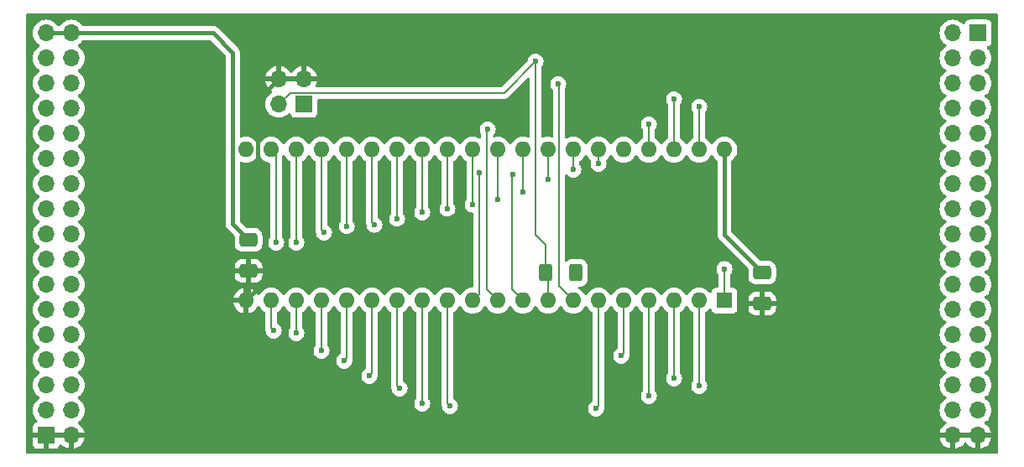
<source format=gbr>
%TF.GenerationSoftware,KiCad,Pcbnew,8.0.7-8.0.7-0~ubuntu22.04.1*%
%TF.CreationDate,2025-01-28T10:36:37+01:00*%
%TF.ProjectId,uPD7220_v1,75504437-3232-4305-9f76-312e6b696361,rev?*%
%TF.SameCoordinates,Original*%
%TF.FileFunction,Copper,L1,Top*%
%TF.FilePolarity,Positive*%
%FSLAX46Y46*%
G04 Gerber Fmt 4.6, Leading zero omitted, Abs format (unit mm)*
G04 Created by KiCad (PCBNEW 8.0.7-8.0.7-0~ubuntu22.04.1) date 2025-01-28 10:36:37*
%MOMM*%
%LPD*%
G01*
G04 APERTURE LIST*
G04 Aperture macros list*
%AMRoundRect*
0 Rectangle with rounded corners*
0 $1 Rounding radius*
0 $2 $3 $4 $5 $6 $7 $8 $9 X,Y pos of 4 corners*
0 Add a 4 corners polygon primitive as box body*
4,1,4,$2,$3,$4,$5,$6,$7,$8,$9,$2,$3,0*
0 Add four circle primitives for the rounded corners*
1,1,$1+$1,$2,$3*
1,1,$1+$1,$4,$5*
1,1,$1+$1,$6,$7*
1,1,$1+$1,$8,$9*
0 Add four rect primitives between the rounded corners*
20,1,$1+$1,$2,$3,$4,$5,0*
20,1,$1+$1,$4,$5,$6,$7,0*
20,1,$1+$1,$6,$7,$8,$9,0*
20,1,$1+$1,$8,$9,$2,$3,0*%
G04 Aperture macros list end*
%TA.AperFunction,SMDPad,CuDef*%
%ADD10RoundRect,0.250000X0.400000X0.625000X-0.400000X0.625000X-0.400000X-0.625000X0.400000X-0.625000X0*%
%TD*%
%TA.AperFunction,ComponentPad*%
%ADD11R,1.700000X1.700000*%
%TD*%
%TA.AperFunction,ComponentPad*%
%ADD12O,1.700000X1.700000*%
%TD*%
%TA.AperFunction,SMDPad,CuDef*%
%ADD13RoundRect,0.250000X-0.650000X0.412500X-0.650000X-0.412500X0.650000X-0.412500X0.650000X0.412500X0*%
%TD*%
%TA.AperFunction,ComponentPad*%
%ADD14R,1.600000X1.600000*%
%TD*%
%TA.AperFunction,ComponentPad*%
%ADD15O,1.600000X1.600000*%
%TD*%
%TA.AperFunction,ViaPad*%
%ADD16C,0.600000*%
%TD*%
%TA.AperFunction,Conductor*%
%ADD17C,0.400000*%
%TD*%
%TA.AperFunction,Conductor*%
%ADD18C,0.200000*%
%TD*%
G04 APERTURE END LIST*
D10*
%TO.P,R1,1*%
%TO.N,+5V*%
X106452000Y-93218000D03*
%TO.P,R1,2*%
%TO.N,/~{INT}*%
X103352000Y-93218000D03*
%TD*%
D11*
%TO.P,J2,1,Pin_1*%
%TO.N,/DRQ*%
X78994000Y-76200000D03*
D12*
%TO.P,J2,2,Pin_2*%
%TO.N,/~{INT}*%
X76454000Y-76200000D03*
%TO.P,J2,3,Pin_3*%
%TO.N,GND*%
X78994000Y-73660000D03*
%TO.P,J2,4,Pin_4*%
X76454000Y-73660000D03*
%TD*%
D13*
%TO.P,C2,1*%
%TO.N,+5V*%
X73406000Y-89877500D03*
%TO.P,C2,2*%
%TO.N,GND*%
X73406000Y-93002500D03*
%TD*%
%TO.P,C1,1*%
%TO.N,+5V*%
X125222000Y-93179500D03*
%TO.P,C1,2*%
%TO.N,GND*%
X125222000Y-96304500D03*
%TD*%
D11*
%TO.P,J3,1,Pin_1*%
%TO.N,/CGAB*%
X147000000Y-69000000D03*
D12*
%TO.P,J3,2,Pin_2*%
%TO.N,/CGAR*%
X144460000Y-69000000D03*
%TO.P,J3,3,Pin_3*%
%TO.N,/CGAI*%
X147000000Y-71540000D03*
%TO.P,J3,4,Pin_4*%
%TO.N,/CGAG*%
X144460000Y-71540000D03*
%TO.P,J3,5,Pin_5*%
%TO.N,/VA18*%
X147000000Y-74080000D03*
%TO.P,J3,6,Pin_6*%
%TO.N,/DRQ*%
X144460000Y-74080000D03*
%TO.P,J3,7,Pin_7*%
%TO.N,/VA16*%
X147000000Y-76620000D03*
%TO.P,J3,8,Pin_8*%
%TO.N,/VA17*%
X144460000Y-76620000D03*
%TO.P,J3,9,Pin_9*%
%TO.N,/VA14*%
X147000000Y-79160000D03*
%TO.P,J3,10,Pin_10*%
%TO.N,/VA15*%
X144460000Y-79160000D03*
%TO.P,J3,11,Pin_11*%
%TO.N,/VA12*%
X147000000Y-81700000D03*
%TO.P,J3,12,Pin_12*%
%TO.N,/VA13*%
X144460000Y-81700000D03*
%TO.P,J3,13,Pin_13*%
%TO.N,/VA10*%
X147000000Y-84240000D03*
%TO.P,J3,14,Pin_14*%
%TO.N,/VA11*%
X144460000Y-84240000D03*
%TO.P,J3,15,Pin_15*%
%TO.N,/VA8*%
X147000000Y-86780000D03*
%TO.P,J3,16,Pin_16*%
%TO.N,/VA9*%
X144460000Y-86780000D03*
%TO.P,J3,17,Pin_17*%
%TO.N,/VA6*%
X147000000Y-89320000D03*
%TO.P,J3,18,Pin_18*%
%TO.N,/VA7*%
X144460000Y-89320000D03*
%TO.P,J3,19,Pin_19*%
%TO.N,/VA4*%
X147000000Y-91860000D03*
%TO.P,J3,20,Pin_20*%
%TO.N,/VA5*%
X144460000Y-91860000D03*
%TO.P,J3,21,Pin_21*%
%TO.N,/VA2*%
X147000000Y-94400000D03*
%TO.P,J3,22,Pin_22*%
%TO.N,/VA3*%
X144460000Y-94400000D03*
%TO.P,J3,23,Pin_23*%
%TO.N,/VA0*%
X147000000Y-96940000D03*
%TO.P,J3,24,Pin_24*%
%TO.N,/VA1*%
X144460000Y-96940000D03*
%TO.P,J3,25,Pin_25*%
%TO.N,/In0*%
X147000000Y-99480000D03*
%TO.P,J3,26,Pin_26*%
%TO.N,/In1*%
X144460000Y-99480000D03*
%TO.P,J3,27,Pin_27*%
%TO.N,/In2*%
X147000000Y-102020000D03*
%TO.P,J3,28,Pin_28*%
%TO.N,/DE*%
X144460000Y-102020000D03*
%TO.P,J3,29,Pin_29*%
%TO.N,/HS*%
X147000000Y-104560000D03*
%TO.P,J3,30,Pin_30*%
%TO.N,/CRSR*%
X144460000Y-104560000D03*
%TO.P,J3,31,Pin_31*%
%TO.N,/VS*%
X147000000Y-107100000D03*
%TO.P,J3,32,Pin_32*%
%TO.N,/~{RP}*%
X144460000Y-107100000D03*
%TO.P,J3,33,Pin_33*%
%TO.N,GND*%
X147000000Y-109640000D03*
%TO.P,J3,34,Pin_34*%
X144460000Y-109640000D03*
%TD*%
D11*
%TO.P,J1,1,Pin_1*%
%TO.N,GND*%
X53000000Y-109640000D03*
D12*
%TO.P,J1,2,Pin_2*%
X55540000Y-109640000D03*
%TO.P,J1,3,Pin_3*%
%TO.N,/D1*%
X53000000Y-107100000D03*
%TO.P,J1,4,Pin_4*%
%TO.N,/D0*%
X55540000Y-107100000D03*
%TO.P,J1,5,Pin_5*%
%TO.N,/D3*%
X53000000Y-104560000D03*
%TO.P,J1,6,Pin_6*%
%TO.N,/D2*%
X55540000Y-104560000D03*
%TO.P,J1,7,Pin_7*%
%TO.N,/D5*%
X53000000Y-102020000D03*
%TO.P,J1,8,Pin_8*%
%TO.N,/D4*%
X55540000Y-102020000D03*
%TO.P,J1,9,Pin_9*%
%TO.N,/D7*%
X53000000Y-99480000D03*
%TO.P,J1,10,Pin_10*%
%TO.N,/D6*%
X55540000Y-99480000D03*
%TO.P,J1,11,Pin_11*%
%TO.N,/Out1*%
X53000000Y-96940000D03*
%TO.P,J1,12,Pin_12*%
%TO.N,/Out0*%
X55540000Y-96940000D03*
%TO.P,J1,13,Pin_13*%
%TO.N,/Out3*%
X53000000Y-94400000D03*
%TO.P,J1,14,Pin_14*%
%TO.N,/Out2*%
X55540000Y-94400000D03*
%TO.P,J1,15,Pin_15*%
%TO.N,/Out5*%
X53000000Y-91860000D03*
%TO.P,J1,16,Pin_16*%
%TO.N,/Out4*%
X55540000Y-91860000D03*
%TO.P,J1,17,Pin_17*%
%TO.N,/Out7*%
X53000000Y-89320000D03*
%TO.P,J1,18,Pin_18*%
%TO.N,/Out6*%
X55540000Y-89320000D03*
%TO.P,J1,19,Pin_19*%
%TO.N,/~{CS}*%
X53000000Y-86780000D03*
%TO.P,J1,20,Pin_20*%
%TO.N,/VCLK*%
X55540000Y-86780000D03*
%TO.P,J1,21,Pin_21*%
%TO.N,/A1#*%
X53000000Y-84240000D03*
%TO.P,J1,22,Pin_22*%
%TO.N,/R{slash}~{W}*%
X55540000Y-84240000D03*
%TO.P,J1,23,Pin_23*%
%TO.N,/~{RD}*%
X53000000Y-81700000D03*
%TO.P,J1,24,Pin_24*%
%TO.N,/A0#*%
X55540000Y-81700000D03*
%TO.P,J1,25,Pin_25*%
%TO.N,/~{RST}*%
X53000000Y-79160000D03*
%TO.P,J1,26,Pin_26*%
%TO.N,/~{WR}*%
X55540000Y-79160000D03*
%TO.P,J1,27,Pin_27*%
%TO.N,/CH0*%
X53000000Y-76620000D03*
%TO.P,J1,28,Pin_28*%
%TO.N,/PHI2*%
X55540000Y-76620000D03*
%TO.P,J1,29,Pin_29*%
%TO.N,/Y*%
X53000000Y-74080000D03*
%TO.P,J1,30,Pin_30*%
%TO.N,/A*%
X55540000Y-74080000D03*
%TO.P,J1,31,Pin_31*%
%TO.N,/B*%
X53000000Y-71540000D03*
%TO.P,J1,32,Pin_32*%
%TO.N,/~{INT}*%
X55540000Y-71540000D03*
%TO.P,J1,33,Pin_33*%
%TO.N,+5V*%
X53000000Y-69000000D03*
%TO.P,J1,34,Pin_34*%
X55540000Y-69000000D03*
%TD*%
D14*
%TO.P,U3,1,CKx2*%
%TO.N,/VCLK*%
X121412000Y-96012000D03*
D15*
%TO.P,U3,2,!DBIN*%
%TO.N,/CRSR*%
X118872000Y-96012000D03*
%TO.P,U3,3,HSYNC*%
%TO.N,/HS*%
X116332000Y-96012000D03*
%TO.P,U3,4,VSYNC*%
%TO.N,/VS*%
X113792000Y-96012000D03*
%TO.P,U3,5,BLANK*%
%TO.N,/DE*%
X111252000Y-96012000D03*
%TO.P,U3,6,ALE*%
%TO.N,/~{RP}*%
X108712000Y-96012000D03*
%TO.P,U3,7,DRQ*%
%TO.N,/DRQ*%
X106172000Y-96012000D03*
%TO.P,U3,8,DACK*%
%TO.N,/~{INT}*%
X103632000Y-96012000D03*
%TO.P,U3,9,!RD*%
%TO.N,/~{RD}*%
X101092000Y-96012000D03*
%TO.P,U3,10,!WE*%
%TO.N,/~{WR}*%
X98552000Y-96012000D03*
%TO.P,U3,11,iA0*%
%TO.N,/A0#*%
X96012000Y-96012000D03*
%TO.P,U3,12,DB0*%
%TO.N,/D0*%
X93472000Y-96012000D03*
%TO.P,U3,13,DB1*%
%TO.N,/D1*%
X90932000Y-96012000D03*
%TO.P,U3,14,DB2*%
%TO.N,/D2*%
X88392000Y-96012000D03*
%TO.P,U3,15,DB3*%
%TO.N,/D3*%
X85852000Y-96012000D03*
%TO.P,U3,16,DB4*%
%TO.N,/D4*%
X83312000Y-96012000D03*
%TO.P,U3,17,DB5*%
%TO.N,/D5*%
X80772000Y-96012000D03*
%TO.P,U3,18,DB6*%
%TO.N,/D6*%
X78232000Y-96012000D03*
%TO.P,U3,19,DB7*%
%TO.N,/D7*%
X75692000Y-96012000D03*
%TO.P,U3,20,GND*%
%TO.N,GND*%
X73152000Y-96012000D03*
%TO.P,U3,21,LPEN*%
%TO.N,unconnected-(U3-LPEN-Pad21)*%
X73152000Y-80772000D03*
%TO.P,U3,22,AD0*%
%TO.N,/VA0*%
X75692000Y-80772000D03*
%TO.P,U3,23,AD1*%
%TO.N,/VA1*%
X78232000Y-80772000D03*
%TO.P,U3,24,AD2*%
%TO.N,/VA2*%
X80772000Y-80772000D03*
%TO.P,U3,25,AD3*%
%TO.N,/VA3*%
X83312000Y-80772000D03*
%TO.P,U3,26,AD4*%
%TO.N,/VA4*%
X85852000Y-80772000D03*
%TO.P,U3,27,AD5*%
%TO.N,/VA5*%
X88392000Y-80772000D03*
%TO.P,U3,28,AD6*%
%TO.N,/VA6*%
X90932000Y-80772000D03*
%TO.P,U3,29,AD7*%
%TO.N,/VA7*%
X93472000Y-80772000D03*
%TO.P,U3,30,AD8*%
%TO.N,/VA8*%
X96012000Y-80772000D03*
%TO.P,U3,31,AD9*%
%TO.N,/VA9*%
X98552000Y-80772000D03*
%TO.P,U3,32,AD10*%
%TO.N,/VA10*%
X101092000Y-80772000D03*
%TO.P,U3,33,AD11*%
%TO.N,/VA11*%
X103632000Y-80772000D03*
%TO.P,U3,34,AD12*%
%TO.N,/VA12*%
X106172000Y-80772000D03*
%TO.P,U3,35,AD13*%
%TO.N,/VA13*%
X108712000Y-80772000D03*
%TO.P,U3,36,AD14*%
%TO.N,/VA14*%
X111252000Y-80772000D03*
%TO.P,U3,37,AD15*%
%TO.N,/VA15*%
X113792000Y-80772000D03*
%TO.P,U3,38,A16*%
%TO.N,/VA16*%
X116332000Y-80772000D03*
%TO.P,U3,39,A17*%
%TO.N,/VA17*%
X118872000Y-80772000D03*
%TO.P,U3,40,+5V*%
%TO.N,+5V*%
X121412000Y-80772000D03*
%TD*%
D16*
%TO.N,GND*%
X100330000Y-100584000D03*
X76200000Y-69596000D03*
X69088000Y-74930000D03*
X60198000Y-75438000D03*
X60198000Y-81280000D03*
X68834000Y-81026000D03*
X82804000Y-77724000D03*
X94742000Y-77216000D03*
X107696000Y-77216000D03*
X113284000Y-75946000D03*
X127762000Y-80518000D03*
X139446000Y-80772000D03*
X133604000Y-92710000D03*
X124714000Y-99822000D03*
X139192000Y-100076000D03*
X131064000Y-97536000D03*
%TO.N,/VA1*%
X78232000Y-90170000D03*
%TO.N,+5V*%
X73406000Y-89877500D03*
%TO.N,/VA2*%
X81026000Y-89154000D03*
%TO.N,/VA0*%
X76200000Y-90170000D03*
%TO.N,GND*%
X125222000Y-96304500D03*
%TO.N,+5V*%
X106452000Y-93218018D03*
%TO.N,/VA3*%
X83311998Y-88504006D03*
%TO.N,/VA4*%
X86106000Y-88358000D03*
%TO.N,/VA5*%
X88392000Y-87742000D03*
%TO.N,/VA6*%
X90932000Y-87122000D03*
%TO.N,/VA7*%
X93472000Y-86726000D03*
%TO.N,/VA8*%
X96012000Y-86326000D03*
%TO.N,/VA9*%
X98552000Y-85852000D03*
%TO.N,/VA10*%
X101092000Y-85090000D03*
%TO.N,/VA11*%
X103632000Y-83820000D03*
%TO.N,/VA12*%
X106172000Y-82804000D03*
%TO.N,/VA13*%
X108712000Y-82200000D03*
%TO.N,+5V*%
X125222022Y-93179511D03*
%TO.N,/VA15*%
X113792000Y-78232000D03*
%TO.N,/VA16*%
X116332000Y-75692000D03*
%TO.N,/VA17*%
X118872000Y-76454010D03*
%TO.N,/D7*%
X75946000Y-99060000D03*
%TO.N,/D6*%
X78232000Y-99314000D03*
%TO.N,/D5*%
X80772000Y-101092000D03*
%TO.N,/D4*%
X83058000Y-102108000D03*
%TO.N,/D3*%
X85598000Y-103632000D03*
%TO.N,/D2*%
X88646000Y-104902000D03*
%TO.N,/D1*%
X90932000Y-106426000D03*
%TO.N,/D0*%
X93726000Y-106680000D03*
%TO.N,/A0#*%
X96659433Y-83115715D03*
%TO.N,/~{WR}*%
X97536000Y-78740000D03*
%TO.N,/~{RD}*%
X100076000Y-83312000D03*
%TO.N,/~{INT}*%
X102362000Y-71882000D03*
%TO.N,/DRQ*%
X104648000Y-74168000D03*
%TO.N,/~{RP}*%
X108458000Y-106934000D03*
%TO.N,/DE*%
X110998000Y-101600000D03*
%TO.N,/VS*%
X113792000Y-105664000D03*
%TO.N,/HS*%
X116332000Y-103886000D03*
%TO.N,/CRSR*%
X118872000Y-104648000D03*
%TO.N,/VCLK*%
X121411993Y-92824200D03*
%TO.N,GND*%
X59690000Y-84582000D03*
X68580000Y-96520000D03*
X107950000Y-71374000D03*
X75438000Y-110236000D03*
X69850000Y-85090000D03*
X127254000Y-70612000D03*
X59182000Y-95758000D03*
X91948000Y-110236000D03*
X116332000Y-71120000D03*
X138684000Y-70358000D03*
%TD*%
D17*
%TO.N,GND*%
X76454000Y-73660000D02*
X78994000Y-73660000D01*
X76454000Y-73660000D02*
X74352000Y-75762000D01*
X74352000Y-75762000D02*
X74352000Y-82804000D01*
X74352000Y-82804000D02*
X75184000Y-83636000D01*
X75184000Y-83636000D02*
X75184000Y-93980000D01*
X75184000Y-93980000D02*
X73152000Y-96012000D01*
D18*
%TO.N,/VA0*%
X75692000Y-80772000D02*
X76200000Y-81280000D01*
X76200000Y-81280000D02*
X76200000Y-90170000D01*
%TO.N,/~{INT}*%
X76454000Y-76200000D02*
X77604000Y-75050000D01*
X77604000Y-75050000D02*
X99194000Y-75050000D01*
X99194000Y-75050000D02*
X102362000Y-71882000D01*
%TO.N,/VA1*%
X78232000Y-80772000D02*
X78232000Y-90170000D01*
%TO.N,/VA2*%
X80772000Y-80772000D02*
X80772000Y-88900000D01*
X80772000Y-88900000D02*
X81026000Y-89154000D01*
%TO.N,/VA6*%
X90932000Y-80772000D02*
X90932000Y-87122000D01*
%TO.N,/VA3*%
X83312000Y-88504004D02*
X83311998Y-88504006D01*
X83312000Y-80772000D02*
X83312000Y-88504004D01*
%TO.N,/VA4*%
X85852000Y-88104000D02*
X86106000Y-88358000D01*
X85852000Y-80772000D02*
X85852000Y-88104000D01*
%TO.N,/VA5*%
X88392000Y-80772000D02*
X88392000Y-87742000D01*
%TO.N,/VA7*%
X93472000Y-80772000D02*
X93472000Y-86726000D01*
%TO.N,/VA8*%
X96012000Y-80772000D02*
X96012000Y-86326000D01*
%TO.N,/VCLK*%
X121412000Y-96012000D02*
X121412000Y-92824207D01*
X121412000Y-92824207D02*
X121411993Y-92824200D01*
D17*
%TO.N,+5V*%
X69850000Y-69000000D02*
X53000000Y-69000000D01*
X73406000Y-89877500D02*
X71816000Y-88287500D01*
X71816000Y-88287500D02*
X71816000Y-70966000D01*
X71816000Y-70966000D02*
X69850000Y-69000000D01*
D18*
%TO.N,/D7*%
X75692000Y-96012000D02*
X75692000Y-98806000D01*
X75692000Y-98806000D02*
X75946000Y-99060000D01*
D17*
%TO.N,+5V*%
X121412000Y-89369489D02*
X125222022Y-93179511D01*
X121412000Y-80772000D02*
X121412000Y-89369489D01*
X125222011Y-93179511D02*
X125222022Y-93179511D01*
X125222000Y-93179500D02*
X125222011Y-93179511D01*
%TO.N,GND*%
X73406000Y-95758000D02*
X73406000Y-93002500D01*
X73152000Y-96012000D02*
X73406000Y-95758000D01*
%TO.N,+5V*%
X106452000Y-93218000D02*
X106452000Y-93218018D01*
D18*
%TO.N,/~{INT}*%
X102362000Y-89408000D02*
X103352000Y-90398000D01*
X102362000Y-71882000D02*
X102362000Y-89408000D01*
X103352000Y-90398000D02*
X103352000Y-93218000D01*
X103632000Y-93498000D02*
X103352000Y-93218000D01*
X103632000Y-96012000D02*
X103632000Y-93498000D01*
%TO.N,/A0#*%
X96659433Y-95364567D02*
X96659433Y-83115715D01*
X96012000Y-96012000D02*
X96659433Y-95364567D01*
%TO.N,/VA9*%
X98552000Y-80772000D02*
X98552000Y-85852000D01*
%TO.N,/VA10*%
X101092000Y-80772000D02*
X101092000Y-85090000D01*
%TO.N,/VA11*%
X103632000Y-80772000D02*
X103632000Y-83820000D01*
%TO.N,/VA12*%
X106172000Y-80772000D02*
X106172000Y-82804000D01*
%TO.N,/VA13*%
X108712000Y-80772000D02*
X108712000Y-82200000D01*
%TO.N,/VA15*%
X113792000Y-80772000D02*
X113792000Y-78232000D01*
%TO.N,/VA16*%
X116332000Y-75946000D02*
X116332000Y-75692000D01*
X116332000Y-80772000D02*
X116332000Y-75946000D01*
%TO.N,/VA17*%
X118872000Y-80772000D02*
X118872000Y-76454010D01*
D17*
%TO.N,GND*%
X72923000Y-98577000D02*
X61860000Y-109640000D01*
X72923000Y-98577000D02*
X73152000Y-98348000D01*
X73152000Y-98348000D02*
X73152000Y-96012000D01*
D18*
%TO.N,/D6*%
X78232000Y-96012000D02*
X78232000Y-99314000D01*
%TO.N,/D5*%
X80772000Y-96012000D02*
X80772000Y-101092000D01*
%TO.N,/D4*%
X83312000Y-96012000D02*
X83312000Y-101854000D01*
X83312000Y-101854000D02*
X83058000Y-102108000D01*
%TO.N,/D3*%
X85852000Y-96012000D02*
X85852000Y-103378000D01*
X85852000Y-103378000D02*
X85598000Y-103632000D01*
%TO.N,/D2*%
X88392000Y-96012000D02*
X88392000Y-104648000D01*
X88392000Y-104648000D02*
X88646000Y-104902000D01*
%TO.N,/D1*%
X90932000Y-96012000D02*
X90932000Y-106426000D01*
%TO.N,/D0*%
X93472000Y-96012000D02*
X93472000Y-106426000D01*
X93472000Y-106426000D02*
X93726000Y-106680000D01*
%TO.N,/~{WR}*%
X98552000Y-96012000D02*
X97452000Y-94912000D01*
X97452000Y-94912000D02*
X97452000Y-78824000D01*
X97452000Y-78824000D02*
X97536000Y-78740000D01*
%TO.N,/~{RD}*%
X101092000Y-96012000D02*
X99992000Y-94912000D01*
X99992000Y-94912000D02*
X99992000Y-83396000D01*
X99992000Y-83396000D02*
X100076000Y-83312000D01*
%TO.N,/DRQ*%
X106172000Y-96012000D02*
X104732000Y-94572000D01*
X104732000Y-94572000D02*
X104732000Y-74252000D01*
X104732000Y-74252000D02*
X104648000Y-74168000D01*
%TO.N,/~{RP}*%
X108712000Y-96012000D02*
X108712000Y-106680000D01*
X108712000Y-106680000D02*
X108458000Y-106934000D01*
%TO.N,/DE*%
X111252000Y-96012000D02*
X111252000Y-101346000D01*
X111252000Y-101346000D02*
X110998000Y-101600000D01*
%TO.N,/VS*%
X113792000Y-96012000D02*
X113792000Y-105664000D01*
%TO.N,/HS*%
X116332000Y-96012000D02*
X116332000Y-103886000D01*
%TO.N,/CRSR*%
X118872000Y-96012000D02*
X118872000Y-104648000D01*
D17*
%TO.N,GND*%
X61860000Y-109640000D02*
X55540000Y-109640000D01*
%TD*%
%TA.AperFunction,Conductor*%
%TO.N,GND*%
G36*
X55074075Y-109447007D02*
G01*
X55040000Y-109574174D01*
X55040000Y-109705826D01*
X55074075Y-109832993D01*
X55106988Y-109890000D01*
X53433012Y-109890000D01*
X53465925Y-109832993D01*
X53500000Y-109705826D01*
X53500000Y-109574174D01*
X53465925Y-109447007D01*
X53433012Y-109390000D01*
X55106988Y-109390000D01*
X55074075Y-109447007D01*
G37*
%TD.AperFunction*%
%TA.AperFunction,Conductor*%
G36*
X78528075Y-73467007D02*
G01*
X78494000Y-73594174D01*
X78494000Y-73725826D01*
X78528075Y-73852993D01*
X78560988Y-73910000D01*
X76887012Y-73910000D01*
X76919925Y-73852993D01*
X76954000Y-73725826D01*
X76954000Y-73594174D01*
X76919925Y-73467007D01*
X76887012Y-73410000D01*
X78560988Y-73410000D01*
X78528075Y-73467007D01*
G37*
%TD.AperFunction*%
%TA.AperFunction,Conductor*%
G36*
X146534075Y-109447007D02*
G01*
X146500000Y-109574174D01*
X146500000Y-109705826D01*
X146534075Y-109832993D01*
X146566988Y-109890000D01*
X144893012Y-109890000D01*
X144925925Y-109832993D01*
X144960000Y-109705826D01*
X144960000Y-109574174D01*
X144925925Y-109447007D01*
X144893012Y-109390000D01*
X146566988Y-109390000D01*
X146534075Y-109447007D01*
G37*
%TD.AperFunction*%
%TA.AperFunction,Conductor*%
G36*
X148942539Y-67020185D02*
G01*
X148988294Y-67072989D01*
X148999500Y-67124500D01*
X148999500Y-111375500D01*
X148979815Y-111442539D01*
X148927011Y-111488294D01*
X148875500Y-111499500D01*
X51124500Y-111499500D01*
X51057461Y-111479815D01*
X51011706Y-111427011D01*
X51000500Y-111375500D01*
X51000500Y-68999999D01*
X51644341Y-68999999D01*
X51644341Y-69000000D01*
X51664936Y-69235403D01*
X51664938Y-69235413D01*
X51726094Y-69463655D01*
X51726096Y-69463659D01*
X51726097Y-69463663D01*
X51810499Y-69644663D01*
X51825965Y-69677830D01*
X51825967Y-69677834D01*
X51961501Y-69871395D01*
X51961506Y-69871402D01*
X52128597Y-70038493D01*
X52128603Y-70038498D01*
X52314158Y-70168425D01*
X52357783Y-70223002D01*
X52364977Y-70292500D01*
X52333454Y-70354855D01*
X52314158Y-70371575D01*
X52128597Y-70501505D01*
X51961505Y-70668597D01*
X51825965Y-70862169D01*
X51825964Y-70862171D01*
X51726098Y-71076335D01*
X51726094Y-71076344D01*
X51664938Y-71304586D01*
X51664936Y-71304596D01*
X51644341Y-71539999D01*
X51644341Y-71540000D01*
X51664936Y-71775403D01*
X51664938Y-71775413D01*
X51726094Y-72003655D01*
X51726096Y-72003659D01*
X51726097Y-72003663D01*
X51752953Y-72061255D01*
X51825965Y-72217830D01*
X51825967Y-72217834D01*
X51904062Y-72329364D01*
X51961501Y-72411396D01*
X51961506Y-72411402D01*
X52128597Y-72578493D01*
X52128603Y-72578498D01*
X52314158Y-72708425D01*
X52357783Y-72763002D01*
X52364977Y-72832500D01*
X52333454Y-72894855D01*
X52314158Y-72911575D01*
X52128597Y-73041505D01*
X51961505Y-73208597D01*
X51825965Y-73402169D01*
X51825964Y-73402171D01*
X51726098Y-73616335D01*
X51726094Y-73616344D01*
X51664938Y-73844586D01*
X51664936Y-73844596D01*
X51644341Y-74079999D01*
X51644341Y-74080000D01*
X51664936Y-74315403D01*
X51664938Y-74315413D01*
X51726094Y-74543655D01*
X51726096Y-74543659D01*
X51726097Y-74543663D01*
X51785131Y-74670262D01*
X51825965Y-74757830D01*
X51825967Y-74757834D01*
X51900962Y-74864937D01*
X51961501Y-74951396D01*
X51961506Y-74951402D01*
X52128597Y-75118493D01*
X52128603Y-75118498D01*
X52314158Y-75248425D01*
X52357783Y-75303002D01*
X52364977Y-75372500D01*
X52333454Y-75434855D01*
X52314158Y-75451575D01*
X52128597Y-75581505D01*
X51961505Y-75748597D01*
X51825965Y-75942169D01*
X51825964Y-75942171D01*
X51726098Y-76156335D01*
X51726094Y-76156344D01*
X51664938Y-76384586D01*
X51664936Y-76384596D01*
X51644341Y-76619999D01*
X51644341Y-76620000D01*
X51664936Y-76855403D01*
X51664938Y-76855413D01*
X51726094Y-77083655D01*
X51726096Y-77083659D01*
X51726097Y-77083663D01*
X51798296Y-77238493D01*
X51825965Y-77297830D01*
X51825967Y-77297834D01*
X51902789Y-77407546D01*
X51961501Y-77491396D01*
X51961506Y-77491402D01*
X52128597Y-77658493D01*
X52128603Y-77658498D01*
X52314158Y-77788425D01*
X52357783Y-77843002D01*
X52364977Y-77912500D01*
X52333454Y-77974855D01*
X52314158Y-77991575D01*
X52128597Y-78121505D01*
X51961505Y-78288597D01*
X51825965Y-78482169D01*
X51825964Y-78482171D01*
X51726098Y-78696335D01*
X51726094Y-78696344D01*
X51664938Y-78924586D01*
X51664936Y-78924596D01*
X51644341Y-79159999D01*
X51644341Y-79160000D01*
X51664936Y-79395403D01*
X51664938Y-79395413D01*
X51726094Y-79623655D01*
X51726096Y-79623659D01*
X51726097Y-79623663D01*
X51795414Y-79772314D01*
X51825965Y-79837830D01*
X51825967Y-79837834D01*
X51892504Y-79932858D01*
X51961501Y-80031396D01*
X51961506Y-80031402D01*
X52128597Y-80198493D01*
X52128603Y-80198498D01*
X52314158Y-80328425D01*
X52357783Y-80383002D01*
X52364977Y-80452500D01*
X52333454Y-80514855D01*
X52314158Y-80531575D01*
X52128597Y-80661505D01*
X51961505Y-80828597D01*
X51825965Y-81022169D01*
X51825964Y-81022171D01*
X51726098Y-81236335D01*
X51726094Y-81236344D01*
X51664938Y-81464586D01*
X51664936Y-81464596D01*
X51644341Y-81699999D01*
X51644341Y-81700000D01*
X51664936Y-81935403D01*
X51664938Y-81935413D01*
X51726094Y-82163655D01*
X51726096Y-82163659D01*
X51726097Y-82163663D01*
X51790481Y-82301734D01*
X51825965Y-82377830D01*
X51825967Y-82377834D01*
X51916015Y-82506435D01*
X51961501Y-82571396D01*
X51961506Y-82571402D01*
X52128597Y-82738493D01*
X52128603Y-82738498D01*
X52314158Y-82868425D01*
X52357783Y-82923002D01*
X52364977Y-82992500D01*
X52333454Y-83054855D01*
X52314158Y-83071575D01*
X52128597Y-83201505D01*
X51961505Y-83368597D01*
X51825965Y-83562169D01*
X51825964Y-83562171D01*
X51726098Y-83776335D01*
X51726094Y-83776344D01*
X51664938Y-84004586D01*
X51664936Y-84004596D01*
X51644341Y-84239999D01*
X51644341Y-84240000D01*
X51664936Y-84475403D01*
X51664938Y-84475413D01*
X51726094Y-84703655D01*
X51726096Y-84703659D01*
X51726097Y-84703663D01*
X51730000Y-84712032D01*
X51825965Y-84917830D01*
X51825967Y-84917834D01*
X51934281Y-85072521D01*
X51961501Y-85111396D01*
X51961506Y-85111402D01*
X52128597Y-85278493D01*
X52128603Y-85278498D01*
X52314158Y-85408425D01*
X52357783Y-85463002D01*
X52364977Y-85532500D01*
X52333454Y-85594855D01*
X52314158Y-85611575D01*
X52128597Y-85741505D01*
X51961505Y-85908597D01*
X51825965Y-86102169D01*
X51825964Y-86102171D01*
X51726098Y-86316335D01*
X51726094Y-86316344D01*
X51664938Y-86544586D01*
X51664936Y-86544596D01*
X51644341Y-86779999D01*
X51644341Y-86780000D01*
X51664936Y-87015403D01*
X51664938Y-87015413D01*
X51726094Y-87243655D01*
X51726096Y-87243659D01*
X51726097Y-87243663D01*
X51778395Y-87355816D01*
X51825965Y-87457830D01*
X51825967Y-87457834D01*
X51898751Y-87561779D01*
X51961501Y-87651396D01*
X51961506Y-87651402D01*
X52128597Y-87818493D01*
X52128603Y-87818498D01*
X52314158Y-87948425D01*
X52357783Y-88003002D01*
X52364977Y-88072500D01*
X52333454Y-88134855D01*
X52314158Y-88151575D01*
X52128597Y-88281505D01*
X51961505Y-88448597D01*
X51825965Y-88642169D01*
X51825964Y-88642171D01*
X51726098Y-88856335D01*
X51726094Y-88856344D01*
X51664938Y-89084586D01*
X51664936Y-89084596D01*
X51644341Y-89319999D01*
X51644341Y-89320000D01*
X51664936Y-89555403D01*
X51664938Y-89555413D01*
X51726094Y-89783655D01*
X51726096Y-89783659D01*
X51726097Y-89783663D01*
X51788496Y-89917478D01*
X51825965Y-89997830D01*
X51825967Y-89997834D01*
X51847991Y-90029287D01*
X51961501Y-90191396D01*
X51961506Y-90191402D01*
X52128597Y-90358493D01*
X52128603Y-90358498D01*
X52314158Y-90488425D01*
X52357783Y-90543002D01*
X52364977Y-90612500D01*
X52333454Y-90674855D01*
X52314158Y-90691575D01*
X52128597Y-90821505D01*
X51961505Y-90988597D01*
X51825965Y-91182169D01*
X51825964Y-91182171D01*
X51726098Y-91396335D01*
X51726094Y-91396344D01*
X51664938Y-91624586D01*
X51664936Y-91624596D01*
X51644341Y-91859999D01*
X51644341Y-91860000D01*
X51664936Y-92095403D01*
X51664938Y-92095413D01*
X51726094Y-92323655D01*
X51726096Y-92323659D01*
X51726097Y-92323663D01*
X51783921Y-92447666D01*
X51825965Y-92537830D01*
X51825967Y-92537834D01*
X51879442Y-92614203D01*
X51961501Y-92731396D01*
X51961506Y-92731402D01*
X52128597Y-92898493D01*
X52128603Y-92898498D01*
X52314158Y-93028425D01*
X52357783Y-93083002D01*
X52364977Y-93152500D01*
X52333454Y-93214855D01*
X52314158Y-93231575D01*
X52128597Y-93361505D01*
X51961505Y-93528597D01*
X51825965Y-93722169D01*
X51825964Y-93722171D01*
X51726098Y-93936335D01*
X51726094Y-93936344D01*
X51664938Y-94164586D01*
X51664936Y-94164596D01*
X51644341Y-94399999D01*
X51644341Y-94400000D01*
X51664936Y-94635403D01*
X51664938Y-94635413D01*
X51726094Y-94863655D01*
X51726096Y-94863659D01*
X51726097Y-94863663D01*
X51799042Y-95020093D01*
X51825965Y-95077830D01*
X51825967Y-95077834D01*
X51886392Y-95164129D01*
X51961501Y-95271396D01*
X51961506Y-95271402D01*
X52128597Y-95438493D01*
X52128603Y-95438498D01*
X52314158Y-95568425D01*
X52357783Y-95623002D01*
X52364977Y-95692500D01*
X52333454Y-95754855D01*
X52314158Y-95771575D01*
X52128597Y-95901505D01*
X51961505Y-96068597D01*
X51825965Y-96262169D01*
X51825964Y-96262171D01*
X51726098Y-96476335D01*
X51726094Y-96476344D01*
X51664938Y-96704586D01*
X51664936Y-96704596D01*
X51644341Y-96939999D01*
X51644341Y-96940000D01*
X51664936Y-97175403D01*
X51664938Y-97175413D01*
X51726094Y-97403655D01*
X51726096Y-97403659D01*
X51726097Y-97403663D01*
X51806004Y-97575023D01*
X51825965Y-97617830D01*
X51825967Y-97617834D01*
X51934281Y-97772521D01*
X51961501Y-97811396D01*
X51961506Y-97811402D01*
X52128597Y-97978493D01*
X52128603Y-97978498D01*
X52314158Y-98108425D01*
X52357783Y-98163002D01*
X52364977Y-98232500D01*
X52333454Y-98294855D01*
X52314158Y-98311575D01*
X52128597Y-98441505D01*
X51961505Y-98608597D01*
X51825965Y-98802169D01*
X51825964Y-98802171D01*
X51726098Y-99016335D01*
X51726094Y-99016344D01*
X51664938Y-99244586D01*
X51664936Y-99244596D01*
X51644341Y-99479999D01*
X51644341Y-99480000D01*
X51664936Y-99715403D01*
X51664938Y-99715413D01*
X51726094Y-99943655D01*
X51726096Y-99943659D01*
X51726097Y-99943663D01*
X51798704Y-100099368D01*
X51825965Y-100157830D01*
X51825967Y-100157834D01*
X51934281Y-100312521D01*
X51961501Y-100351396D01*
X51961506Y-100351402D01*
X52128597Y-100518493D01*
X52128603Y-100518498D01*
X52314158Y-100648425D01*
X52357783Y-100703002D01*
X52364977Y-100772500D01*
X52333454Y-100834855D01*
X52314158Y-100851575D01*
X52128597Y-100981505D01*
X51961505Y-101148597D01*
X51825965Y-101342169D01*
X51825964Y-101342171D01*
X51726098Y-101556335D01*
X51726094Y-101556344D01*
X51664938Y-101784586D01*
X51664936Y-101784596D01*
X51644341Y-102019999D01*
X51644341Y-102020000D01*
X51664936Y-102255403D01*
X51664938Y-102255413D01*
X51726094Y-102483655D01*
X51726096Y-102483659D01*
X51726097Y-102483663D01*
X51730000Y-102492032D01*
X51825965Y-102697830D01*
X51825967Y-102697834D01*
X51921164Y-102833788D01*
X51961501Y-102891396D01*
X51961506Y-102891402D01*
X52128597Y-103058493D01*
X52128603Y-103058498D01*
X52314158Y-103188425D01*
X52357783Y-103243002D01*
X52364977Y-103312500D01*
X52333454Y-103374855D01*
X52314158Y-103391575D01*
X52128597Y-103521505D01*
X51961505Y-103688597D01*
X51825965Y-103882169D01*
X51825964Y-103882171D01*
X51726098Y-104096335D01*
X51726094Y-104096344D01*
X51664938Y-104324586D01*
X51664936Y-104324596D01*
X51644341Y-104559999D01*
X51644341Y-104560000D01*
X51664936Y-104795403D01*
X51664938Y-104795413D01*
X51726094Y-105023655D01*
X51726096Y-105023659D01*
X51726097Y-105023663D01*
X51790481Y-105161734D01*
X51825965Y-105237830D01*
X51825967Y-105237834D01*
X51921164Y-105373788D01*
X51961501Y-105431396D01*
X51961506Y-105431402D01*
X52128597Y-105598493D01*
X52128603Y-105598498D01*
X52314158Y-105728425D01*
X52357783Y-105783002D01*
X52364977Y-105852500D01*
X52333454Y-105914855D01*
X52314158Y-105931575D01*
X52128597Y-106061505D01*
X51961505Y-106228597D01*
X51825965Y-106422169D01*
X51825964Y-106422171D01*
X51726098Y-106636335D01*
X51726094Y-106636344D01*
X51664938Y-106864586D01*
X51664936Y-106864596D01*
X51644341Y-107099999D01*
X51644341Y-107100000D01*
X51664936Y-107335403D01*
X51664938Y-107335413D01*
X51726094Y-107563655D01*
X51726096Y-107563659D01*
X51726097Y-107563663D01*
X51798704Y-107719368D01*
X51825965Y-107777830D01*
X51825967Y-107777834D01*
X51934281Y-107932521D01*
X51961501Y-107971396D01*
X51961506Y-107971402D01*
X52083818Y-108093714D01*
X52117303Y-108155037D01*
X52112319Y-108224729D01*
X52070447Y-108280662D01*
X52039471Y-108297577D01*
X51907912Y-108346646D01*
X51907906Y-108346649D01*
X51792812Y-108432809D01*
X51792809Y-108432812D01*
X51706649Y-108547906D01*
X51706645Y-108547913D01*
X51656403Y-108682620D01*
X51656401Y-108682627D01*
X51650000Y-108742155D01*
X51650000Y-109390000D01*
X52566988Y-109390000D01*
X52534075Y-109447007D01*
X52500000Y-109574174D01*
X52500000Y-109705826D01*
X52534075Y-109832993D01*
X52566988Y-109890000D01*
X51650000Y-109890000D01*
X51650000Y-110537844D01*
X51656401Y-110597372D01*
X51656403Y-110597379D01*
X51706645Y-110732086D01*
X51706649Y-110732093D01*
X51792809Y-110847187D01*
X51792812Y-110847190D01*
X51907906Y-110933350D01*
X51907913Y-110933354D01*
X52042620Y-110983596D01*
X52042627Y-110983598D01*
X52102155Y-110989999D01*
X52102172Y-110990000D01*
X52750000Y-110990000D01*
X52750000Y-110073012D01*
X52807007Y-110105925D01*
X52934174Y-110140000D01*
X53065826Y-110140000D01*
X53192993Y-110105925D01*
X53250000Y-110073012D01*
X53250000Y-110990000D01*
X53897828Y-110990000D01*
X53897844Y-110989999D01*
X53957372Y-110983598D01*
X53957379Y-110983596D01*
X54092086Y-110933354D01*
X54092093Y-110933350D01*
X54207187Y-110847190D01*
X54207190Y-110847187D01*
X54293350Y-110732093D01*
X54293354Y-110732086D01*
X54342614Y-110600013D01*
X54384485Y-110544079D01*
X54449949Y-110519662D01*
X54518222Y-110534513D01*
X54546477Y-110555665D01*
X54668917Y-110678105D01*
X54862421Y-110813600D01*
X55076507Y-110913429D01*
X55076516Y-110913433D01*
X55290000Y-110970634D01*
X55290000Y-110073012D01*
X55347007Y-110105925D01*
X55474174Y-110140000D01*
X55605826Y-110140000D01*
X55732993Y-110105925D01*
X55790000Y-110073012D01*
X55790000Y-110970633D01*
X56003483Y-110913433D01*
X56003492Y-110913429D01*
X56217578Y-110813600D01*
X56411082Y-110678105D01*
X56578105Y-110511082D01*
X56713600Y-110317578D01*
X56813429Y-110103492D01*
X56813432Y-110103486D01*
X56870636Y-109890000D01*
X55973012Y-109890000D01*
X56005925Y-109832993D01*
X56040000Y-109705826D01*
X56040000Y-109574174D01*
X56005925Y-109447007D01*
X55973012Y-109390000D01*
X56870636Y-109390000D01*
X56870635Y-109389999D01*
X56813432Y-109176513D01*
X56813429Y-109176507D01*
X56713600Y-108962422D01*
X56713599Y-108962420D01*
X56578113Y-108768926D01*
X56578108Y-108768920D01*
X56411078Y-108601890D01*
X56225405Y-108471879D01*
X56181780Y-108417302D01*
X56174588Y-108347804D01*
X56206110Y-108285449D01*
X56225406Y-108268730D01*
X56337500Y-108190241D01*
X56411401Y-108138495D01*
X56578495Y-107971401D01*
X56714035Y-107777830D01*
X56813903Y-107563663D01*
X56875063Y-107335408D01*
X56895659Y-107100000D01*
X56875063Y-106864592D01*
X56823733Y-106673023D01*
X56813905Y-106636344D01*
X56813904Y-106636343D01*
X56813903Y-106636337D01*
X56714035Y-106422171D01*
X56708425Y-106414158D01*
X56578494Y-106228597D01*
X56411402Y-106061506D01*
X56411396Y-106061501D01*
X56225842Y-105931575D01*
X56182217Y-105876998D01*
X56175023Y-105807500D01*
X56206546Y-105745145D01*
X56225842Y-105728425D01*
X56317856Y-105663996D01*
X56411401Y-105598495D01*
X56578495Y-105431401D01*
X56714035Y-105237830D01*
X56813903Y-105023663D01*
X56875063Y-104795408D01*
X56895659Y-104560000D01*
X56875063Y-104324592D01*
X56824065Y-104134262D01*
X56813905Y-104096344D01*
X56813904Y-104096343D01*
X56813903Y-104096337D01*
X56714035Y-103882171D01*
X56708425Y-103874158D01*
X56578494Y-103688597D01*
X56411402Y-103521506D01*
X56411396Y-103521501D01*
X56225842Y-103391575D01*
X56182217Y-103336998D01*
X56175023Y-103267500D01*
X56206546Y-103205145D01*
X56225842Y-103188425D01*
X56248026Y-103172891D01*
X56411401Y-103058495D01*
X56578495Y-102891401D01*
X56714035Y-102697830D01*
X56813903Y-102483663D01*
X56875063Y-102255408D01*
X56895659Y-102020000D01*
X56875063Y-101784592D01*
X56813903Y-101556337D01*
X56714035Y-101342171D01*
X56708425Y-101334158D01*
X56578494Y-101148597D01*
X56411402Y-100981506D01*
X56411396Y-100981501D01*
X56225842Y-100851575D01*
X56182217Y-100796998D01*
X56175023Y-100727500D01*
X56206546Y-100665145D01*
X56225842Y-100648425D01*
X56248026Y-100632891D01*
X56411401Y-100518495D01*
X56578495Y-100351401D01*
X56714035Y-100157830D01*
X56813903Y-99943663D01*
X56875063Y-99715408D01*
X56895659Y-99480000D01*
X56875063Y-99244592D01*
X56823733Y-99053023D01*
X56813905Y-99016344D01*
X56813904Y-99016343D01*
X56813903Y-99016337D01*
X56714035Y-98802171D01*
X56708425Y-98794158D01*
X56578494Y-98608597D01*
X56411402Y-98441506D01*
X56411396Y-98441501D01*
X56225842Y-98311575D01*
X56182217Y-98256998D01*
X56175023Y-98187500D01*
X56206546Y-98125145D01*
X56225842Y-98108425D01*
X56248026Y-98092891D01*
X56411401Y-97978495D01*
X56578495Y-97811401D01*
X56714035Y-97617830D01*
X56813903Y-97403663D01*
X56875063Y-97175408D01*
X56895659Y-96940000D01*
X56875063Y-96704592D01*
X56813903Y-96476337D01*
X56714035Y-96262171D01*
X56713916Y-96262000D01*
X56578494Y-96068597D01*
X56411402Y-95901506D01*
X56411396Y-95901501D01*
X56225842Y-95771575D01*
X56182217Y-95716998D01*
X56175023Y-95647500D01*
X56206546Y-95585145D01*
X56225842Y-95568425D01*
X56276924Y-95532657D01*
X56411401Y-95438495D01*
X56578495Y-95271401D01*
X56714035Y-95077830D01*
X56813903Y-94863663D01*
X56875063Y-94635408D01*
X56895659Y-94400000D01*
X56875063Y-94164592D01*
X56813903Y-93936337D01*
X56714035Y-93722171D01*
X56708425Y-93714158D01*
X56578494Y-93528597D01*
X56514883Y-93464986D01*
X72006001Y-93464986D01*
X72016494Y-93567697D01*
X72071641Y-93734119D01*
X72071643Y-93734124D01*
X72163684Y-93883345D01*
X72287654Y-94007315D01*
X72436875Y-94099356D01*
X72436880Y-94099358D01*
X72603302Y-94154505D01*
X72603309Y-94154506D01*
X72706019Y-94164999D01*
X73155999Y-94164999D01*
X73656000Y-94164999D01*
X74105972Y-94164999D01*
X74105986Y-94164998D01*
X74208697Y-94154505D01*
X74375119Y-94099358D01*
X74375124Y-94099356D01*
X74524345Y-94007315D01*
X74648315Y-93883345D01*
X74740356Y-93734124D01*
X74740358Y-93734119D01*
X74795505Y-93567697D01*
X74795506Y-93567690D01*
X74805999Y-93464986D01*
X74806000Y-93464973D01*
X74806000Y-93252500D01*
X73656000Y-93252500D01*
X73656000Y-94164999D01*
X73155999Y-94164999D01*
X73156000Y-94164998D01*
X73156000Y-93252500D01*
X72006001Y-93252500D01*
X72006001Y-93464986D01*
X56514883Y-93464986D01*
X56411402Y-93361506D01*
X56411396Y-93361501D01*
X56225842Y-93231575D01*
X56182217Y-93176998D01*
X56175023Y-93107500D01*
X56206546Y-93045145D01*
X56225842Y-93028425D01*
X56261511Y-93003449D01*
X56411401Y-92898495D01*
X56578495Y-92731401D01*
X56712506Y-92540013D01*
X72006000Y-92540013D01*
X72006000Y-92752500D01*
X73156000Y-92752500D01*
X73656000Y-92752500D01*
X74805999Y-92752500D01*
X74805999Y-92540028D01*
X74805998Y-92540013D01*
X74795505Y-92437302D01*
X74740358Y-92270880D01*
X74740356Y-92270875D01*
X74648315Y-92121654D01*
X74524345Y-91997684D01*
X74375124Y-91905643D01*
X74375119Y-91905641D01*
X74208697Y-91850494D01*
X74208690Y-91850493D01*
X74105986Y-91840000D01*
X73656000Y-91840000D01*
X73656000Y-92752500D01*
X73156000Y-92752500D01*
X73156000Y-91840000D01*
X72706028Y-91840000D01*
X72706012Y-91840001D01*
X72603302Y-91850494D01*
X72436880Y-91905641D01*
X72436875Y-91905643D01*
X72287654Y-91997684D01*
X72163684Y-92121654D01*
X72071643Y-92270875D01*
X72071641Y-92270880D01*
X72016494Y-92437302D01*
X72016493Y-92437309D01*
X72006000Y-92540013D01*
X56712506Y-92540013D01*
X56714035Y-92537830D01*
X56813903Y-92323663D01*
X56875063Y-92095408D01*
X56895659Y-91860000D01*
X56875063Y-91624592D01*
X56813903Y-91396337D01*
X56714035Y-91182171D01*
X56708425Y-91174158D01*
X56578494Y-90988597D01*
X56411402Y-90821506D01*
X56411396Y-90821501D01*
X56225842Y-90691575D01*
X56182217Y-90636998D01*
X56175023Y-90567500D01*
X56206546Y-90505145D01*
X56225842Y-90488425D01*
X56248026Y-90472891D01*
X56411401Y-90358495D01*
X56578495Y-90191401D01*
X56714035Y-89997830D01*
X56813903Y-89783663D01*
X56875063Y-89555408D01*
X56895659Y-89320000D01*
X56893952Y-89300495D01*
X56881136Y-89154003D01*
X56875063Y-89084592D01*
X56813903Y-88856337D01*
X56714035Y-88642171D01*
X56708425Y-88634158D01*
X56578494Y-88448597D01*
X56411402Y-88281506D01*
X56411396Y-88281501D01*
X56225842Y-88151575D01*
X56182217Y-88096998D01*
X56175023Y-88027500D01*
X56206546Y-87965145D01*
X56225842Y-87948425D01*
X56284477Y-87907368D01*
X56411401Y-87818495D01*
X56578495Y-87651401D01*
X56714035Y-87457830D01*
X56813903Y-87243663D01*
X56875063Y-87015408D01*
X56895659Y-86780000D01*
X56875063Y-86544592D01*
X56813903Y-86316337D01*
X56714035Y-86102171D01*
X56708425Y-86094158D01*
X56578494Y-85908597D01*
X56411402Y-85741506D01*
X56411396Y-85741501D01*
X56225842Y-85611575D01*
X56182217Y-85556998D01*
X56175023Y-85487500D01*
X56206546Y-85425145D01*
X56225842Y-85408425D01*
X56248026Y-85392891D01*
X56411401Y-85278495D01*
X56578495Y-85111401D01*
X56714035Y-84917830D01*
X56813903Y-84703663D01*
X56875063Y-84475408D01*
X56895659Y-84240000D01*
X56875063Y-84004592D01*
X56813903Y-83776337D01*
X56714035Y-83562171D01*
X56708425Y-83554158D01*
X56578494Y-83368597D01*
X56411402Y-83201506D01*
X56411396Y-83201501D01*
X56225842Y-83071575D01*
X56182217Y-83016998D01*
X56175023Y-82947500D01*
X56206546Y-82885145D01*
X56225842Y-82868425D01*
X56280983Y-82829815D01*
X56411401Y-82738495D01*
X56578495Y-82571401D01*
X56714035Y-82377830D01*
X56813903Y-82163663D01*
X56875063Y-81935408D01*
X56895659Y-81700000D01*
X56875063Y-81464592D01*
X56813903Y-81236337D01*
X56714035Y-81022171D01*
X56708425Y-81014158D01*
X56578494Y-80828597D01*
X56411402Y-80661506D01*
X56411396Y-80661501D01*
X56225842Y-80531575D01*
X56182217Y-80476998D01*
X56175023Y-80407500D01*
X56206546Y-80345145D01*
X56225842Y-80328425D01*
X56248026Y-80312891D01*
X56411401Y-80198495D01*
X56578495Y-80031401D01*
X56714035Y-79837830D01*
X56813903Y-79623663D01*
X56875063Y-79395408D01*
X56895659Y-79160000D01*
X56875063Y-78924592D01*
X56825408Y-78739275D01*
X56813905Y-78696344D01*
X56813904Y-78696343D01*
X56813903Y-78696337D01*
X56714035Y-78482171D01*
X56708425Y-78474158D01*
X56578494Y-78288597D01*
X56411402Y-78121506D01*
X56411396Y-78121501D01*
X56225842Y-77991575D01*
X56182217Y-77936998D01*
X56175023Y-77867500D01*
X56206546Y-77805145D01*
X56225842Y-77788425D01*
X56248026Y-77772891D01*
X56411401Y-77658495D01*
X56578495Y-77491401D01*
X56714035Y-77297830D01*
X56813903Y-77083663D01*
X56875063Y-76855408D01*
X56895659Y-76620000D01*
X56875063Y-76384592D01*
X56825408Y-76199275D01*
X56813905Y-76156344D01*
X56813904Y-76156343D01*
X56813903Y-76156337D01*
X56714035Y-75942171D01*
X56708425Y-75934158D01*
X56578494Y-75748597D01*
X56411402Y-75581506D01*
X56411396Y-75581501D01*
X56225842Y-75451575D01*
X56182217Y-75396998D01*
X56175023Y-75327500D01*
X56206546Y-75265145D01*
X56225842Y-75248425D01*
X56248026Y-75232891D01*
X56411401Y-75118495D01*
X56578495Y-74951401D01*
X56714035Y-74757830D01*
X56813903Y-74543663D01*
X56875063Y-74315408D01*
X56895659Y-74080000D01*
X56875063Y-73844592D01*
X56813903Y-73616337D01*
X56714035Y-73402171D01*
X56708425Y-73394158D01*
X56578494Y-73208597D01*
X56411402Y-73041506D01*
X56411396Y-73041501D01*
X56225842Y-72911575D01*
X56182217Y-72856998D01*
X56175023Y-72787500D01*
X56206546Y-72725145D01*
X56225842Y-72708425D01*
X56248026Y-72692891D01*
X56411401Y-72578495D01*
X56578495Y-72411401D01*
X56714035Y-72217830D01*
X56813903Y-72003663D01*
X56875063Y-71775408D01*
X56895659Y-71540000D01*
X56875063Y-71304592D01*
X56819341Y-71096631D01*
X56813905Y-71076344D01*
X56813904Y-71076343D01*
X56813903Y-71076337D01*
X56714035Y-70862171D01*
X56708425Y-70854158D01*
X56578494Y-70668597D01*
X56411402Y-70501506D01*
X56411396Y-70501501D01*
X56225842Y-70371575D01*
X56182217Y-70316998D01*
X56175023Y-70247500D01*
X56206546Y-70185145D01*
X56225842Y-70168425D01*
X56248026Y-70152891D01*
X56411401Y-70038495D01*
X56578495Y-69871401D01*
X56661136Y-69753376D01*
X56715713Y-69709752D01*
X56762711Y-69700500D01*
X69508481Y-69700500D01*
X69575520Y-69720185D01*
X69596162Y-69736819D01*
X71079181Y-71219838D01*
X71112666Y-71281161D01*
X71115500Y-71307519D01*
X71115500Y-88218506D01*
X71115500Y-88356494D01*
X71115500Y-88356496D01*
X71115499Y-88356496D01*
X71142418Y-88491822D01*
X71142421Y-88491832D01*
X71195222Y-88619307D01*
X71271887Y-88734045D01*
X71271888Y-88734046D01*
X71969181Y-89431338D01*
X72002666Y-89492661D01*
X72005500Y-89519019D01*
X72005500Y-90340001D01*
X72005501Y-90340019D01*
X72016000Y-90442796D01*
X72016001Y-90442799D01*
X72064779Y-90590000D01*
X72071186Y-90609334D01*
X72163288Y-90758656D01*
X72287344Y-90882712D01*
X72436666Y-90974814D01*
X72603203Y-91029999D01*
X72705991Y-91040500D01*
X74106008Y-91040499D01*
X74208797Y-91029999D01*
X74375334Y-90974814D01*
X74524656Y-90882712D01*
X74648712Y-90758656D01*
X74740814Y-90609334D01*
X74795999Y-90442797D01*
X74806500Y-90340009D01*
X74806499Y-89414992D01*
X74798149Y-89333255D01*
X74795999Y-89312203D01*
X74795998Y-89312200D01*
X74792119Y-89300495D01*
X74740814Y-89145666D01*
X74648712Y-88996344D01*
X74524656Y-88872288D01*
X74375334Y-88780186D01*
X74208797Y-88725001D01*
X74208795Y-88725000D01*
X74106016Y-88714500D01*
X74106009Y-88714500D01*
X73285019Y-88714500D01*
X73217980Y-88694815D01*
X73197338Y-88678181D01*
X72552819Y-88033662D01*
X72519334Y-87972339D01*
X72516500Y-87945981D01*
X72516500Y-82105245D01*
X72536185Y-82038206D01*
X72588989Y-81992451D01*
X72658147Y-81982507D01*
X72692904Y-81992863D01*
X72705504Y-81998739D01*
X72925308Y-82057635D01*
X73087230Y-82071801D01*
X73151998Y-82077468D01*
X73152000Y-82077468D01*
X73152002Y-82077468D01*
X73208673Y-82072509D01*
X73378692Y-82057635D01*
X73598496Y-81998739D01*
X73804734Y-81902568D01*
X73991139Y-81772047D01*
X74152047Y-81611139D01*
X74282568Y-81424734D01*
X74309618Y-81366724D01*
X74355790Y-81314285D01*
X74422983Y-81295133D01*
X74489865Y-81315348D01*
X74534382Y-81366725D01*
X74561429Y-81424728D01*
X74561432Y-81424734D01*
X74691954Y-81611141D01*
X74852858Y-81772045D01*
X74852861Y-81772047D01*
X75039266Y-81902568D01*
X75245504Y-81998739D01*
X75465308Y-82057635D01*
X75486308Y-82059472D01*
X75551372Y-82084921D01*
X75592353Y-82141510D01*
X75599500Y-82182999D01*
X75599500Y-89587587D01*
X75579815Y-89654626D01*
X75572450Y-89664896D01*
X75570186Y-89667734D01*
X75474211Y-89820476D01*
X75414631Y-89990745D01*
X75414630Y-89990750D01*
X75394435Y-90169996D01*
X75394435Y-90170003D01*
X75414630Y-90349249D01*
X75414631Y-90349254D01*
X75474211Y-90519523D01*
X75532633Y-90612500D01*
X75570184Y-90672262D01*
X75697738Y-90799816D01*
X75850478Y-90895789D01*
X76020745Y-90955368D01*
X76020750Y-90955369D01*
X76199996Y-90975565D01*
X76200000Y-90975565D01*
X76200004Y-90975565D01*
X76379249Y-90955369D01*
X76379252Y-90955368D01*
X76379255Y-90955368D01*
X76549522Y-90895789D01*
X76702262Y-90799816D01*
X76829816Y-90672262D01*
X76925789Y-90519522D01*
X76985368Y-90349255D01*
X76986411Y-90340001D01*
X77005565Y-90170003D01*
X77005565Y-90169996D01*
X76985369Y-89990750D01*
X76985368Y-89990745D01*
X76925788Y-89820476D01*
X76829813Y-89667734D01*
X76827550Y-89664896D01*
X76826659Y-89662715D01*
X76826111Y-89661842D01*
X76826264Y-89661745D01*
X76801144Y-89600209D01*
X76800500Y-89587587D01*
X76800500Y-81495347D01*
X76820185Y-81428308D01*
X76822475Y-81424893D01*
X76822562Y-81424741D01*
X76822568Y-81424734D01*
X76849618Y-81366726D01*
X76895790Y-81314286D01*
X76962983Y-81295134D01*
X77029865Y-81315349D01*
X77074382Y-81366725D01*
X77101431Y-81424732D01*
X77101432Y-81424734D01*
X77231954Y-81611141D01*
X77392858Y-81772045D01*
X77392861Y-81772047D01*
X77578624Y-81902118D01*
X77622248Y-81956693D01*
X77631500Y-82003692D01*
X77631500Y-89587587D01*
X77611815Y-89654626D01*
X77604450Y-89664896D01*
X77602186Y-89667734D01*
X77506211Y-89820476D01*
X77446631Y-89990745D01*
X77446630Y-89990750D01*
X77426435Y-90169996D01*
X77426435Y-90170003D01*
X77446630Y-90349249D01*
X77446631Y-90349254D01*
X77506211Y-90519523D01*
X77564633Y-90612500D01*
X77602184Y-90672262D01*
X77729738Y-90799816D01*
X77882478Y-90895789D01*
X78052745Y-90955368D01*
X78052750Y-90955369D01*
X78231996Y-90975565D01*
X78232000Y-90975565D01*
X78232004Y-90975565D01*
X78411249Y-90955369D01*
X78411252Y-90955368D01*
X78411255Y-90955368D01*
X78581522Y-90895789D01*
X78734262Y-90799816D01*
X78861816Y-90672262D01*
X78957789Y-90519522D01*
X79017368Y-90349255D01*
X79018411Y-90340001D01*
X79037565Y-90170003D01*
X79037565Y-90169996D01*
X79017369Y-89990750D01*
X79017368Y-89990745D01*
X78957788Y-89820476D01*
X78861813Y-89667734D01*
X78859550Y-89664896D01*
X78858659Y-89662715D01*
X78858111Y-89661842D01*
X78858264Y-89661745D01*
X78833144Y-89600209D01*
X78832500Y-89587587D01*
X78832500Y-82003692D01*
X78852185Y-81936653D01*
X78885374Y-81902119D01*
X79071139Y-81772047D01*
X79232047Y-81611139D01*
X79362568Y-81424734D01*
X79389618Y-81366724D01*
X79435790Y-81314285D01*
X79502983Y-81295133D01*
X79569865Y-81315348D01*
X79614382Y-81366725D01*
X79641429Y-81424728D01*
X79641432Y-81424734D01*
X79771954Y-81611141D01*
X79932858Y-81772045D01*
X79932861Y-81772047D01*
X80118624Y-81902118D01*
X80162248Y-81956693D01*
X80171500Y-82003692D01*
X80171500Y-88813330D01*
X80171499Y-88813348D01*
X80171499Y-88979054D01*
X80171498Y-88979054D01*
X80176131Y-88996344D01*
X80199777Y-89084592D01*
X80212423Y-89131784D01*
X80213290Y-89133877D01*
X80221950Y-89167450D01*
X80240630Y-89333249D01*
X80240631Y-89333254D01*
X80300211Y-89503523D01*
X80368348Y-89611961D01*
X80396184Y-89656262D01*
X80523738Y-89783816D01*
X80676478Y-89879789D01*
X80784187Y-89917478D01*
X80846745Y-89939368D01*
X80846750Y-89939369D01*
X81025996Y-89959565D01*
X81026000Y-89959565D01*
X81026004Y-89959565D01*
X81205249Y-89939369D01*
X81205252Y-89939368D01*
X81205255Y-89939368D01*
X81375522Y-89879789D01*
X81528262Y-89783816D01*
X81655816Y-89656262D01*
X81751789Y-89503522D01*
X81811368Y-89333255D01*
X81811854Y-89328943D01*
X81831565Y-89154003D01*
X81831565Y-89153996D01*
X81811369Y-88974750D01*
X81811368Y-88974745D01*
X81775517Y-88872288D01*
X81751789Y-88804478D01*
X81655816Y-88651738D01*
X81528262Y-88524184D01*
X81528260Y-88524182D01*
X81430527Y-88462772D01*
X81384237Y-88410438D01*
X81372500Y-88357779D01*
X81372500Y-82003692D01*
X81392185Y-81936653D01*
X81425374Y-81902119D01*
X81611139Y-81772047D01*
X81772047Y-81611139D01*
X81902568Y-81424734D01*
X81929618Y-81366724D01*
X81975790Y-81314285D01*
X82042983Y-81295133D01*
X82109865Y-81315348D01*
X82154382Y-81366725D01*
X82181429Y-81424728D01*
X82181432Y-81424734D01*
X82311954Y-81611141D01*
X82472858Y-81772045D01*
X82472861Y-81772047D01*
X82658624Y-81902118D01*
X82702248Y-81956693D01*
X82711500Y-82003692D01*
X82711500Y-87921591D01*
X82691815Y-87988630D01*
X82684447Y-87998903D01*
X82682185Y-88001738D01*
X82586209Y-88154482D01*
X82526629Y-88324751D01*
X82526628Y-88324756D01*
X82506433Y-88504002D01*
X82506433Y-88504009D01*
X82526628Y-88683255D01*
X82526629Y-88683260D01*
X82586209Y-88853529D01*
X82597997Y-88872289D01*
X82682182Y-89006268D01*
X82809736Y-89133822D01*
X82962476Y-89229795D01*
X83132743Y-89289374D01*
X83132748Y-89289375D01*
X83311994Y-89309571D01*
X83311998Y-89309571D01*
X83312002Y-89309571D01*
X83491247Y-89289375D01*
X83491250Y-89289374D01*
X83491253Y-89289374D01*
X83661520Y-89229795D01*
X83814260Y-89133822D01*
X83941814Y-89006268D01*
X84037787Y-88853528D01*
X84097366Y-88683261D01*
X84097367Y-88683255D01*
X84117563Y-88504009D01*
X84117563Y-88504002D01*
X84097367Y-88324756D01*
X84097366Y-88324751D01*
X84082234Y-88281506D01*
X84037787Y-88154484D01*
X83941814Y-88001744D01*
X83939552Y-87998908D01*
X83938662Y-87996728D01*
X83938109Y-87995848D01*
X83938263Y-87995751D01*
X83913144Y-87934221D01*
X83912500Y-87921596D01*
X83912500Y-82003692D01*
X83932185Y-81936653D01*
X83965374Y-81902119D01*
X84151139Y-81772047D01*
X84312047Y-81611139D01*
X84442568Y-81424734D01*
X84469618Y-81366724D01*
X84515790Y-81314285D01*
X84582983Y-81295133D01*
X84649865Y-81315348D01*
X84694382Y-81366725D01*
X84721429Y-81424728D01*
X84721432Y-81424734D01*
X84851954Y-81611141D01*
X85012858Y-81772045D01*
X85012861Y-81772047D01*
X85198624Y-81902118D01*
X85242248Y-81956693D01*
X85251500Y-82003692D01*
X85251500Y-88017330D01*
X85251499Y-88017348D01*
X85251499Y-88183054D01*
X85251498Y-88183054D01*
X85251499Y-88183057D01*
X85289466Y-88324751D01*
X85292423Y-88335784D01*
X85293290Y-88337877D01*
X85301950Y-88371450D01*
X85320630Y-88537249D01*
X85320631Y-88537254D01*
X85380211Y-88707523D01*
X85471953Y-88853528D01*
X85476184Y-88860262D01*
X85603738Y-88987816D01*
X85667643Y-89027970D01*
X85749384Y-89079332D01*
X85756478Y-89083789D01*
X85893640Y-89131784D01*
X85926745Y-89143368D01*
X85926750Y-89143369D01*
X86105996Y-89163565D01*
X86106000Y-89163565D01*
X86106004Y-89163565D01*
X86285249Y-89143369D01*
X86285252Y-89143368D01*
X86285255Y-89143368D01*
X86455522Y-89083789D01*
X86608262Y-88987816D01*
X86735816Y-88860262D01*
X86831789Y-88707522D01*
X86891368Y-88537255D01*
X86895114Y-88504009D01*
X86911565Y-88358003D01*
X86911565Y-88357996D01*
X86891369Y-88178750D01*
X86891368Y-88178745D01*
X86837549Y-88024939D01*
X86831789Y-88008478D01*
X86824792Y-87997343D01*
X86735815Y-87855737D01*
X86608260Y-87728182D01*
X86510527Y-87666772D01*
X86464237Y-87614438D01*
X86452500Y-87561779D01*
X86452500Y-82003692D01*
X86472185Y-81936653D01*
X86505374Y-81902119D01*
X86691139Y-81772047D01*
X86852047Y-81611139D01*
X86982568Y-81424734D01*
X87009618Y-81366724D01*
X87055790Y-81314285D01*
X87122983Y-81295133D01*
X87189865Y-81315348D01*
X87234382Y-81366725D01*
X87261429Y-81424728D01*
X87261432Y-81424734D01*
X87391954Y-81611141D01*
X87552858Y-81772045D01*
X87552861Y-81772047D01*
X87738624Y-81902118D01*
X87782248Y-81956693D01*
X87791500Y-82003692D01*
X87791500Y-87159587D01*
X87771815Y-87226626D01*
X87764450Y-87236896D01*
X87762186Y-87239734D01*
X87666211Y-87392476D01*
X87606631Y-87562745D01*
X87606630Y-87562750D01*
X87586435Y-87741996D01*
X87586435Y-87742003D01*
X87606630Y-87921249D01*
X87606631Y-87921254D01*
X87666211Y-88091523D01*
X87721017Y-88178745D01*
X87762184Y-88244262D01*
X87889738Y-88371816D01*
X88042478Y-88467789D01*
X88145989Y-88504009D01*
X88212745Y-88527368D01*
X88212750Y-88527369D01*
X88391996Y-88547565D01*
X88392000Y-88547565D01*
X88392004Y-88547565D01*
X88571249Y-88527369D01*
X88571252Y-88527368D01*
X88571255Y-88527368D01*
X88741522Y-88467789D01*
X88894262Y-88371816D01*
X89021816Y-88244262D01*
X89117789Y-88091522D01*
X89177368Y-87921255D01*
X89188946Y-87818495D01*
X89197565Y-87742003D01*
X89197565Y-87741996D01*
X89177369Y-87562750D01*
X89177368Y-87562745D01*
X89140658Y-87457834D01*
X89117789Y-87392478D01*
X89021816Y-87239738D01*
X89021814Y-87239736D01*
X89021813Y-87239734D01*
X89019550Y-87236896D01*
X89018659Y-87234715D01*
X89018111Y-87233842D01*
X89018264Y-87233745D01*
X88993144Y-87172209D01*
X88992500Y-87159587D01*
X88992500Y-82003692D01*
X89012185Y-81936653D01*
X89045374Y-81902119D01*
X89231139Y-81772047D01*
X89392047Y-81611139D01*
X89522568Y-81424734D01*
X89549618Y-81366724D01*
X89595790Y-81314285D01*
X89662983Y-81295133D01*
X89729865Y-81315348D01*
X89774382Y-81366725D01*
X89801429Y-81424728D01*
X89801432Y-81424734D01*
X89931954Y-81611141D01*
X90092858Y-81772045D01*
X90092861Y-81772047D01*
X90278624Y-81902118D01*
X90322248Y-81956693D01*
X90331500Y-82003692D01*
X90331500Y-86539587D01*
X90311815Y-86606626D01*
X90304450Y-86616896D01*
X90302186Y-86619734D01*
X90206211Y-86772476D01*
X90146631Y-86942745D01*
X90146630Y-86942750D01*
X90126435Y-87121996D01*
X90126435Y-87122003D01*
X90146630Y-87301249D01*
X90146631Y-87301254D01*
X90206211Y-87471523D01*
X90262923Y-87561779D01*
X90302184Y-87624262D01*
X90429738Y-87751816D01*
X90582478Y-87847789D01*
X90752745Y-87907368D01*
X90752750Y-87907369D01*
X90931996Y-87927565D01*
X90932000Y-87927565D01*
X90932004Y-87927565D01*
X91111249Y-87907369D01*
X91111252Y-87907368D01*
X91111255Y-87907368D01*
X91281522Y-87847789D01*
X91434262Y-87751816D01*
X91561816Y-87624262D01*
X91657789Y-87471522D01*
X91717368Y-87301255D01*
X91723858Y-87243655D01*
X91737565Y-87122003D01*
X91737565Y-87121996D01*
X91717369Y-86942750D01*
X91717368Y-86942745D01*
X91704248Y-86905249D01*
X91657789Y-86772478D01*
X91561816Y-86619738D01*
X91561814Y-86619736D01*
X91561813Y-86619734D01*
X91559550Y-86616896D01*
X91558659Y-86614715D01*
X91558111Y-86613842D01*
X91558264Y-86613745D01*
X91533144Y-86552209D01*
X91532500Y-86539587D01*
X91532500Y-82003692D01*
X91552185Y-81936653D01*
X91585374Y-81902119D01*
X91771139Y-81772047D01*
X91932047Y-81611139D01*
X92062568Y-81424734D01*
X92089618Y-81366724D01*
X92135790Y-81314285D01*
X92202983Y-81295133D01*
X92269865Y-81315348D01*
X92314382Y-81366725D01*
X92341429Y-81424728D01*
X92341432Y-81424734D01*
X92471954Y-81611141D01*
X92632858Y-81772045D01*
X92632861Y-81772047D01*
X92818624Y-81902118D01*
X92862248Y-81956693D01*
X92871500Y-82003692D01*
X92871500Y-86143587D01*
X92851815Y-86210626D01*
X92844450Y-86220896D01*
X92842186Y-86223734D01*
X92746211Y-86376476D01*
X92686631Y-86546745D01*
X92686630Y-86546750D01*
X92666435Y-86725996D01*
X92666435Y-86726003D01*
X92686630Y-86905249D01*
X92686631Y-86905254D01*
X92746211Y-87075523D01*
X92830148Y-87209107D01*
X92842184Y-87228262D01*
X92969738Y-87355816D01*
X93028082Y-87392476D01*
X93114133Y-87446546D01*
X93122478Y-87451789D01*
X93178872Y-87471522D01*
X93292745Y-87511368D01*
X93292750Y-87511369D01*
X93471996Y-87531565D01*
X93472000Y-87531565D01*
X93472004Y-87531565D01*
X93651249Y-87511369D01*
X93651252Y-87511368D01*
X93651255Y-87511368D01*
X93821522Y-87451789D01*
X93974262Y-87355816D01*
X94101816Y-87228262D01*
X94197789Y-87075522D01*
X94257368Y-86905255D01*
X94271481Y-86779999D01*
X94277565Y-86726003D01*
X94277565Y-86725996D01*
X94257369Y-86546750D01*
X94257368Y-86546745D01*
X94221395Y-86443940D01*
X94197789Y-86376478D01*
X94101816Y-86223738D01*
X94101814Y-86223736D01*
X94101813Y-86223734D01*
X94099550Y-86220896D01*
X94098659Y-86218715D01*
X94098111Y-86217842D01*
X94098264Y-86217745D01*
X94073144Y-86156209D01*
X94072500Y-86143587D01*
X94072500Y-82003692D01*
X94092185Y-81936653D01*
X94125374Y-81902119D01*
X94311139Y-81772047D01*
X94472047Y-81611139D01*
X94602568Y-81424734D01*
X94629618Y-81366724D01*
X94675790Y-81314285D01*
X94742983Y-81295133D01*
X94809865Y-81315348D01*
X94854382Y-81366725D01*
X94881429Y-81424728D01*
X94881432Y-81424734D01*
X95011954Y-81611141D01*
X95172858Y-81772045D01*
X95172861Y-81772047D01*
X95358624Y-81902118D01*
X95402248Y-81956693D01*
X95411500Y-82003692D01*
X95411500Y-85743587D01*
X95391815Y-85810626D01*
X95384450Y-85820896D01*
X95382186Y-85823734D01*
X95286211Y-85976476D01*
X95226631Y-86146745D01*
X95226630Y-86146750D01*
X95206435Y-86325996D01*
X95206435Y-86326003D01*
X95226630Y-86505249D01*
X95226631Y-86505254D01*
X95286211Y-86675523D01*
X95351858Y-86779999D01*
X95382184Y-86828262D01*
X95509738Y-86955816D01*
X95662478Y-87051789D01*
X95730306Y-87075523D01*
X95832745Y-87111368D01*
X95832750Y-87111369D01*
X95948816Y-87124446D01*
X96013230Y-87151512D01*
X96052785Y-87209107D01*
X96058933Y-87247666D01*
X96058933Y-94588800D01*
X96039248Y-94655839D01*
X95986444Y-94701594D01*
X95945741Y-94712328D01*
X95785312Y-94726364D01*
X95785302Y-94726366D01*
X95565511Y-94785258D01*
X95565502Y-94785261D01*
X95359267Y-94881431D01*
X95359265Y-94881432D01*
X95172858Y-95011954D01*
X95011954Y-95172858D01*
X94881432Y-95359265D01*
X94881431Y-95359267D01*
X94854382Y-95417275D01*
X94808209Y-95469714D01*
X94741016Y-95488866D01*
X94674135Y-95468650D01*
X94629618Y-95417275D01*
X94602686Y-95359520D01*
X94602568Y-95359266D01*
X94472047Y-95172861D01*
X94472045Y-95172858D01*
X94311141Y-95011954D01*
X94124734Y-94881432D01*
X94124732Y-94881431D01*
X93918497Y-94785261D01*
X93918488Y-94785258D01*
X93698697Y-94726366D01*
X93698693Y-94726365D01*
X93698692Y-94726365D01*
X93698691Y-94726364D01*
X93698686Y-94726364D01*
X93472002Y-94706532D01*
X93471998Y-94706532D01*
X93245313Y-94726364D01*
X93245302Y-94726366D01*
X93025511Y-94785258D01*
X93025502Y-94785261D01*
X92819267Y-94881431D01*
X92819265Y-94881432D01*
X92632858Y-95011954D01*
X92471954Y-95172858D01*
X92341432Y-95359265D01*
X92341431Y-95359267D01*
X92314382Y-95417275D01*
X92268209Y-95469714D01*
X92201016Y-95488866D01*
X92134135Y-95468650D01*
X92089618Y-95417275D01*
X92062686Y-95359520D01*
X92062568Y-95359266D01*
X91932047Y-95172861D01*
X91932045Y-95172858D01*
X91771141Y-95011954D01*
X91584734Y-94881432D01*
X91584732Y-94881431D01*
X91378497Y-94785261D01*
X91378488Y-94785258D01*
X91158697Y-94726366D01*
X91158693Y-94726365D01*
X91158692Y-94726365D01*
X91158691Y-94726364D01*
X91158686Y-94726364D01*
X90932002Y-94706532D01*
X90931998Y-94706532D01*
X90705313Y-94726364D01*
X90705302Y-94726366D01*
X90485511Y-94785258D01*
X90485502Y-94785261D01*
X90279267Y-94881431D01*
X90279265Y-94881432D01*
X90092858Y-95011954D01*
X89931954Y-95172858D01*
X89801432Y-95359265D01*
X89801431Y-95359267D01*
X89774382Y-95417275D01*
X89728209Y-95469714D01*
X89661016Y-95488866D01*
X89594135Y-95468650D01*
X89549618Y-95417275D01*
X89522686Y-95359520D01*
X89522568Y-95359266D01*
X89392047Y-95172861D01*
X89392045Y-95172858D01*
X89231141Y-95011954D01*
X89044734Y-94881432D01*
X89044732Y-94881431D01*
X88838497Y-94785261D01*
X88838488Y-94785258D01*
X88618697Y-94726366D01*
X88618693Y-94726365D01*
X88618692Y-94726365D01*
X88618691Y-94726364D01*
X88618686Y-94726364D01*
X88392002Y-94706532D01*
X88391998Y-94706532D01*
X88165313Y-94726364D01*
X88165302Y-94726366D01*
X87945511Y-94785258D01*
X87945502Y-94785261D01*
X87739267Y-94881431D01*
X87739265Y-94881432D01*
X87552858Y-95011954D01*
X87391954Y-95172858D01*
X87261432Y-95359265D01*
X87261431Y-95359267D01*
X87234382Y-95417275D01*
X87188209Y-95469714D01*
X87121016Y-95488866D01*
X87054135Y-95468650D01*
X87009618Y-95417275D01*
X86982686Y-95359520D01*
X86982568Y-95359266D01*
X86852047Y-95172861D01*
X86852045Y-95172858D01*
X86691141Y-95011954D01*
X86504734Y-94881432D01*
X86504732Y-94881431D01*
X86298497Y-94785261D01*
X86298488Y-94785258D01*
X86078697Y-94726366D01*
X86078693Y-94726365D01*
X86078692Y-94726365D01*
X86078691Y-94726364D01*
X86078686Y-94726364D01*
X85852002Y-94706532D01*
X85851998Y-94706532D01*
X85625313Y-94726364D01*
X85625302Y-94726366D01*
X85405511Y-94785258D01*
X85405502Y-94785261D01*
X85199267Y-94881431D01*
X85199265Y-94881432D01*
X85012858Y-95011954D01*
X84851954Y-95172858D01*
X84721432Y-95359265D01*
X84721431Y-95359267D01*
X84694382Y-95417275D01*
X84648209Y-95469714D01*
X84581016Y-95488866D01*
X84514135Y-95468650D01*
X84469618Y-95417275D01*
X84442686Y-95359520D01*
X84442568Y-95359266D01*
X84312047Y-95172861D01*
X84312045Y-95172858D01*
X84151141Y-95011954D01*
X83964734Y-94881432D01*
X83964732Y-94881431D01*
X83758497Y-94785261D01*
X83758488Y-94785258D01*
X83538697Y-94726366D01*
X83538693Y-94726365D01*
X83538692Y-94726365D01*
X83538691Y-94726364D01*
X83538686Y-94726364D01*
X83312002Y-94706532D01*
X83311998Y-94706532D01*
X83085313Y-94726364D01*
X83085302Y-94726366D01*
X82865511Y-94785258D01*
X82865502Y-94785261D01*
X82659267Y-94881431D01*
X82659265Y-94881432D01*
X82472858Y-95011954D01*
X82311954Y-95172858D01*
X82181432Y-95359265D01*
X82181431Y-95359267D01*
X82154382Y-95417275D01*
X82108209Y-95469714D01*
X82041016Y-95488866D01*
X81974135Y-95468650D01*
X81929618Y-95417275D01*
X81902686Y-95359520D01*
X81902568Y-95359266D01*
X81772047Y-95172861D01*
X81772045Y-95172858D01*
X81611141Y-95011954D01*
X81424734Y-94881432D01*
X81424732Y-94881431D01*
X81218497Y-94785261D01*
X81218488Y-94785258D01*
X80998697Y-94726366D01*
X80998693Y-94726365D01*
X80998692Y-94726365D01*
X80998691Y-94726364D01*
X80998686Y-94726364D01*
X80772002Y-94706532D01*
X80771998Y-94706532D01*
X80545313Y-94726364D01*
X80545302Y-94726366D01*
X80325511Y-94785258D01*
X80325502Y-94785261D01*
X80119267Y-94881431D01*
X80119265Y-94881432D01*
X79932858Y-95011954D01*
X79771954Y-95172858D01*
X79641432Y-95359265D01*
X79641431Y-95359267D01*
X79614382Y-95417275D01*
X79568209Y-95469714D01*
X79501016Y-95488866D01*
X79434135Y-95468650D01*
X79389618Y-95417275D01*
X79362686Y-95359520D01*
X79362568Y-95359266D01*
X79232047Y-95172861D01*
X79232045Y-95172858D01*
X79071141Y-95011954D01*
X78884734Y-94881432D01*
X78884732Y-94881431D01*
X78678497Y-94785261D01*
X78678488Y-94785258D01*
X78458697Y-94726366D01*
X78458693Y-94726365D01*
X78458692Y-94726365D01*
X78458691Y-94726364D01*
X78458686Y-94726364D01*
X78232002Y-94706532D01*
X78231998Y-94706532D01*
X78005313Y-94726364D01*
X78005302Y-94726366D01*
X77785511Y-94785258D01*
X77785502Y-94785261D01*
X77579267Y-94881431D01*
X77579265Y-94881432D01*
X77392858Y-95011954D01*
X77231954Y-95172858D01*
X77101432Y-95359265D01*
X77101431Y-95359267D01*
X77074382Y-95417275D01*
X77028209Y-95469714D01*
X76961016Y-95488866D01*
X76894135Y-95468650D01*
X76849618Y-95417275D01*
X76822686Y-95359520D01*
X76822568Y-95359266D01*
X76692047Y-95172861D01*
X76692045Y-95172858D01*
X76531141Y-95011954D01*
X76344734Y-94881432D01*
X76344732Y-94881431D01*
X76138497Y-94785261D01*
X76138488Y-94785258D01*
X75918697Y-94726366D01*
X75918693Y-94726365D01*
X75918692Y-94726365D01*
X75918691Y-94726364D01*
X75918686Y-94726364D01*
X75692002Y-94706532D01*
X75691998Y-94706532D01*
X75465313Y-94726364D01*
X75465302Y-94726366D01*
X75245511Y-94785258D01*
X75245502Y-94785261D01*
X75039267Y-94881431D01*
X75039265Y-94881432D01*
X74852858Y-95011954D01*
X74691954Y-95172858D01*
X74622954Y-95271402D01*
X74561432Y-95359266D01*
X74561315Y-95359518D01*
X74534106Y-95417867D01*
X74487933Y-95470306D01*
X74420739Y-95489457D01*
X74353858Y-95469241D01*
X74309342Y-95417865D01*
X74282135Y-95359520D01*
X74282134Y-95359518D01*
X74151657Y-95173179D01*
X73990820Y-95012342D01*
X73804482Y-94881865D01*
X73598328Y-94785734D01*
X73402000Y-94733127D01*
X73402000Y-95696314D01*
X73397606Y-95691920D01*
X73306394Y-95639259D01*
X73204661Y-95612000D01*
X73099339Y-95612000D01*
X72997606Y-95639259D01*
X72906394Y-95691920D01*
X72902000Y-95696314D01*
X72902000Y-94733127D01*
X72705671Y-94785734D01*
X72499517Y-94881865D01*
X72313179Y-95012342D01*
X72152342Y-95173179D01*
X72021865Y-95359517D01*
X71925734Y-95565673D01*
X71925730Y-95565682D01*
X71873127Y-95761999D01*
X71873128Y-95762000D01*
X72836314Y-95762000D01*
X72831920Y-95766394D01*
X72779259Y-95857606D01*
X72752000Y-95959339D01*
X72752000Y-96064661D01*
X72779259Y-96166394D01*
X72831920Y-96257606D01*
X72836314Y-96262000D01*
X71873128Y-96262000D01*
X71925730Y-96458317D01*
X71925734Y-96458326D01*
X72021865Y-96664482D01*
X72152342Y-96850820D01*
X72313179Y-97011657D01*
X72499517Y-97142134D01*
X72705673Y-97238265D01*
X72705682Y-97238269D01*
X72901999Y-97290872D01*
X72902000Y-97290871D01*
X72902000Y-96327686D01*
X72906394Y-96332080D01*
X72997606Y-96384741D01*
X73099339Y-96412000D01*
X73204661Y-96412000D01*
X73306394Y-96384741D01*
X73397606Y-96332080D01*
X73402000Y-96327686D01*
X73402000Y-97290872D01*
X73598317Y-97238269D01*
X73598326Y-97238265D01*
X73804482Y-97142134D01*
X73990820Y-97011657D01*
X74151657Y-96850820D01*
X74282132Y-96664484D01*
X74309341Y-96606134D01*
X74355513Y-96553695D01*
X74422707Y-96534542D01*
X74489588Y-96554757D01*
X74534106Y-96606133D01*
X74561431Y-96664732D01*
X74561432Y-96664734D01*
X74691954Y-96851141D01*
X74852858Y-97012045D01*
X74852861Y-97012047D01*
X75038624Y-97142118D01*
X75082248Y-97196693D01*
X75091500Y-97243692D01*
X75091500Y-98719330D01*
X75091499Y-98719348D01*
X75091499Y-98885054D01*
X75091498Y-98885054D01*
X75091499Y-98885057D01*
X75126675Y-99016335D01*
X75132423Y-99037784D01*
X75133290Y-99039877D01*
X75141950Y-99073450D01*
X75160630Y-99239249D01*
X75160631Y-99239254D01*
X75220211Y-99409523D01*
X75264495Y-99480000D01*
X75316184Y-99562262D01*
X75443738Y-99689816D01*
X75596478Y-99785789D01*
X75683565Y-99816262D01*
X75766745Y-99845368D01*
X75766750Y-99845369D01*
X75945996Y-99865565D01*
X75946000Y-99865565D01*
X75946004Y-99865565D01*
X76125249Y-99845369D01*
X76125252Y-99845368D01*
X76125255Y-99845368D01*
X76295522Y-99785789D01*
X76448262Y-99689816D01*
X76575816Y-99562262D01*
X76671789Y-99409522D01*
X76731368Y-99239255D01*
X76743143Y-99134750D01*
X76751565Y-99060003D01*
X76751565Y-99059996D01*
X76731369Y-98880750D01*
X76731368Y-98880745D01*
X76677549Y-98726939D01*
X76671789Y-98710478D01*
X76575816Y-98557738D01*
X76448262Y-98430184D01*
X76448260Y-98430182D01*
X76350527Y-98368772D01*
X76304237Y-98316438D01*
X76292500Y-98263779D01*
X76292500Y-97243692D01*
X76312185Y-97176653D01*
X76345374Y-97142119D01*
X76531139Y-97012047D01*
X76692047Y-96851139D01*
X76822568Y-96664734D01*
X76849618Y-96606724D01*
X76895790Y-96554285D01*
X76962983Y-96535133D01*
X77029865Y-96555348D01*
X77074382Y-96606725D01*
X77101429Y-96664728D01*
X77101432Y-96664734D01*
X77231954Y-96851141D01*
X77392858Y-97012045D01*
X77392861Y-97012047D01*
X77578624Y-97142118D01*
X77622248Y-97196693D01*
X77631500Y-97243692D01*
X77631500Y-98731587D01*
X77611815Y-98798626D01*
X77604450Y-98808896D01*
X77602186Y-98811734D01*
X77506211Y-98964476D01*
X77446631Y-99134745D01*
X77446630Y-99134750D01*
X77426435Y-99313996D01*
X77426435Y-99314003D01*
X77446630Y-99493249D01*
X77446631Y-99493254D01*
X77506211Y-99663523D01*
X77602184Y-99816262D01*
X77729738Y-99943816D01*
X77882478Y-100039789D01*
X78052745Y-100099368D01*
X78052750Y-100099369D01*
X78231996Y-100119565D01*
X78232000Y-100119565D01*
X78232004Y-100119565D01*
X78411249Y-100099369D01*
X78411252Y-100099368D01*
X78411255Y-100099368D01*
X78581522Y-100039789D01*
X78734262Y-99943816D01*
X78861816Y-99816262D01*
X78957789Y-99663522D01*
X79017368Y-99493255D01*
X79017369Y-99493249D01*
X79037565Y-99314003D01*
X79037565Y-99313996D01*
X79017369Y-99134750D01*
X79017368Y-99134745D01*
X78991215Y-99060003D01*
X78957789Y-98964478D01*
X78861816Y-98811738D01*
X78861814Y-98811736D01*
X78861813Y-98811734D01*
X78859550Y-98808896D01*
X78858659Y-98806715D01*
X78858111Y-98805842D01*
X78858264Y-98805745D01*
X78833144Y-98744209D01*
X78832500Y-98731587D01*
X78832500Y-97243692D01*
X78852185Y-97176653D01*
X78885374Y-97142119D01*
X79071139Y-97012047D01*
X79232047Y-96851139D01*
X79362568Y-96664734D01*
X79389618Y-96606724D01*
X79435790Y-96554285D01*
X79502983Y-96535133D01*
X79569865Y-96555348D01*
X79614382Y-96606725D01*
X79641429Y-96664728D01*
X79641432Y-96664734D01*
X79771954Y-96851141D01*
X79932858Y-97012045D01*
X79932861Y-97012047D01*
X80118624Y-97142118D01*
X80162248Y-97196693D01*
X80171500Y-97243692D01*
X80171500Y-100509587D01*
X80151815Y-100576626D01*
X80144450Y-100586896D01*
X80142186Y-100589734D01*
X80046211Y-100742476D01*
X79986631Y-100912745D01*
X79986630Y-100912750D01*
X79966435Y-101091996D01*
X79966435Y-101092003D01*
X79986630Y-101271249D01*
X79986631Y-101271254D01*
X80046211Y-101441523D01*
X80131826Y-101577777D01*
X80142184Y-101594262D01*
X80269738Y-101721816D01*
X80422478Y-101817789D01*
X80592745Y-101877368D01*
X80592750Y-101877369D01*
X80771996Y-101897565D01*
X80772000Y-101897565D01*
X80772004Y-101897565D01*
X80951249Y-101877369D01*
X80951252Y-101877368D01*
X80951255Y-101877368D01*
X81121522Y-101817789D01*
X81274262Y-101721816D01*
X81401816Y-101594262D01*
X81497789Y-101441522D01*
X81557368Y-101271255D01*
X81559709Y-101250478D01*
X81577565Y-101092003D01*
X81577565Y-101091996D01*
X81557369Y-100912750D01*
X81557368Y-100912745D01*
X81497788Y-100742476D01*
X81449197Y-100665145D01*
X81401816Y-100589738D01*
X81401814Y-100589736D01*
X81401813Y-100589734D01*
X81399550Y-100586896D01*
X81398659Y-100584715D01*
X81398111Y-100583842D01*
X81398264Y-100583745D01*
X81373144Y-100522209D01*
X81372500Y-100509587D01*
X81372500Y-97243692D01*
X81392185Y-97176653D01*
X81425374Y-97142119D01*
X81611139Y-97012047D01*
X81772047Y-96851139D01*
X81902568Y-96664734D01*
X81929618Y-96606724D01*
X81975790Y-96554285D01*
X82042983Y-96535133D01*
X82109865Y-96555348D01*
X82154382Y-96606725D01*
X82181429Y-96664728D01*
X82181432Y-96664734D01*
X82311954Y-96851141D01*
X82472858Y-97012045D01*
X82472861Y-97012047D01*
X82658624Y-97142118D01*
X82702248Y-97196693D01*
X82711500Y-97243692D01*
X82711500Y-101311779D01*
X82691815Y-101378818D01*
X82653473Y-101416772D01*
X82555739Y-101478182D01*
X82428184Y-101605737D01*
X82332211Y-101758476D01*
X82272631Y-101928745D01*
X82272630Y-101928750D01*
X82252435Y-102107996D01*
X82252435Y-102108003D01*
X82272630Y-102287249D01*
X82272631Y-102287254D01*
X82332211Y-102457523D01*
X82348631Y-102483655D01*
X82428184Y-102610262D01*
X82555738Y-102737816D01*
X82708478Y-102833789D01*
X82878745Y-102893368D01*
X82878750Y-102893369D01*
X83057996Y-102913565D01*
X83058000Y-102913565D01*
X83058004Y-102913565D01*
X83237249Y-102893369D01*
X83237252Y-102893368D01*
X83237255Y-102893368D01*
X83407522Y-102833789D01*
X83560262Y-102737816D01*
X83687816Y-102610262D01*
X83783789Y-102457522D01*
X83843368Y-102287255D01*
X83846957Y-102255408D01*
X83862049Y-102121451D01*
X83870713Y-102087868D01*
X83871572Y-102085793D01*
X83871577Y-102085785D01*
X83912500Y-101933058D01*
X83912500Y-101774943D01*
X83912500Y-97243692D01*
X83932185Y-97176653D01*
X83965374Y-97142119D01*
X84151139Y-97012047D01*
X84312047Y-96851139D01*
X84442568Y-96664734D01*
X84469618Y-96606724D01*
X84515790Y-96554285D01*
X84582983Y-96535133D01*
X84649865Y-96555348D01*
X84694382Y-96606725D01*
X84721429Y-96664728D01*
X84721432Y-96664734D01*
X84851954Y-96851141D01*
X85012858Y-97012045D01*
X85012861Y-97012047D01*
X85198624Y-97142118D01*
X85242248Y-97196693D01*
X85251500Y-97243692D01*
X85251500Y-102835779D01*
X85231815Y-102902818D01*
X85193473Y-102940772D01*
X85095739Y-103002182D01*
X84968184Y-103129737D01*
X84872211Y-103282476D01*
X84812631Y-103452745D01*
X84812630Y-103452750D01*
X84792435Y-103631996D01*
X84792435Y-103632003D01*
X84812630Y-103811249D01*
X84812631Y-103811254D01*
X84872211Y-103981523D01*
X84950287Y-104105779D01*
X84968184Y-104134262D01*
X85095738Y-104261816D01*
X85248478Y-104357789D01*
X85418745Y-104417368D01*
X85418750Y-104417369D01*
X85597996Y-104437565D01*
X85598000Y-104437565D01*
X85598004Y-104437565D01*
X85777249Y-104417369D01*
X85777252Y-104417368D01*
X85777255Y-104417368D01*
X85947522Y-104357789D01*
X86100262Y-104261816D01*
X86227816Y-104134262D01*
X86323789Y-103981522D01*
X86383368Y-103811255D01*
X86402049Y-103645447D01*
X86410713Y-103611868D01*
X86411572Y-103609793D01*
X86411577Y-103609785D01*
X86452500Y-103457058D01*
X86452500Y-103298943D01*
X86452500Y-97243692D01*
X86472185Y-97176653D01*
X86505374Y-97142119D01*
X86691139Y-97012047D01*
X86852047Y-96851139D01*
X86982568Y-96664734D01*
X87009618Y-96606724D01*
X87055790Y-96554285D01*
X87122983Y-96535133D01*
X87189865Y-96555348D01*
X87234382Y-96606725D01*
X87261429Y-96664728D01*
X87261432Y-96664734D01*
X87391954Y-96851141D01*
X87552858Y-97012045D01*
X87552861Y-97012047D01*
X87738624Y-97142118D01*
X87782248Y-97196693D01*
X87791500Y-97243692D01*
X87791500Y-104561330D01*
X87791499Y-104561348D01*
X87791499Y-104727054D01*
X87791498Y-104727054D01*
X87791499Y-104727057D01*
X87818347Y-104827255D01*
X87832423Y-104879784D01*
X87833290Y-104881877D01*
X87841950Y-104915450D01*
X87860630Y-105081249D01*
X87860631Y-105081254D01*
X87920211Y-105251523D01*
X88016184Y-105404262D01*
X88143738Y-105531816D01*
X88296478Y-105627789D01*
X88399952Y-105663996D01*
X88466745Y-105687368D01*
X88466750Y-105687369D01*
X88645996Y-105707565D01*
X88646000Y-105707565D01*
X88646004Y-105707565D01*
X88825249Y-105687369D01*
X88825252Y-105687368D01*
X88825255Y-105687368D01*
X88995522Y-105627789D01*
X89148262Y-105531816D01*
X89275816Y-105404262D01*
X89371789Y-105251522D01*
X89431368Y-105081255D01*
X89437858Y-105023655D01*
X89451565Y-104902003D01*
X89451565Y-104901996D01*
X89431369Y-104722750D01*
X89431368Y-104722745D01*
X89405215Y-104648003D01*
X89371789Y-104552478D01*
X89275816Y-104399738D01*
X89148262Y-104272184D01*
X89148260Y-104272182D01*
X89050527Y-104210772D01*
X89004237Y-104158438D01*
X88992500Y-104105779D01*
X88992500Y-97243692D01*
X89012185Y-97176653D01*
X89045374Y-97142119D01*
X89231139Y-97012047D01*
X89392047Y-96851139D01*
X89522568Y-96664734D01*
X89549618Y-96606724D01*
X89595790Y-96554285D01*
X89662983Y-96535133D01*
X89729865Y-96555348D01*
X89774382Y-96606725D01*
X89801429Y-96664728D01*
X89801432Y-96664734D01*
X89931954Y-96851141D01*
X90092858Y-97012045D01*
X90092861Y-97012047D01*
X90278624Y-97142118D01*
X90322248Y-97196693D01*
X90331500Y-97243692D01*
X90331500Y-105843587D01*
X90311815Y-105910626D01*
X90304450Y-105920896D01*
X90302186Y-105923734D01*
X90206211Y-106076476D01*
X90146631Y-106246745D01*
X90146630Y-106246750D01*
X90126435Y-106425996D01*
X90126435Y-106426003D01*
X90146630Y-106605249D01*
X90146631Y-106605254D01*
X90206211Y-106775523D01*
X90262177Y-106864592D01*
X90302184Y-106928262D01*
X90429738Y-107055816D01*
X90582478Y-107151789D01*
X90669565Y-107182262D01*
X90752745Y-107211368D01*
X90752750Y-107211369D01*
X90931996Y-107231565D01*
X90932000Y-107231565D01*
X90932004Y-107231565D01*
X91111249Y-107211369D01*
X91111252Y-107211368D01*
X91111255Y-107211368D01*
X91281522Y-107151789D01*
X91434262Y-107055816D01*
X91561816Y-106928262D01*
X91657789Y-106775522D01*
X91717368Y-106605255D01*
X91719709Y-106584478D01*
X91737565Y-106426003D01*
X91737565Y-106425996D01*
X91717369Y-106246750D01*
X91717368Y-106246745D01*
X91657788Y-106076476D01*
X91618231Y-106013522D01*
X91561816Y-105923738D01*
X91561814Y-105923736D01*
X91561813Y-105923734D01*
X91559550Y-105920896D01*
X91558659Y-105918715D01*
X91558111Y-105917842D01*
X91558264Y-105917745D01*
X91533144Y-105856209D01*
X91532500Y-105843587D01*
X91532500Y-97243692D01*
X91552185Y-97176653D01*
X91585374Y-97142119D01*
X91771139Y-97012047D01*
X91932047Y-96851139D01*
X92062568Y-96664734D01*
X92089618Y-96606724D01*
X92135790Y-96554285D01*
X92202983Y-96535133D01*
X92269865Y-96555348D01*
X92314382Y-96606725D01*
X92341429Y-96664728D01*
X92341432Y-96664734D01*
X92471954Y-96851141D01*
X92632858Y-97012045D01*
X92632861Y-97012047D01*
X92818624Y-97142118D01*
X92862248Y-97196693D01*
X92871500Y-97243692D01*
X92871500Y-106339330D01*
X92871499Y-106339348D01*
X92871499Y-106505054D01*
X92871498Y-106505054D01*
X92871499Y-106505057D01*
X92906675Y-106636335D01*
X92912423Y-106657784D01*
X92913290Y-106659877D01*
X92921950Y-106693450D01*
X92940630Y-106859249D01*
X92940631Y-106859254D01*
X93000211Y-107029523D01*
X93096184Y-107182262D01*
X93223738Y-107309816D01*
X93376478Y-107405789D01*
X93463565Y-107436262D01*
X93546745Y-107465368D01*
X93546750Y-107465369D01*
X93725996Y-107485565D01*
X93726000Y-107485565D01*
X93726004Y-107485565D01*
X93905249Y-107465369D01*
X93905252Y-107465368D01*
X93905255Y-107465368D01*
X94075522Y-107405789D01*
X94228262Y-107309816D01*
X94355816Y-107182262D01*
X94451789Y-107029522D01*
X94511368Y-106859255D01*
X94511369Y-106859249D01*
X94531565Y-106680003D01*
X94531565Y-106679996D01*
X94511369Y-106500750D01*
X94511368Y-106500745D01*
X94485215Y-106426003D01*
X94451789Y-106330478D01*
X94435267Y-106304184D01*
X94374963Y-106208211D01*
X94355816Y-106177738D01*
X94228262Y-106050184D01*
X94228260Y-106050182D01*
X94130527Y-105988772D01*
X94084237Y-105936438D01*
X94072500Y-105883779D01*
X94072500Y-97243692D01*
X94092185Y-97176653D01*
X94125374Y-97142119D01*
X94311139Y-97012047D01*
X94472047Y-96851139D01*
X94602568Y-96664734D01*
X94629618Y-96606724D01*
X94675790Y-96554285D01*
X94742983Y-96535133D01*
X94809865Y-96555348D01*
X94854382Y-96606725D01*
X94881429Y-96664728D01*
X94881432Y-96664734D01*
X95011954Y-96851141D01*
X95172858Y-97012045D01*
X95172861Y-97012047D01*
X95359266Y-97142568D01*
X95565504Y-97238739D01*
X95785308Y-97297635D01*
X95947230Y-97311801D01*
X96011998Y-97317468D01*
X96012000Y-97317468D01*
X96012002Y-97317468D01*
X96068807Y-97312498D01*
X96238692Y-97297635D01*
X96458496Y-97238739D01*
X96664734Y-97142568D01*
X96851139Y-97012047D01*
X97012047Y-96851139D01*
X97142568Y-96664734D01*
X97169618Y-96606724D01*
X97215790Y-96554285D01*
X97282983Y-96535133D01*
X97349865Y-96555348D01*
X97394382Y-96606725D01*
X97421429Y-96664728D01*
X97421432Y-96664734D01*
X97551954Y-96851141D01*
X97712858Y-97012045D01*
X97712861Y-97012047D01*
X97899266Y-97142568D01*
X98105504Y-97238739D01*
X98325308Y-97297635D01*
X98487230Y-97311801D01*
X98551998Y-97317468D01*
X98552000Y-97317468D01*
X98552002Y-97317468D01*
X98608807Y-97312498D01*
X98778692Y-97297635D01*
X98998496Y-97238739D01*
X99204734Y-97142568D01*
X99391139Y-97012047D01*
X99552047Y-96851139D01*
X99682568Y-96664734D01*
X99709618Y-96606724D01*
X99755790Y-96554285D01*
X99822983Y-96535133D01*
X99889865Y-96555348D01*
X99934382Y-96606725D01*
X99961429Y-96664728D01*
X99961432Y-96664734D01*
X100091954Y-96851141D01*
X100252858Y-97012045D01*
X100252861Y-97012047D01*
X100439266Y-97142568D01*
X100645504Y-97238739D01*
X100865308Y-97297635D01*
X101027230Y-97311801D01*
X101091998Y-97317468D01*
X101092000Y-97317468D01*
X101092002Y-97317468D01*
X101148807Y-97312498D01*
X101318692Y-97297635D01*
X101538496Y-97238739D01*
X101744734Y-97142568D01*
X101931139Y-97012047D01*
X102092047Y-96851139D01*
X102222568Y-96664734D01*
X102249618Y-96606724D01*
X102295790Y-96554285D01*
X102362983Y-96535133D01*
X102429865Y-96555348D01*
X102474382Y-96606725D01*
X102501429Y-96664728D01*
X102501432Y-96664734D01*
X102631954Y-96851141D01*
X102792858Y-97012045D01*
X102792861Y-97012047D01*
X102979266Y-97142568D01*
X103185504Y-97238739D01*
X103405308Y-97297635D01*
X103567230Y-97311801D01*
X103631998Y-97317468D01*
X103632000Y-97317468D01*
X103632002Y-97317468D01*
X103688807Y-97312498D01*
X103858692Y-97297635D01*
X104078496Y-97238739D01*
X104284734Y-97142568D01*
X104471139Y-97012047D01*
X104632047Y-96851139D01*
X104762568Y-96664734D01*
X104789618Y-96606724D01*
X104835790Y-96554285D01*
X104902983Y-96535133D01*
X104969865Y-96555348D01*
X105014382Y-96606725D01*
X105041429Y-96664728D01*
X105041432Y-96664734D01*
X105171954Y-96851141D01*
X105332858Y-97012045D01*
X105332861Y-97012047D01*
X105519266Y-97142568D01*
X105725504Y-97238739D01*
X105945308Y-97297635D01*
X106107230Y-97311801D01*
X106171998Y-97317468D01*
X106172000Y-97317468D01*
X106172002Y-97317468D01*
X106228807Y-97312498D01*
X106398692Y-97297635D01*
X106618496Y-97238739D01*
X106824734Y-97142568D01*
X107011139Y-97012047D01*
X107172047Y-96851139D01*
X107302568Y-96664734D01*
X107329618Y-96606724D01*
X107375790Y-96554285D01*
X107442983Y-96535133D01*
X107509865Y-96555348D01*
X107554382Y-96606725D01*
X107581429Y-96664728D01*
X107581432Y-96664734D01*
X107711954Y-96851141D01*
X107872858Y-97012045D01*
X107872861Y-97012047D01*
X108058624Y-97142118D01*
X108102248Y-97196693D01*
X108111500Y-97243692D01*
X108111500Y-106137779D01*
X108091815Y-106204818D01*
X108053473Y-106242772D01*
X107955739Y-106304182D01*
X107828184Y-106431737D01*
X107732211Y-106584476D01*
X107672631Y-106754745D01*
X107672630Y-106754750D01*
X107652435Y-106933996D01*
X107652435Y-106934003D01*
X107672630Y-107113249D01*
X107672631Y-107113254D01*
X107732211Y-107283523D01*
X107828184Y-107436262D01*
X107955738Y-107563816D01*
X108108478Y-107659789D01*
X108278745Y-107719368D01*
X108278750Y-107719369D01*
X108457996Y-107739565D01*
X108458000Y-107739565D01*
X108458004Y-107739565D01*
X108637249Y-107719369D01*
X108637252Y-107719368D01*
X108637255Y-107719368D01*
X108807522Y-107659789D01*
X108960262Y-107563816D01*
X109087816Y-107436262D01*
X109183789Y-107283522D01*
X109243368Y-107113255D01*
X109244862Y-107100000D01*
X109262049Y-106947451D01*
X109270713Y-106913868D01*
X109271572Y-106911793D01*
X109271577Y-106911785D01*
X109312500Y-106759058D01*
X109312500Y-106600943D01*
X109312500Y-106600942D01*
X109312500Y-97243692D01*
X109332185Y-97176653D01*
X109365374Y-97142119D01*
X109551139Y-97012047D01*
X109712047Y-96851139D01*
X109842568Y-96664734D01*
X109869618Y-96606724D01*
X109915790Y-96554285D01*
X109982983Y-96535133D01*
X110049865Y-96555348D01*
X110094382Y-96606725D01*
X110121429Y-96664728D01*
X110121432Y-96664734D01*
X110251954Y-96851141D01*
X110412858Y-97012045D01*
X110412861Y-97012047D01*
X110598624Y-97142118D01*
X110642248Y-97196693D01*
X110651500Y-97243692D01*
X110651500Y-100803779D01*
X110631815Y-100870818D01*
X110593473Y-100908772D01*
X110495739Y-100970182D01*
X110368184Y-101097737D01*
X110272211Y-101250476D01*
X110212631Y-101420745D01*
X110212630Y-101420750D01*
X110192435Y-101599996D01*
X110192435Y-101600003D01*
X110212630Y-101779249D01*
X110212631Y-101779254D01*
X110272211Y-101949523D01*
X110316495Y-102020000D01*
X110368184Y-102102262D01*
X110495738Y-102229816D01*
X110648478Y-102325789D01*
X110818745Y-102385368D01*
X110818750Y-102385369D01*
X110997996Y-102405565D01*
X110998000Y-102405565D01*
X110998004Y-102405565D01*
X111177249Y-102385369D01*
X111177252Y-102385368D01*
X111177255Y-102385368D01*
X111347522Y-102325789D01*
X111500262Y-102229816D01*
X111627816Y-102102262D01*
X111723789Y-101949522D01*
X111783368Y-101779255D01*
X111785710Y-101758476D01*
X111802049Y-101613451D01*
X111810713Y-101579868D01*
X111811572Y-101577793D01*
X111811577Y-101577785D01*
X111852500Y-101425058D01*
X111852500Y-101266943D01*
X111852500Y-97243692D01*
X111872185Y-97176653D01*
X111905374Y-97142119D01*
X112091139Y-97012047D01*
X112252047Y-96851139D01*
X112382568Y-96664734D01*
X112409618Y-96606724D01*
X112455790Y-96554285D01*
X112522983Y-96535133D01*
X112589865Y-96555348D01*
X112634382Y-96606725D01*
X112661429Y-96664728D01*
X112661432Y-96664734D01*
X112791954Y-96851141D01*
X112952858Y-97012045D01*
X112952861Y-97012047D01*
X113138624Y-97142118D01*
X113182248Y-97196693D01*
X113191500Y-97243692D01*
X113191500Y-105081587D01*
X113171815Y-105148626D01*
X113164450Y-105158896D01*
X113162186Y-105161734D01*
X113066211Y-105314476D01*
X113006631Y-105484745D01*
X113006630Y-105484750D01*
X112986435Y-105663996D01*
X112986435Y-105664003D01*
X113006630Y-105843249D01*
X113006631Y-105843254D01*
X113066211Y-106013523D01*
X113105769Y-106076478D01*
X113162184Y-106166262D01*
X113289738Y-106293816D01*
X113442478Y-106389789D01*
X113612745Y-106449368D01*
X113612750Y-106449369D01*
X113791996Y-106469565D01*
X113792000Y-106469565D01*
X113792004Y-106469565D01*
X113971249Y-106449369D01*
X113971252Y-106449368D01*
X113971255Y-106449368D01*
X114141522Y-106389789D01*
X114294262Y-106293816D01*
X114421816Y-106166262D01*
X114517789Y-106013522D01*
X114577368Y-105843255D01*
X114577369Y-105843249D01*
X114597565Y-105664003D01*
X114597565Y-105663996D01*
X114577369Y-105484750D01*
X114577368Y-105484745D01*
X114517788Y-105314476D01*
X114469628Y-105237830D01*
X114421816Y-105161738D01*
X114421814Y-105161736D01*
X114421813Y-105161734D01*
X114419550Y-105158896D01*
X114418659Y-105156715D01*
X114418111Y-105155842D01*
X114418264Y-105155745D01*
X114393144Y-105094209D01*
X114392500Y-105081587D01*
X114392500Y-97243692D01*
X114412185Y-97176653D01*
X114445374Y-97142119D01*
X114631139Y-97012047D01*
X114792047Y-96851139D01*
X114922568Y-96664734D01*
X114949618Y-96606724D01*
X114995790Y-96554285D01*
X115062983Y-96535133D01*
X115129865Y-96555348D01*
X115174382Y-96606725D01*
X115201429Y-96664728D01*
X115201432Y-96664734D01*
X115331954Y-96851141D01*
X115492858Y-97012045D01*
X115492861Y-97012047D01*
X115678624Y-97142118D01*
X115722248Y-97196693D01*
X115731500Y-97243692D01*
X115731500Y-103303587D01*
X115711815Y-103370626D01*
X115704450Y-103380896D01*
X115702186Y-103383734D01*
X115606211Y-103536476D01*
X115546631Y-103706745D01*
X115546630Y-103706750D01*
X115526435Y-103885996D01*
X115526435Y-103886003D01*
X115546630Y-104065249D01*
X115546631Y-104065254D01*
X115606211Y-104235523D01*
X115702184Y-104388262D01*
X115829738Y-104515816D01*
X115982478Y-104611789D01*
X116085952Y-104647996D01*
X116152745Y-104671368D01*
X116152750Y-104671369D01*
X116331996Y-104691565D01*
X116332000Y-104691565D01*
X116332004Y-104691565D01*
X116511249Y-104671369D01*
X116511252Y-104671368D01*
X116511255Y-104671368D01*
X116681522Y-104611789D01*
X116834262Y-104515816D01*
X116961816Y-104388262D01*
X117057789Y-104235522D01*
X117117368Y-104065255D01*
X117117369Y-104065249D01*
X117137565Y-103886003D01*
X117137565Y-103885996D01*
X117117369Y-103706750D01*
X117117368Y-103706745D01*
X117091215Y-103632003D01*
X117057789Y-103536478D01*
X117048381Y-103521506D01*
X116961813Y-103383734D01*
X116959550Y-103380896D01*
X116958659Y-103378715D01*
X116958111Y-103377842D01*
X116958264Y-103377745D01*
X116933144Y-103316209D01*
X116932500Y-103303587D01*
X116932500Y-97243692D01*
X116952185Y-97176653D01*
X116985374Y-97142119D01*
X117171139Y-97012047D01*
X117332047Y-96851139D01*
X117462568Y-96664734D01*
X117489618Y-96606724D01*
X117535790Y-96554285D01*
X117602983Y-96535133D01*
X117669865Y-96555348D01*
X117714382Y-96606725D01*
X117741429Y-96664728D01*
X117741432Y-96664734D01*
X117871954Y-96851141D01*
X118032858Y-97012045D01*
X118032861Y-97012047D01*
X118218624Y-97142118D01*
X118262248Y-97196693D01*
X118271500Y-97243692D01*
X118271500Y-104065587D01*
X118251815Y-104132626D01*
X118244450Y-104142896D01*
X118242186Y-104145734D01*
X118146211Y-104298476D01*
X118086631Y-104468745D01*
X118086630Y-104468750D01*
X118066435Y-104647996D01*
X118066435Y-104648003D01*
X118086630Y-104827249D01*
X118086631Y-104827254D01*
X118146211Y-104997523D01*
X118230974Y-105132422D01*
X118242184Y-105150262D01*
X118369738Y-105277816D01*
X118522478Y-105373789D01*
X118692745Y-105433368D01*
X118692750Y-105433369D01*
X118871996Y-105453565D01*
X118872000Y-105453565D01*
X118872004Y-105453565D01*
X119051249Y-105433369D01*
X119051252Y-105433368D01*
X119051255Y-105433368D01*
X119221522Y-105373789D01*
X119374262Y-105277816D01*
X119501816Y-105150262D01*
X119597789Y-104997522D01*
X119657368Y-104827255D01*
X119660956Y-104795413D01*
X119677565Y-104648003D01*
X119677565Y-104647996D01*
X119657369Y-104468750D01*
X119657368Y-104468745D01*
X119606928Y-104324596D01*
X119597789Y-104298478D01*
X119501816Y-104145738D01*
X119501814Y-104145736D01*
X119501813Y-104145734D01*
X119499550Y-104142896D01*
X119498659Y-104140715D01*
X119498111Y-104139842D01*
X119498264Y-104139745D01*
X119473144Y-104078209D01*
X119472500Y-104065587D01*
X119472500Y-97243692D01*
X119492185Y-97176653D01*
X119525374Y-97142119D01*
X119711139Y-97012047D01*
X119872047Y-96851139D01*
X119889272Y-96826539D01*
X119943848Y-96782913D01*
X120013346Y-96775718D01*
X120075701Y-96807239D01*
X120111116Y-96867468D01*
X120114138Y-96884406D01*
X120117908Y-96919483D01*
X120168202Y-97054328D01*
X120168206Y-97054335D01*
X120254452Y-97169544D01*
X120254455Y-97169547D01*
X120369664Y-97255793D01*
X120369671Y-97255797D01*
X120504517Y-97306091D01*
X120504516Y-97306091D01*
X120511444Y-97306835D01*
X120564127Y-97312500D01*
X122259872Y-97312499D01*
X122319483Y-97306091D01*
X122454331Y-97255796D01*
X122569546Y-97169546D01*
X122655796Y-97054331D01*
X122706091Y-96919483D01*
X122712500Y-96859873D01*
X122712500Y-96766986D01*
X123822001Y-96766986D01*
X123832494Y-96869697D01*
X123887641Y-97036119D01*
X123887643Y-97036124D01*
X123979684Y-97185345D01*
X124103654Y-97309315D01*
X124252875Y-97401356D01*
X124252880Y-97401358D01*
X124419302Y-97456505D01*
X124419309Y-97456506D01*
X124522019Y-97466999D01*
X124971999Y-97466999D01*
X125472000Y-97466999D01*
X125921972Y-97466999D01*
X125921986Y-97466998D01*
X126024697Y-97456505D01*
X126191119Y-97401358D01*
X126191124Y-97401356D01*
X126340345Y-97309315D01*
X126464315Y-97185345D01*
X126556356Y-97036124D01*
X126556358Y-97036119D01*
X126611505Y-96869697D01*
X126611506Y-96869690D01*
X126621999Y-96766986D01*
X126622000Y-96766973D01*
X126622000Y-96554500D01*
X125472000Y-96554500D01*
X125472000Y-97466999D01*
X124971999Y-97466999D01*
X124972000Y-97466998D01*
X124972000Y-96554500D01*
X123822001Y-96554500D01*
X123822001Y-96766986D01*
X122712500Y-96766986D01*
X122712499Y-95842013D01*
X123822000Y-95842013D01*
X123822000Y-96054500D01*
X124972000Y-96054500D01*
X125472000Y-96054500D01*
X126621999Y-96054500D01*
X126621999Y-95842028D01*
X126621998Y-95842013D01*
X126611505Y-95739302D01*
X126556358Y-95572880D01*
X126556356Y-95572875D01*
X126464315Y-95423654D01*
X126340345Y-95299684D01*
X126191124Y-95207643D01*
X126191119Y-95207641D01*
X126024697Y-95152494D01*
X126024690Y-95152493D01*
X125921986Y-95142000D01*
X125472000Y-95142000D01*
X125472000Y-96054500D01*
X124972000Y-96054500D01*
X124972000Y-95142000D01*
X124522028Y-95142000D01*
X124522012Y-95142001D01*
X124419302Y-95152494D01*
X124252880Y-95207641D01*
X124252875Y-95207643D01*
X124103654Y-95299684D01*
X123979684Y-95423654D01*
X123887643Y-95572875D01*
X123887641Y-95572880D01*
X123832494Y-95739302D01*
X123832493Y-95739309D01*
X123822000Y-95842013D01*
X122712499Y-95842013D01*
X122712499Y-95164128D01*
X122706091Y-95104517D01*
X122696137Y-95077830D01*
X122655797Y-94969671D01*
X122655793Y-94969664D01*
X122569547Y-94854455D01*
X122569544Y-94854452D01*
X122454335Y-94768206D01*
X122454328Y-94768202D01*
X122319482Y-94717908D01*
X122319483Y-94717908D01*
X122259883Y-94711501D01*
X122259881Y-94711500D01*
X122259873Y-94711500D01*
X122259865Y-94711500D01*
X122136500Y-94711500D01*
X122069461Y-94691815D01*
X122023706Y-94639011D01*
X122012500Y-94587500D01*
X122012500Y-93406603D01*
X122032185Y-93339564D01*
X122039556Y-93329287D01*
X122041803Y-93326467D01*
X122041809Y-93326462D01*
X122137782Y-93173722D01*
X122197361Y-93003455D01*
X122209187Y-92898495D01*
X122217558Y-92824203D01*
X122217558Y-92824196D01*
X122197362Y-92644950D01*
X122197361Y-92644945D01*
X122137781Y-92474676D01*
X122048151Y-92332032D01*
X122041809Y-92321938D01*
X121914255Y-92194384D01*
X121882274Y-92174289D01*
X121761516Y-92098411D01*
X121591247Y-92038831D01*
X121591242Y-92038830D01*
X121411997Y-92018635D01*
X121411989Y-92018635D01*
X121232743Y-92038830D01*
X121232738Y-92038831D01*
X121062469Y-92098411D01*
X120909730Y-92194384D01*
X120782177Y-92321937D01*
X120686204Y-92474676D01*
X120626624Y-92644945D01*
X120626623Y-92644950D01*
X120606428Y-92824196D01*
X120606428Y-92824203D01*
X120626623Y-93003449D01*
X120626624Y-93003454D01*
X120686204Y-93173723D01*
X120782175Y-93326459D01*
X120784442Y-93329301D01*
X120785334Y-93331486D01*
X120785882Y-93332358D01*
X120785729Y-93332453D01*
X120810855Y-93393985D01*
X120811500Y-93406620D01*
X120811500Y-94587500D01*
X120791815Y-94654539D01*
X120739011Y-94700294D01*
X120687501Y-94711500D01*
X120564130Y-94711500D01*
X120564123Y-94711501D01*
X120504516Y-94717908D01*
X120369671Y-94768202D01*
X120369664Y-94768206D01*
X120254455Y-94854452D01*
X120254452Y-94854455D01*
X120168206Y-94969664D01*
X120168202Y-94969671D01*
X120117908Y-95104516D01*
X120114137Y-95139596D01*
X120087398Y-95204146D01*
X120030006Y-95243994D01*
X119960180Y-95246487D01*
X119900092Y-95210834D01*
X119889273Y-95197462D01*
X119872045Y-95172858D01*
X119711141Y-95011954D01*
X119524734Y-94881432D01*
X119524732Y-94881431D01*
X119318497Y-94785261D01*
X119318488Y-94785258D01*
X119098697Y-94726366D01*
X119098693Y-94726365D01*
X119098692Y-94726365D01*
X119098691Y-94726364D01*
X119098686Y-94726364D01*
X118872002Y-94706532D01*
X118871998Y-94706532D01*
X118645313Y-94726364D01*
X118645302Y-94726366D01*
X118425511Y-94785258D01*
X118425502Y-94785261D01*
X118219267Y-94881431D01*
X118219265Y-94881432D01*
X118032858Y-95011954D01*
X117871954Y-95172858D01*
X117741432Y-95359265D01*
X117741431Y-95359267D01*
X117714382Y-95417275D01*
X117668209Y-95469714D01*
X117601016Y-95488866D01*
X117534135Y-95468650D01*
X117489618Y-95417275D01*
X117462686Y-95359520D01*
X117462568Y-95359266D01*
X117332047Y-95172861D01*
X117332045Y-95172858D01*
X117171141Y-95011954D01*
X116984734Y-94881432D01*
X116984732Y-94881431D01*
X116778497Y-94785261D01*
X116778488Y-94785258D01*
X116558697Y-94726366D01*
X116558693Y-94726365D01*
X116558692Y-94726365D01*
X116558691Y-94726364D01*
X116558686Y-94726364D01*
X116332002Y-94706532D01*
X116331998Y-94706532D01*
X116105313Y-94726364D01*
X116105302Y-94726366D01*
X115885511Y-94785258D01*
X115885502Y-94785261D01*
X115679267Y-94881431D01*
X115679265Y-94881432D01*
X115492858Y-95011954D01*
X115331954Y-95172858D01*
X115201432Y-95359265D01*
X115201431Y-95359267D01*
X115174382Y-95417275D01*
X115128209Y-95469714D01*
X115061016Y-95488866D01*
X114994135Y-95468650D01*
X114949618Y-95417275D01*
X114922686Y-95359520D01*
X114922568Y-95359266D01*
X114792047Y-95172861D01*
X114792045Y-95172858D01*
X114631141Y-95011954D01*
X114444734Y-94881432D01*
X114444732Y-94881431D01*
X114238497Y-94785261D01*
X114238488Y-94785258D01*
X114018697Y-94726366D01*
X114018693Y-94726365D01*
X114018692Y-94726365D01*
X114018691Y-94726364D01*
X114018686Y-94726364D01*
X113792002Y-94706532D01*
X113791998Y-94706532D01*
X113565313Y-94726364D01*
X113565302Y-94726366D01*
X113345511Y-94785258D01*
X113345502Y-94785261D01*
X113139267Y-94881431D01*
X113139265Y-94881432D01*
X112952858Y-95011954D01*
X112791954Y-95172858D01*
X112661432Y-95359265D01*
X112661431Y-95359267D01*
X112634382Y-95417275D01*
X112588209Y-95469714D01*
X112521016Y-95488866D01*
X112454135Y-95468650D01*
X112409618Y-95417275D01*
X112382686Y-95359520D01*
X112382568Y-95359266D01*
X112252047Y-95172861D01*
X112252045Y-95172858D01*
X112091141Y-95011954D01*
X111904734Y-94881432D01*
X111904732Y-94881431D01*
X111698497Y-94785261D01*
X111698488Y-94785258D01*
X111478697Y-94726366D01*
X111478693Y-94726365D01*
X111478692Y-94726365D01*
X111478691Y-94726364D01*
X111478686Y-94726364D01*
X111252002Y-94706532D01*
X111251998Y-94706532D01*
X111025313Y-94726364D01*
X111025302Y-94726366D01*
X110805511Y-94785258D01*
X110805502Y-94785261D01*
X110599267Y-94881431D01*
X110599265Y-94881432D01*
X110412858Y-95011954D01*
X110251954Y-95172858D01*
X110121432Y-95359265D01*
X110121431Y-95359267D01*
X110094382Y-95417275D01*
X110048209Y-95469714D01*
X109981016Y-95488866D01*
X109914135Y-95468650D01*
X109869618Y-95417275D01*
X109842686Y-95359520D01*
X109842568Y-95359266D01*
X109712047Y-95172861D01*
X109712045Y-95172858D01*
X109551141Y-95011954D01*
X109364734Y-94881432D01*
X109364732Y-94881431D01*
X109158497Y-94785261D01*
X109158488Y-94785258D01*
X108938697Y-94726366D01*
X108938693Y-94726365D01*
X108938692Y-94726365D01*
X108938691Y-94726364D01*
X108938686Y-94726364D01*
X108712002Y-94706532D01*
X108711998Y-94706532D01*
X108485313Y-94726364D01*
X108485302Y-94726366D01*
X108265511Y-94785258D01*
X108265502Y-94785261D01*
X108059267Y-94881431D01*
X108059265Y-94881432D01*
X107872858Y-95011954D01*
X107711954Y-95172858D01*
X107581432Y-95359265D01*
X107581431Y-95359267D01*
X107554382Y-95417275D01*
X107508209Y-95469714D01*
X107441016Y-95488866D01*
X107374135Y-95468650D01*
X107329618Y-95417275D01*
X107302686Y-95359520D01*
X107302568Y-95359266D01*
X107172047Y-95172861D01*
X107172045Y-95172858D01*
X107011141Y-95011954D01*
X106824734Y-94881432D01*
X106824732Y-94881431D01*
X106739156Y-94841526D01*
X106714182Y-94829880D01*
X106661744Y-94783708D01*
X106642592Y-94716515D01*
X106662808Y-94649634D01*
X106715973Y-94604299D01*
X106766587Y-94593499D01*
X106902008Y-94593499D01*
X106902016Y-94593498D01*
X106902019Y-94593498D01*
X106960735Y-94587500D01*
X107004797Y-94582999D01*
X107171334Y-94527814D01*
X107320656Y-94435712D01*
X107444712Y-94311656D01*
X107536814Y-94162334D01*
X107591999Y-93995797D01*
X107602500Y-93893009D01*
X107602499Y-92542992D01*
X107591999Y-92440203D01*
X107536814Y-92273666D01*
X107444712Y-92124344D01*
X107320656Y-92000288D01*
X107171334Y-91908186D01*
X107004797Y-91853001D01*
X107004795Y-91853000D01*
X106902010Y-91842500D01*
X106001998Y-91842500D01*
X106001980Y-91842501D01*
X105899203Y-91853000D01*
X105899200Y-91853001D01*
X105732668Y-91908185D01*
X105732663Y-91908187D01*
X105583342Y-92000289D01*
X105544181Y-92039451D01*
X105482858Y-92072936D01*
X105413166Y-92067952D01*
X105357233Y-92026080D01*
X105332816Y-91960616D01*
X105332500Y-91951770D01*
X105332500Y-83395940D01*
X105352185Y-83328901D01*
X105404989Y-83283146D01*
X105474147Y-83273202D01*
X105537703Y-83302227D01*
X105544181Y-83308259D01*
X105669738Y-83433816D01*
X105822478Y-83529789D01*
X105992745Y-83589368D01*
X105992750Y-83589369D01*
X106171996Y-83609565D01*
X106172000Y-83609565D01*
X106172004Y-83609565D01*
X106351249Y-83589369D01*
X106351252Y-83589368D01*
X106351255Y-83589368D01*
X106521522Y-83529789D01*
X106674262Y-83433816D01*
X106801816Y-83306262D01*
X106897789Y-83153522D01*
X106957368Y-82983255D01*
X106957369Y-82983249D01*
X106977565Y-82804003D01*
X106977565Y-82803996D01*
X106957369Y-82624750D01*
X106957368Y-82624745D01*
X106938700Y-82571395D01*
X106897789Y-82454478D01*
X106801816Y-82301738D01*
X106801814Y-82301736D01*
X106801813Y-82301734D01*
X106799550Y-82298896D01*
X106798659Y-82296715D01*
X106798111Y-82295842D01*
X106798264Y-82295745D01*
X106773144Y-82234209D01*
X106772500Y-82221587D01*
X106772500Y-82003692D01*
X106792185Y-81936653D01*
X106825374Y-81902119D01*
X107011139Y-81772047D01*
X107172047Y-81611139D01*
X107302568Y-81424734D01*
X107329618Y-81366724D01*
X107375790Y-81314285D01*
X107442983Y-81295133D01*
X107509865Y-81315348D01*
X107554382Y-81366725D01*
X107581429Y-81424728D01*
X107581432Y-81424734D01*
X107711954Y-81611141D01*
X107872858Y-81772045D01*
X107909006Y-81797356D01*
X107952631Y-81851932D01*
X107959825Y-81921431D01*
X107954925Y-81939884D01*
X107926631Y-82020745D01*
X107926631Y-82020746D01*
X107906435Y-82199996D01*
X107906435Y-82200003D01*
X107926630Y-82379249D01*
X107926631Y-82379254D01*
X107986211Y-82549523D01*
X108033480Y-82624750D01*
X108082184Y-82702262D01*
X108209738Y-82829816D01*
X108236639Y-82846719D01*
X108358042Y-82923002D01*
X108362478Y-82925789D01*
X108488826Y-82970000D01*
X108532745Y-82985368D01*
X108532750Y-82985369D01*
X108711996Y-83005565D01*
X108712000Y-83005565D01*
X108712004Y-83005565D01*
X108891249Y-82985369D01*
X108891252Y-82985368D01*
X108891255Y-82985368D01*
X109061522Y-82925789D01*
X109214262Y-82829816D01*
X109341816Y-82702262D01*
X109437789Y-82549522D01*
X109497368Y-82379255D01*
X109502352Y-82335023D01*
X109517565Y-82200003D01*
X109517565Y-82199996D01*
X109497369Y-82020753D01*
X109497367Y-82020742D01*
X109469074Y-81939886D01*
X109465512Y-81870107D01*
X109500240Y-81809480D01*
X109514993Y-81797356D01*
X109551139Y-81772047D01*
X109712047Y-81611139D01*
X109842568Y-81424734D01*
X109869618Y-81366724D01*
X109915790Y-81314285D01*
X109982983Y-81295133D01*
X110049865Y-81315348D01*
X110094382Y-81366725D01*
X110121429Y-81424728D01*
X110121432Y-81424734D01*
X110251954Y-81611141D01*
X110412858Y-81772045D01*
X110412861Y-81772047D01*
X110599266Y-81902568D01*
X110805504Y-81998739D01*
X111025308Y-82057635D01*
X111187230Y-82071801D01*
X111251998Y-82077468D01*
X111252000Y-82077468D01*
X111252002Y-82077468D01*
X111308673Y-82072509D01*
X111478692Y-82057635D01*
X111698496Y-81998739D01*
X111904734Y-81902568D01*
X112091139Y-81772047D01*
X112252047Y-81611139D01*
X112382568Y-81424734D01*
X112409618Y-81366724D01*
X112455790Y-81314285D01*
X112522983Y-81295133D01*
X112589865Y-81315348D01*
X112634382Y-81366725D01*
X112661429Y-81424728D01*
X112661432Y-81424734D01*
X112791954Y-81611141D01*
X112952858Y-81772045D01*
X112952861Y-81772047D01*
X113139266Y-81902568D01*
X113345504Y-81998739D01*
X113565308Y-82057635D01*
X113727230Y-82071801D01*
X113791998Y-82077468D01*
X113792000Y-82077468D01*
X113792002Y-82077468D01*
X113848673Y-82072509D01*
X114018692Y-82057635D01*
X114238496Y-81998739D01*
X114444734Y-81902568D01*
X114631139Y-81772047D01*
X114792047Y-81611139D01*
X114922568Y-81424734D01*
X114949618Y-81366724D01*
X114995790Y-81314285D01*
X115062983Y-81295133D01*
X115129865Y-81315348D01*
X115174382Y-81366725D01*
X115201429Y-81424728D01*
X115201432Y-81424734D01*
X115331954Y-81611141D01*
X115492858Y-81772045D01*
X115492861Y-81772047D01*
X115679266Y-81902568D01*
X115885504Y-81998739D01*
X116105308Y-82057635D01*
X116267230Y-82071801D01*
X116331998Y-82077468D01*
X116332000Y-82077468D01*
X116332002Y-82077468D01*
X116388673Y-82072509D01*
X116558692Y-82057635D01*
X116778496Y-81998739D01*
X116984734Y-81902568D01*
X117171139Y-81772047D01*
X117332047Y-81611139D01*
X117462568Y-81424734D01*
X117489618Y-81366724D01*
X117535790Y-81314285D01*
X117602983Y-81295133D01*
X117669865Y-81315348D01*
X117714382Y-81366725D01*
X117741429Y-81424728D01*
X117741432Y-81424734D01*
X117871954Y-81611141D01*
X118032858Y-81772045D01*
X118032861Y-81772047D01*
X118219266Y-81902568D01*
X118425504Y-81998739D01*
X118645308Y-82057635D01*
X118807230Y-82071801D01*
X118871998Y-82077468D01*
X118872000Y-82077468D01*
X118872002Y-82077468D01*
X118928673Y-82072509D01*
X119098692Y-82057635D01*
X119318496Y-81998739D01*
X119524734Y-81902568D01*
X119711139Y-81772047D01*
X119872047Y-81611139D01*
X120002568Y-81424734D01*
X120029618Y-81366724D01*
X120075790Y-81314285D01*
X120142983Y-81295133D01*
X120209865Y-81315348D01*
X120254382Y-81366725D01*
X120281429Y-81424728D01*
X120281432Y-81424734D01*
X120411954Y-81611141D01*
X120572857Y-81772044D01*
X120572860Y-81772046D01*
X120572861Y-81772047D01*
X120658623Y-81832097D01*
X120702248Y-81886673D01*
X120711500Y-81933672D01*
X120711500Y-89300495D01*
X120711500Y-89438483D01*
X120711500Y-89438485D01*
X120711499Y-89438485D01*
X120738418Y-89573811D01*
X120738421Y-89573821D01*
X120791222Y-89701296D01*
X120867887Y-89816034D01*
X120867888Y-89816035D01*
X123785181Y-92733327D01*
X123818666Y-92794650D01*
X123821500Y-92821008D01*
X123821500Y-93642001D01*
X123821501Y-93642019D01*
X123832000Y-93744796D01*
X123832001Y-93744799D01*
X123877911Y-93883345D01*
X123887186Y-93911334D01*
X123979288Y-94060656D01*
X124103344Y-94184712D01*
X124252666Y-94276814D01*
X124419203Y-94331999D01*
X124521991Y-94342500D01*
X125922008Y-94342499D01*
X126024797Y-94331999D01*
X126191334Y-94276814D01*
X126340656Y-94184712D01*
X126464712Y-94060656D01*
X126556814Y-93911334D01*
X126611999Y-93744797D01*
X126622500Y-93642009D01*
X126622499Y-92716992D01*
X126611999Y-92614203D01*
X126556814Y-92447666D01*
X126464712Y-92298344D01*
X126340656Y-92174288D01*
X126212779Y-92095413D01*
X126191336Y-92082187D01*
X126191331Y-92082185D01*
X126163419Y-92072936D01*
X126024797Y-92027001D01*
X126024795Y-92027000D01*
X125922016Y-92016500D01*
X125922009Y-92016500D01*
X125101030Y-92016500D01*
X125033991Y-91996815D01*
X125013349Y-91980181D01*
X122148819Y-89115651D01*
X122115334Y-89054328D01*
X122112500Y-89027970D01*
X122112500Y-81933672D01*
X122132185Y-81866633D01*
X122165375Y-81832098D01*
X122251139Y-81772047D01*
X122412047Y-81611139D01*
X122542568Y-81424734D01*
X122638739Y-81218496D01*
X122697635Y-80998692D01*
X122717468Y-80772000D01*
X122697635Y-80545308D01*
X122638739Y-80325504D01*
X122542568Y-80119266D01*
X122412047Y-79932861D01*
X122412045Y-79932858D01*
X122251141Y-79771954D01*
X122064734Y-79641432D01*
X122064732Y-79641431D01*
X121858497Y-79545261D01*
X121858488Y-79545258D01*
X121638697Y-79486366D01*
X121638693Y-79486365D01*
X121638692Y-79486365D01*
X121638691Y-79486364D01*
X121638686Y-79486364D01*
X121412002Y-79466532D01*
X121411998Y-79466532D01*
X121185313Y-79486364D01*
X121185302Y-79486366D01*
X120965511Y-79545258D01*
X120965502Y-79545261D01*
X120759267Y-79641431D01*
X120759265Y-79641432D01*
X120572858Y-79771954D01*
X120411954Y-79932858D01*
X120281432Y-80119265D01*
X120281431Y-80119267D01*
X120254382Y-80177275D01*
X120208209Y-80229714D01*
X120141016Y-80248866D01*
X120074135Y-80228650D01*
X120029618Y-80177275D01*
X120002568Y-80119267D01*
X120002567Y-80119265D01*
X119941045Y-80031402D01*
X119872047Y-79932861D01*
X119872045Y-79932858D01*
X119711140Y-79771953D01*
X119525377Y-79641881D01*
X119481752Y-79587304D01*
X119472500Y-79540306D01*
X119472500Y-77036422D01*
X119492185Y-76969383D01*
X119499555Y-76959107D01*
X119501810Y-76956277D01*
X119501816Y-76956272D01*
X119597789Y-76803532D01*
X119657368Y-76633265D01*
X119677565Y-76454010D01*
X119675469Y-76435408D01*
X119657369Y-76274760D01*
X119657368Y-76274755D01*
X119630194Y-76197097D01*
X119597789Y-76104488D01*
X119501816Y-75951748D01*
X119374262Y-75824194D01*
X119295175Y-75774500D01*
X119221523Y-75728221D01*
X119051254Y-75668641D01*
X119051249Y-75668640D01*
X118872004Y-75648445D01*
X118871996Y-75648445D01*
X118692750Y-75668640D01*
X118692745Y-75668641D01*
X118522476Y-75728221D01*
X118369737Y-75824194D01*
X118242184Y-75951747D01*
X118146211Y-76104486D01*
X118086631Y-76274755D01*
X118086630Y-76274760D01*
X118066435Y-76454006D01*
X118066435Y-76454013D01*
X118086630Y-76633259D01*
X118086631Y-76633264D01*
X118146211Y-76803533D01*
X118242185Y-76956273D01*
X118244445Y-76959107D01*
X118245334Y-76961285D01*
X118245889Y-76962168D01*
X118245734Y-76962265D01*
X118270855Y-77023793D01*
X118271500Y-77036422D01*
X118271500Y-79540306D01*
X118251815Y-79607345D01*
X118218623Y-79641881D01*
X118032859Y-79771953D01*
X117871954Y-79932858D01*
X117741432Y-80119265D01*
X117741431Y-80119267D01*
X117714382Y-80177275D01*
X117668209Y-80229714D01*
X117601016Y-80248866D01*
X117534135Y-80228650D01*
X117489618Y-80177275D01*
X117462568Y-80119267D01*
X117462567Y-80119265D01*
X117401045Y-80031402D01*
X117332047Y-79932861D01*
X117332045Y-79932858D01*
X117171140Y-79771953D01*
X116985377Y-79641881D01*
X116941752Y-79587304D01*
X116932500Y-79540306D01*
X116932500Y-76274412D01*
X116952185Y-76207373D01*
X116959555Y-76197097D01*
X116961810Y-76194267D01*
X116961816Y-76194262D01*
X117057789Y-76041522D01*
X117117368Y-75871255D01*
X117117369Y-75871249D01*
X117137565Y-75692003D01*
X117137565Y-75691996D01*
X117117369Y-75512750D01*
X117117368Y-75512745D01*
X117057788Y-75342476D01*
X117009197Y-75265145D01*
X116961816Y-75189738D01*
X116834262Y-75062184D01*
X116776620Y-75025965D01*
X116681523Y-74966211D01*
X116511254Y-74906631D01*
X116511249Y-74906630D01*
X116332004Y-74886435D01*
X116331996Y-74886435D01*
X116152750Y-74906630D01*
X116152745Y-74906631D01*
X115982476Y-74966211D01*
X115829737Y-75062184D01*
X115702184Y-75189737D01*
X115606211Y-75342476D01*
X115546631Y-75512745D01*
X115546630Y-75512750D01*
X115526435Y-75691996D01*
X115526435Y-75692003D01*
X115546630Y-75871249D01*
X115546631Y-75871254D01*
X115606211Y-76041523D01*
X115702185Y-76194263D01*
X115704445Y-76197097D01*
X115705334Y-76199275D01*
X115705889Y-76200158D01*
X115705734Y-76200255D01*
X115730855Y-76261783D01*
X115731500Y-76274412D01*
X115731500Y-79540306D01*
X115711815Y-79607345D01*
X115678623Y-79641881D01*
X115492859Y-79771953D01*
X115331954Y-79932858D01*
X115201432Y-80119265D01*
X115201431Y-80119267D01*
X115174382Y-80177275D01*
X115128209Y-80229714D01*
X115061016Y-80248866D01*
X114994135Y-80228650D01*
X114949618Y-80177275D01*
X114922568Y-80119267D01*
X114922567Y-80119265D01*
X114861045Y-80031402D01*
X114792047Y-79932861D01*
X114792045Y-79932858D01*
X114631140Y-79771953D01*
X114445377Y-79641881D01*
X114401752Y-79587304D01*
X114392500Y-79540306D01*
X114392500Y-78814412D01*
X114412185Y-78747373D01*
X114419555Y-78737097D01*
X114421810Y-78734267D01*
X114421816Y-78734262D01*
X114517789Y-78581522D01*
X114577368Y-78411255D01*
X114579709Y-78390478D01*
X114597565Y-78232003D01*
X114597565Y-78231996D01*
X114577369Y-78052750D01*
X114577368Y-78052745D01*
X114536866Y-77936998D01*
X114517789Y-77882478D01*
X114421816Y-77729738D01*
X114294262Y-77602184D01*
X114220218Y-77555659D01*
X114141523Y-77506211D01*
X113971254Y-77446631D01*
X113971249Y-77446630D01*
X113792004Y-77426435D01*
X113791996Y-77426435D01*
X113612750Y-77446630D01*
X113612745Y-77446631D01*
X113442476Y-77506211D01*
X113289737Y-77602184D01*
X113162184Y-77729737D01*
X113066211Y-77882476D01*
X113006631Y-78052745D01*
X113006630Y-78052750D01*
X112986435Y-78231996D01*
X112986435Y-78232003D01*
X113006630Y-78411249D01*
X113006631Y-78411254D01*
X113066211Y-78581523D01*
X113162185Y-78734263D01*
X113164445Y-78737097D01*
X113165334Y-78739275D01*
X113165889Y-78740158D01*
X113165734Y-78740255D01*
X113190855Y-78801783D01*
X113191500Y-78814412D01*
X113191500Y-79540306D01*
X113171815Y-79607345D01*
X113138623Y-79641881D01*
X112952859Y-79771953D01*
X112791954Y-79932858D01*
X112661432Y-80119265D01*
X112661431Y-80119267D01*
X112634382Y-80177275D01*
X112588209Y-80229714D01*
X112521016Y-80248866D01*
X112454135Y-80228650D01*
X112409618Y-80177275D01*
X112382568Y-80119267D01*
X112382567Y-80119265D01*
X112321045Y-80031402D01*
X112252047Y-79932861D01*
X112252045Y-79932858D01*
X112091141Y-79771954D01*
X111904734Y-79641432D01*
X111904732Y-79641431D01*
X111698497Y-79545261D01*
X111698488Y-79545258D01*
X111478697Y-79486366D01*
X111478693Y-79486365D01*
X111478692Y-79486365D01*
X111478691Y-79486364D01*
X111478686Y-79486364D01*
X111252002Y-79466532D01*
X111251998Y-79466532D01*
X111025313Y-79486364D01*
X111025302Y-79486366D01*
X110805511Y-79545258D01*
X110805502Y-79545261D01*
X110599267Y-79641431D01*
X110599265Y-79641432D01*
X110412858Y-79771954D01*
X110251954Y-79932858D01*
X110121432Y-80119265D01*
X110121431Y-80119267D01*
X110094382Y-80177275D01*
X110048209Y-80229714D01*
X109981016Y-80248866D01*
X109914135Y-80228650D01*
X109869618Y-80177275D01*
X109842568Y-80119267D01*
X109842567Y-80119265D01*
X109781045Y-80031402D01*
X109712047Y-79932861D01*
X109712045Y-79932858D01*
X109551141Y-79771954D01*
X109364734Y-79641432D01*
X109364732Y-79641431D01*
X109158497Y-79545261D01*
X109158488Y-79545258D01*
X108938697Y-79486366D01*
X108938693Y-79486365D01*
X108938692Y-79486365D01*
X108938691Y-79486364D01*
X108938686Y-79486364D01*
X108712002Y-79466532D01*
X108711998Y-79466532D01*
X108485313Y-79486364D01*
X108485302Y-79486366D01*
X108265511Y-79545258D01*
X108265502Y-79545261D01*
X108059267Y-79641431D01*
X108059265Y-79641432D01*
X107872858Y-79771954D01*
X107711954Y-79932858D01*
X107581432Y-80119265D01*
X107581431Y-80119267D01*
X107554382Y-80177275D01*
X107508209Y-80229714D01*
X107441016Y-80248866D01*
X107374135Y-80228650D01*
X107329618Y-80177275D01*
X107302568Y-80119267D01*
X107302567Y-80119265D01*
X107241045Y-80031402D01*
X107172047Y-79932861D01*
X107172045Y-79932858D01*
X107011141Y-79771954D01*
X106824734Y-79641432D01*
X106824732Y-79641431D01*
X106618497Y-79545261D01*
X106618488Y-79545258D01*
X106398697Y-79486366D01*
X106398693Y-79486365D01*
X106398692Y-79486365D01*
X106398691Y-79486364D01*
X106398686Y-79486364D01*
X106172002Y-79466532D01*
X106171998Y-79466532D01*
X105945313Y-79486364D01*
X105945302Y-79486366D01*
X105725511Y-79545258D01*
X105725502Y-79545261D01*
X105519261Y-79641434D01*
X105518493Y-79641878D01*
X105518111Y-79641970D01*
X105514360Y-79643720D01*
X105514008Y-79642965D01*
X105450592Y-79658346D01*
X105384567Y-79635490D01*
X105341380Y-79580566D01*
X105332500Y-79534487D01*
X105332500Y-74618957D01*
X105351507Y-74552984D01*
X105373788Y-74517524D01*
X105397591Y-74449499D01*
X105433368Y-74347255D01*
X105433369Y-74347249D01*
X105453565Y-74168003D01*
X105453565Y-74167996D01*
X105433369Y-73988750D01*
X105433368Y-73988745D01*
X105382928Y-73844596D01*
X105373789Y-73818478D01*
X105277816Y-73665738D01*
X105150262Y-73538184D01*
X105036985Y-73467007D01*
X104997523Y-73442211D01*
X104827254Y-73382631D01*
X104827249Y-73382630D01*
X104648004Y-73362435D01*
X104647996Y-73362435D01*
X104468750Y-73382630D01*
X104468745Y-73382631D01*
X104298476Y-73442211D01*
X104145737Y-73538184D01*
X104018184Y-73665737D01*
X103922211Y-73818476D01*
X103862631Y-73988745D01*
X103862630Y-73988750D01*
X103842435Y-74167996D01*
X103842435Y-74168003D01*
X103862630Y-74347249D01*
X103862631Y-74347254D01*
X103922211Y-74517523D01*
X104018184Y-74670262D01*
X104095181Y-74747259D01*
X104128666Y-74808582D01*
X104131500Y-74834940D01*
X104131500Y-79397863D01*
X104111815Y-79464902D01*
X104059011Y-79510657D01*
X103989853Y-79520601D01*
X103975407Y-79517638D01*
X103858697Y-79486366D01*
X103858693Y-79486365D01*
X103858692Y-79486365D01*
X103858691Y-79486364D01*
X103858686Y-79486364D01*
X103632002Y-79466532D01*
X103631998Y-79466532D01*
X103405313Y-79486364D01*
X103405302Y-79486366D01*
X103185511Y-79545258D01*
X103185506Y-79545260D01*
X103138904Y-79566991D01*
X103069826Y-79577482D01*
X103006042Y-79548961D01*
X102967803Y-79490484D01*
X102962500Y-79454608D01*
X102962500Y-72464412D01*
X102982185Y-72397373D01*
X102989555Y-72387097D01*
X102991810Y-72384267D01*
X102991816Y-72384262D01*
X103087789Y-72231522D01*
X103147368Y-72061255D01*
X103167565Y-71882000D01*
X103164419Y-71854081D01*
X103147369Y-71702750D01*
X103147368Y-71702745D01*
X103090421Y-71540000D01*
X103087789Y-71532478D01*
X102991816Y-71379738D01*
X102864262Y-71252184D01*
X102812784Y-71219838D01*
X102711523Y-71156211D01*
X102541254Y-71096631D01*
X102541249Y-71096630D01*
X102362004Y-71076435D01*
X102361996Y-71076435D01*
X102182750Y-71096630D01*
X102182745Y-71096631D01*
X102012476Y-71156211D01*
X101859737Y-71252184D01*
X101732184Y-71379737D01*
X101636210Y-71532478D01*
X101576630Y-71702750D01*
X101566837Y-71789667D01*
X101539770Y-71854081D01*
X101531298Y-71863464D01*
X98981584Y-74413181D01*
X98920261Y-74446666D01*
X98893903Y-74449500D01*
X80310051Y-74449500D01*
X80243012Y-74429815D01*
X80197257Y-74377011D01*
X80187313Y-74307853D01*
X80197669Y-74273095D01*
X80267429Y-74123492D01*
X80267432Y-74123486D01*
X80324636Y-73910000D01*
X79427012Y-73910000D01*
X79459925Y-73852993D01*
X79494000Y-73725826D01*
X79494000Y-73594174D01*
X79459925Y-73467007D01*
X79427012Y-73410000D01*
X80324636Y-73410000D01*
X80324635Y-73409999D01*
X80267432Y-73196513D01*
X80267429Y-73196507D01*
X80167600Y-72982422D01*
X80167599Y-72982420D01*
X80032113Y-72788926D01*
X80032108Y-72788920D01*
X79865082Y-72621894D01*
X79671578Y-72486399D01*
X79457492Y-72386570D01*
X79457486Y-72386567D01*
X79244000Y-72329364D01*
X79244000Y-73226988D01*
X79186993Y-73194075D01*
X79059826Y-73160000D01*
X78928174Y-73160000D01*
X78801007Y-73194075D01*
X78744000Y-73226988D01*
X78744000Y-72329364D01*
X78743999Y-72329364D01*
X78530513Y-72386567D01*
X78530507Y-72386570D01*
X78316422Y-72486399D01*
X78316420Y-72486400D01*
X78122926Y-72621886D01*
X78122920Y-72621891D01*
X77955891Y-72788920D01*
X77955890Y-72788922D01*
X77825575Y-72975031D01*
X77770998Y-73018655D01*
X77701499Y-73025848D01*
X77639145Y-72994326D01*
X77622425Y-72975031D01*
X77492109Y-72788922D01*
X77492108Y-72788920D01*
X77325082Y-72621894D01*
X77131578Y-72486399D01*
X76917492Y-72386570D01*
X76917486Y-72386567D01*
X76704000Y-72329364D01*
X76704000Y-73226988D01*
X76646993Y-73194075D01*
X76519826Y-73160000D01*
X76388174Y-73160000D01*
X76261007Y-73194075D01*
X76204000Y-73226988D01*
X76204000Y-72329364D01*
X76203999Y-72329364D01*
X75990513Y-72386567D01*
X75990507Y-72386570D01*
X75776422Y-72486399D01*
X75776420Y-72486400D01*
X75582926Y-72621886D01*
X75582920Y-72621891D01*
X75415891Y-72788920D01*
X75415886Y-72788926D01*
X75280400Y-72982420D01*
X75280399Y-72982422D01*
X75180570Y-73196507D01*
X75180567Y-73196513D01*
X75123364Y-73409999D01*
X75123364Y-73410000D01*
X76020988Y-73410000D01*
X75988075Y-73467007D01*
X75954000Y-73594174D01*
X75954000Y-73725826D01*
X75988075Y-73852993D01*
X76020988Y-73910000D01*
X75123364Y-73910000D01*
X75180567Y-74123486D01*
X75180570Y-74123492D01*
X75280399Y-74337578D01*
X75415894Y-74531082D01*
X75582917Y-74698105D01*
X75768595Y-74828119D01*
X75812219Y-74882696D01*
X75819412Y-74952195D01*
X75787890Y-75014549D01*
X75768595Y-75031269D01*
X75582594Y-75161508D01*
X75415505Y-75328597D01*
X75279965Y-75522169D01*
X75279964Y-75522171D01*
X75180098Y-75736335D01*
X75180094Y-75736344D01*
X75118938Y-75964586D01*
X75118936Y-75964596D01*
X75098341Y-76199999D01*
X75098341Y-76200000D01*
X75118936Y-76435403D01*
X75118938Y-76435413D01*
X75180094Y-76663655D01*
X75180096Y-76663659D01*
X75180097Y-76663663D01*
X75245319Y-76803532D01*
X75279965Y-76877830D01*
X75279967Y-76877834D01*
X75338401Y-76961285D01*
X75415505Y-77071401D01*
X75582599Y-77238495D01*
X75667338Y-77297830D01*
X75776165Y-77374032D01*
X75776167Y-77374033D01*
X75776170Y-77374035D01*
X75990337Y-77473903D01*
X76218592Y-77535063D01*
X76395034Y-77550500D01*
X76453999Y-77555659D01*
X76454000Y-77555659D01*
X76454001Y-77555659D01*
X76512966Y-77550500D01*
X76689408Y-77535063D01*
X76917663Y-77473903D01*
X77131830Y-77374035D01*
X77325401Y-77238495D01*
X77447329Y-77116566D01*
X77508648Y-77083084D01*
X77578340Y-77088068D01*
X77634274Y-77129939D01*
X77651189Y-77160917D01*
X77700202Y-77292328D01*
X77700206Y-77292335D01*
X77786452Y-77407544D01*
X77786455Y-77407547D01*
X77901664Y-77493793D01*
X77901671Y-77493797D01*
X78036517Y-77544091D01*
X78036516Y-77544091D01*
X78043444Y-77544835D01*
X78096127Y-77550500D01*
X79891872Y-77550499D01*
X79951483Y-77544091D01*
X80086331Y-77493796D01*
X80201546Y-77407546D01*
X80287796Y-77292331D01*
X80338091Y-77157483D01*
X80344500Y-77097873D01*
X80344499Y-75774499D01*
X80364184Y-75707461D01*
X80416987Y-75661706D01*
X80468499Y-75650500D01*
X99107331Y-75650500D01*
X99107347Y-75650501D01*
X99114943Y-75650501D01*
X99273054Y-75650501D01*
X99273057Y-75650501D01*
X99425785Y-75609577D01*
X99481718Y-75577284D01*
X99481719Y-75577284D01*
X99562709Y-75530524D01*
X99562708Y-75530524D01*
X99562716Y-75530520D01*
X99674520Y-75418716D01*
X99674520Y-75418714D01*
X99684724Y-75408511D01*
X99684727Y-75408506D01*
X101549820Y-73543413D01*
X101611142Y-73509930D01*
X101680834Y-73514914D01*
X101736767Y-73556786D01*
X101761184Y-73622250D01*
X101761500Y-73631096D01*
X101761500Y-79454608D01*
X101741815Y-79521647D01*
X101689011Y-79567402D01*
X101619853Y-79577346D01*
X101585096Y-79566991D01*
X101573595Y-79561628D01*
X101538496Y-79545261D01*
X101538493Y-79545260D01*
X101538488Y-79545258D01*
X101318697Y-79486366D01*
X101318693Y-79486365D01*
X101318692Y-79486365D01*
X101318691Y-79486364D01*
X101318686Y-79486364D01*
X101092002Y-79466532D01*
X101091998Y-79466532D01*
X100865313Y-79486364D01*
X100865302Y-79486366D01*
X100645511Y-79545258D01*
X100645502Y-79545261D01*
X100439267Y-79641431D01*
X100439265Y-79641432D01*
X100252858Y-79771954D01*
X100091954Y-79932858D01*
X99961432Y-80119265D01*
X99961431Y-80119267D01*
X99934382Y-80177275D01*
X99888209Y-80229714D01*
X99821016Y-80248866D01*
X99754135Y-80228650D01*
X99709618Y-80177275D01*
X99682568Y-80119267D01*
X99682567Y-80119265D01*
X99621045Y-80031402D01*
X99552047Y-79932861D01*
X99552045Y-79932858D01*
X99391141Y-79771954D01*
X99204734Y-79641432D01*
X99204732Y-79641431D01*
X98998497Y-79545261D01*
X98998488Y-79545258D01*
X98778697Y-79486366D01*
X98778693Y-79486365D01*
X98778692Y-79486365D01*
X98778691Y-79486364D01*
X98778686Y-79486364D01*
X98552002Y-79466532D01*
X98551998Y-79466532D01*
X98325313Y-79486364D01*
X98325302Y-79486366D01*
X98220991Y-79514316D01*
X98151141Y-79512653D01*
X98093279Y-79473490D01*
X98065775Y-79409261D01*
X98077362Y-79340359D01*
X98101212Y-79306865D01*
X98165816Y-79242262D01*
X98261789Y-79089522D01*
X98321368Y-78919255D01*
X98334604Y-78801783D01*
X98341565Y-78740003D01*
X98341565Y-78739996D01*
X98321369Y-78560750D01*
X98321368Y-78560745D01*
X98261788Y-78390476D01*
X98165815Y-78237737D01*
X98038262Y-78110184D01*
X97885523Y-78014211D01*
X97715254Y-77954631D01*
X97715249Y-77954630D01*
X97536004Y-77934435D01*
X97535996Y-77934435D01*
X97356750Y-77954630D01*
X97356745Y-77954631D01*
X97186476Y-78014211D01*
X97033737Y-78110184D01*
X96906184Y-78237737D01*
X96810211Y-78390476D01*
X96750631Y-78560745D01*
X96750630Y-78560750D01*
X96730435Y-78739996D01*
X96730435Y-78740003D01*
X96750630Y-78919249D01*
X96750631Y-78919254D01*
X96810211Y-79089524D01*
X96832493Y-79124984D01*
X96851500Y-79190957D01*
X96851500Y-79534487D01*
X96831815Y-79601526D01*
X96779011Y-79647281D01*
X96709853Y-79657225D01*
X96669805Y-79643365D01*
X96669640Y-79643720D01*
X96666216Y-79642123D01*
X96665507Y-79641878D01*
X96664738Y-79641434D01*
X96626628Y-79623663D01*
X96548657Y-79587304D01*
X96458497Y-79545261D01*
X96458488Y-79545258D01*
X96238697Y-79486366D01*
X96238693Y-79486365D01*
X96238692Y-79486365D01*
X96238691Y-79486364D01*
X96238686Y-79486364D01*
X96012002Y-79466532D01*
X96011998Y-79466532D01*
X95785313Y-79486364D01*
X95785302Y-79486366D01*
X95565511Y-79545258D01*
X95565502Y-79545261D01*
X95359267Y-79641431D01*
X95359265Y-79641432D01*
X95172858Y-79771954D01*
X95011954Y-79932858D01*
X94881432Y-80119265D01*
X94881431Y-80119267D01*
X94854382Y-80177275D01*
X94808209Y-80229714D01*
X94741016Y-80248866D01*
X94674135Y-80228650D01*
X94629618Y-80177275D01*
X94602568Y-80119267D01*
X94602567Y-80119265D01*
X94541045Y-80031402D01*
X94472047Y-79932861D01*
X94472045Y-79932858D01*
X94311141Y-79771954D01*
X94124734Y-79641432D01*
X94124732Y-79641431D01*
X93918497Y-79545261D01*
X93918488Y-79545258D01*
X93698697Y-79486366D01*
X93698693Y-79486365D01*
X93698692Y-79486365D01*
X93698691Y-79486364D01*
X93698686Y-79486364D01*
X93472002Y-79466532D01*
X93471998Y-79466532D01*
X93245313Y-79486364D01*
X93245302Y-79486366D01*
X93025511Y-79545258D01*
X93025502Y-79545261D01*
X92819267Y-79641431D01*
X92819265Y-79641432D01*
X92632858Y-79771954D01*
X92471954Y-79932858D01*
X92341432Y-80119265D01*
X92341431Y-80119267D01*
X92314382Y-80177275D01*
X92268209Y-80229714D01*
X92201016Y-80248866D01*
X92134135Y-80228650D01*
X92089618Y-80177275D01*
X92062568Y-80119267D01*
X92062567Y-80119265D01*
X92001045Y-80031402D01*
X91932047Y-79932861D01*
X91932045Y-79932858D01*
X91771141Y-79771954D01*
X91584734Y-79641432D01*
X91584732Y-79641431D01*
X91378497Y-79545261D01*
X91378488Y-79545258D01*
X91158697Y-79486366D01*
X91158693Y-79486365D01*
X91158692Y-79486365D01*
X91158691Y-79486364D01*
X91158686Y-79486364D01*
X90932002Y-79466532D01*
X90931998Y-79466532D01*
X90705313Y-79486364D01*
X90705302Y-79486366D01*
X90485511Y-79545258D01*
X90485502Y-79545261D01*
X90279267Y-79641431D01*
X90279265Y-79641432D01*
X90092858Y-79771954D01*
X89931954Y-79932858D01*
X89801432Y-80119265D01*
X89801431Y-80119267D01*
X89774382Y-80177275D01*
X89728209Y-80229714D01*
X89661016Y-80248866D01*
X89594135Y-80228650D01*
X89549618Y-80177275D01*
X89522568Y-80119267D01*
X89522567Y-80119265D01*
X89461045Y-80031402D01*
X89392047Y-79932861D01*
X89392045Y-79932858D01*
X89231141Y-79771954D01*
X89044734Y-79641432D01*
X89044732Y-79641431D01*
X88838497Y-79545261D01*
X88838488Y-79545258D01*
X88618697Y-79486366D01*
X88618693Y-79486365D01*
X88618692Y-79486365D01*
X88618691Y-79486364D01*
X88618686Y-79486364D01*
X88392002Y-79466532D01*
X88391998Y-79466532D01*
X88165313Y-79486364D01*
X88165302Y-79486366D01*
X87945511Y-79545258D01*
X87945502Y-79545261D01*
X87739267Y-79641431D01*
X87739265Y-79641432D01*
X87552858Y-79771954D01*
X87391954Y-79932858D01*
X87261432Y-80119265D01*
X87261431Y-80119267D01*
X87234382Y-80177275D01*
X87188209Y-80229714D01*
X87121016Y-80248866D01*
X87054135Y-80228650D01*
X87009618Y-80177275D01*
X86982568Y-80119267D01*
X86982567Y-80119265D01*
X86921045Y-80031402D01*
X86852047Y-79932861D01*
X86852045Y-79932858D01*
X86691141Y-79771954D01*
X86504734Y-79641432D01*
X86504732Y-79641431D01*
X86298497Y-79545261D01*
X86298488Y-79545258D01*
X86078697Y-79486366D01*
X86078693Y-79486365D01*
X86078692Y-79486365D01*
X86078691Y-79486364D01*
X86078686Y-79486364D01*
X85852002Y-79466532D01*
X85851998Y-79466532D01*
X85625313Y-79486364D01*
X85625302Y-79486366D01*
X85405511Y-79545258D01*
X85405502Y-79545261D01*
X85199267Y-79641431D01*
X85199265Y-79641432D01*
X85012858Y-79771954D01*
X84851954Y-79932858D01*
X84721432Y-80119265D01*
X84721431Y-80119267D01*
X84694382Y-80177275D01*
X84648209Y-80229714D01*
X84581016Y-80248866D01*
X84514135Y-80228650D01*
X84469618Y-80177275D01*
X84442568Y-80119267D01*
X84442567Y-80119265D01*
X84381045Y-80031402D01*
X84312047Y-79932861D01*
X84312045Y-79932858D01*
X84151141Y-79771954D01*
X83964734Y-79641432D01*
X83964732Y-79641431D01*
X83758497Y-79545261D01*
X83758488Y-79545258D01*
X83538697Y-79486366D01*
X83538693Y-79486365D01*
X83538692Y-79486365D01*
X83538691Y-79486364D01*
X83538686Y-79486364D01*
X83312002Y-79466532D01*
X83311998Y-79466532D01*
X83085313Y-79486364D01*
X83085302Y-79486366D01*
X82865511Y-79545258D01*
X82865502Y-79545261D01*
X82659267Y-79641431D01*
X82659265Y-79641432D01*
X82472858Y-79771954D01*
X82311954Y-79932858D01*
X82181432Y-80119265D01*
X82181431Y-80119267D01*
X82154382Y-80177275D01*
X82108209Y-80229714D01*
X82041016Y-80248866D01*
X81974135Y-80228650D01*
X81929618Y-80177275D01*
X81902568Y-80119267D01*
X81902567Y-80119265D01*
X81841045Y-80031402D01*
X81772047Y-79932861D01*
X81772045Y-79932858D01*
X81611141Y-79771954D01*
X81424734Y-79641432D01*
X81424732Y-79641431D01*
X81218497Y-79545261D01*
X81218488Y-79545258D01*
X80998697Y-79486366D01*
X80998693Y-79486365D01*
X80998692Y-79486365D01*
X80998691Y-79486364D01*
X80998686Y-79486364D01*
X80772002Y-79466532D01*
X80771998Y-79466532D01*
X80545313Y-79486364D01*
X80545302Y-79486366D01*
X80325511Y-79545258D01*
X80325502Y-79545261D01*
X80119267Y-79641431D01*
X80119265Y-79641432D01*
X79932858Y-79771954D01*
X79771954Y-79932858D01*
X79641432Y-80119265D01*
X79641431Y-80119267D01*
X79614382Y-80177275D01*
X79568209Y-80229714D01*
X79501016Y-80248866D01*
X79434135Y-80228650D01*
X79389618Y-80177275D01*
X79362568Y-80119267D01*
X79362567Y-80119265D01*
X79301045Y-80031402D01*
X79232047Y-79932861D01*
X79232045Y-79932858D01*
X79071141Y-79771954D01*
X78884734Y-79641432D01*
X78884732Y-79641431D01*
X78678497Y-79545261D01*
X78678488Y-79545258D01*
X78458697Y-79486366D01*
X78458693Y-79486365D01*
X78458692Y-79486365D01*
X78458691Y-79486364D01*
X78458686Y-79486364D01*
X78232002Y-79466532D01*
X78231998Y-79466532D01*
X78005313Y-79486364D01*
X78005302Y-79486366D01*
X77785511Y-79545258D01*
X77785502Y-79545261D01*
X77579267Y-79641431D01*
X77579265Y-79641432D01*
X77392858Y-79771954D01*
X77231954Y-79932858D01*
X77101432Y-80119265D01*
X77101431Y-80119267D01*
X77074382Y-80177275D01*
X77028209Y-80229714D01*
X76961016Y-80248866D01*
X76894135Y-80228650D01*
X76849618Y-80177275D01*
X76822568Y-80119267D01*
X76822567Y-80119265D01*
X76761045Y-80031402D01*
X76692047Y-79932861D01*
X76692045Y-79932858D01*
X76531141Y-79771954D01*
X76344734Y-79641432D01*
X76344732Y-79641431D01*
X76138497Y-79545261D01*
X76138488Y-79545258D01*
X75918697Y-79486366D01*
X75918693Y-79486365D01*
X75918692Y-79486365D01*
X75918691Y-79486364D01*
X75918686Y-79486364D01*
X75692002Y-79466532D01*
X75691998Y-79466532D01*
X75465313Y-79486364D01*
X75465302Y-79486366D01*
X75245511Y-79545258D01*
X75245502Y-79545261D01*
X75039267Y-79641431D01*
X75039265Y-79641432D01*
X74852858Y-79771954D01*
X74691954Y-79932858D01*
X74561432Y-80119265D01*
X74561431Y-80119267D01*
X74534382Y-80177275D01*
X74488209Y-80229714D01*
X74421016Y-80248866D01*
X74354135Y-80228650D01*
X74309618Y-80177275D01*
X74282568Y-80119267D01*
X74282567Y-80119265D01*
X74221045Y-80031402D01*
X74152047Y-79932861D01*
X74152045Y-79932858D01*
X73991141Y-79771954D01*
X73804734Y-79641432D01*
X73804732Y-79641431D01*
X73598497Y-79545261D01*
X73598488Y-79545258D01*
X73378697Y-79486366D01*
X73378693Y-79486365D01*
X73378692Y-79486365D01*
X73378691Y-79486364D01*
X73378686Y-79486364D01*
X73152002Y-79466532D01*
X73151998Y-79466532D01*
X72925313Y-79486364D01*
X72925302Y-79486366D01*
X72705511Y-79545258D01*
X72705506Y-79545260D01*
X72705504Y-79545261D01*
X72692902Y-79551137D01*
X72623826Y-79561628D01*
X72560042Y-79533108D01*
X72521803Y-79474631D01*
X72516500Y-79438754D01*
X72516500Y-70897004D01*
X72489581Y-70761677D01*
X72489580Y-70761676D01*
X72489580Y-70761672D01*
X72489578Y-70761667D01*
X72436776Y-70634191D01*
X72378299Y-70546674D01*
X72373506Y-70539500D01*
X72360114Y-70519457D01*
X72360112Y-70519454D01*
X70840657Y-68999999D01*
X143104341Y-68999999D01*
X143104341Y-69000000D01*
X143124936Y-69235403D01*
X143124938Y-69235413D01*
X143186094Y-69463655D01*
X143186096Y-69463659D01*
X143186097Y-69463663D01*
X143270499Y-69644663D01*
X143285965Y-69677830D01*
X143285967Y-69677834D01*
X143421501Y-69871395D01*
X143421506Y-69871402D01*
X143588597Y-70038493D01*
X143588603Y-70038498D01*
X143774158Y-70168425D01*
X143817783Y-70223002D01*
X143824977Y-70292500D01*
X143793454Y-70354855D01*
X143774158Y-70371575D01*
X143588597Y-70501505D01*
X143421505Y-70668597D01*
X143285965Y-70862169D01*
X143285964Y-70862171D01*
X143186098Y-71076335D01*
X143186094Y-71076344D01*
X143124938Y-71304586D01*
X143124936Y-71304596D01*
X143104341Y-71539999D01*
X143104341Y-71540000D01*
X143124936Y-71775403D01*
X143124938Y-71775413D01*
X143186094Y-72003655D01*
X143186096Y-72003659D01*
X143186097Y-72003663D01*
X143212953Y-72061255D01*
X143285965Y-72217830D01*
X143285967Y-72217834D01*
X143364062Y-72329364D01*
X143421501Y-72411396D01*
X143421506Y-72411402D01*
X143588597Y-72578493D01*
X143588603Y-72578498D01*
X143774158Y-72708425D01*
X143817783Y-72763002D01*
X143824977Y-72832500D01*
X143793454Y-72894855D01*
X143774158Y-72911575D01*
X143588597Y-73041505D01*
X143421505Y-73208597D01*
X143285965Y-73402169D01*
X143285964Y-73402171D01*
X143186098Y-73616335D01*
X143186094Y-73616344D01*
X143124938Y-73844586D01*
X143124936Y-73844596D01*
X143104341Y-74079999D01*
X143104341Y-74080000D01*
X143124936Y-74315403D01*
X143124938Y-74315413D01*
X143186094Y-74543655D01*
X143186096Y-74543659D01*
X143186097Y-74543663D01*
X143245131Y-74670262D01*
X143285965Y-74757830D01*
X143285967Y-74757834D01*
X143360962Y-74864937D01*
X143421501Y-74951396D01*
X143421506Y-74951402D01*
X143588597Y-75118493D01*
X143588603Y-75118498D01*
X143774158Y-75248425D01*
X143817783Y-75303002D01*
X143824977Y-75372500D01*
X143793454Y-75434855D01*
X143774158Y-75451575D01*
X143588597Y-75581505D01*
X143421505Y-75748597D01*
X143285965Y-75942169D01*
X143285964Y-75942171D01*
X143186098Y-76156335D01*
X143186094Y-76156344D01*
X143124938Y-76384586D01*
X143124936Y-76384596D01*
X143104341Y-76619999D01*
X143104341Y-76620000D01*
X143124936Y-76855403D01*
X143124938Y-76855413D01*
X143186094Y-77083655D01*
X143186096Y-77083659D01*
X143186097Y-77083663D01*
X143258296Y-77238493D01*
X143285965Y-77297830D01*
X143285967Y-77297834D01*
X143362789Y-77407546D01*
X143421501Y-77491396D01*
X143421506Y-77491402D01*
X143588597Y-77658493D01*
X143588603Y-77658498D01*
X143774158Y-77788425D01*
X143817783Y-77843002D01*
X143824977Y-77912500D01*
X143793454Y-77974855D01*
X143774158Y-77991575D01*
X143588597Y-78121505D01*
X143421505Y-78288597D01*
X143285965Y-78482169D01*
X143285964Y-78482171D01*
X143186098Y-78696335D01*
X143186094Y-78696344D01*
X143124938Y-78924586D01*
X143124936Y-78924596D01*
X143104341Y-79159999D01*
X143104341Y-79160000D01*
X143124936Y-79395403D01*
X143124938Y-79395413D01*
X143186094Y-79623655D01*
X143186096Y-79623659D01*
X143186097Y-79623663D01*
X143255414Y-79772314D01*
X143285965Y-79837830D01*
X143285967Y-79837834D01*
X143352504Y-79932858D01*
X143421501Y-80031396D01*
X143421506Y-80031402D01*
X143588597Y-80198493D01*
X143588603Y-80198498D01*
X143774158Y-80328425D01*
X143817783Y-80383002D01*
X143824977Y-80452500D01*
X143793454Y-80514855D01*
X143774158Y-80531575D01*
X143588597Y-80661505D01*
X143421505Y-80828597D01*
X143285965Y-81022169D01*
X143285964Y-81022171D01*
X143186098Y-81236335D01*
X143186094Y-81236344D01*
X143124938Y-81464586D01*
X143124936Y-81464596D01*
X143104341Y-81699999D01*
X143104341Y-81700000D01*
X143124936Y-81935403D01*
X143124938Y-81935413D01*
X143186094Y-82163655D01*
X143186096Y-82163659D01*
X143186097Y-82163663D01*
X143250481Y-82301734D01*
X143285965Y-82377830D01*
X143285967Y-82377834D01*
X143376015Y-82506435D01*
X143421501Y-82571396D01*
X143421506Y-82571402D01*
X143588597Y-82738493D01*
X143588603Y-82738498D01*
X143774158Y-82868425D01*
X143817783Y-82923002D01*
X143824977Y-82992500D01*
X143793454Y-83054855D01*
X143774158Y-83071575D01*
X143588597Y-83201505D01*
X143421505Y-83368597D01*
X143285965Y-83562169D01*
X143285964Y-83562171D01*
X143186098Y-83776335D01*
X143186094Y-83776344D01*
X143124938Y-84004586D01*
X143124936Y-84004596D01*
X143104341Y-84239999D01*
X143104341Y-84240000D01*
X143124936Y-84475403D01*
X143124938Y-84475413D01*
X143186094Y-84703655D01*
X143186096Y-84703659D01*
X143186097Y-84703663D01*
X143190000Y-84712032D01*
X143285965Y-84917830D01*
X143285967Y-84917834D01*
X143394281Y-85072521D01*
X143421501Y-85111396D01*
X143421506Y-85111402D01*
X143588597Y-85278493D01*
X143588603Y-85278498D01*
X143774158Y-85408425D01*
X143817783Y-85463002D01*
X143824977Y-85532500D01*
X143793454Y-85594855D01*
X143774158Y-85611575D01*
X143588597Y-85741505D01*
X143421505Y-85908597D01*
X143285965Y-86102169D01*
X143285964Y-86102171D01*
X143186098Y-86316335D01*
X143186094Y-86316344D01*
X143124938Y-86544586D01*
X143124936Y-86544596D01*
X143104341Y-86779999D01*
X143104341Y-86780000D01*
X143124936Y-87015403D01*
X143124938Y-87015413D01*
X143186094Y-87243655D01*
X143186096Y-87243659D01*
X143186097Y-87243663D01*
X143238395Y-87355816D01*
X143285965Y-87457830D01*
X143285967Y-87457834D01*
X143358751Y-87561779D01*
X143421501Y-87651396D01*
X143421506Y-87651402D01*
X143588597Y-87818493D01*
X143588603Y-87818498D01*
X143774158Y-87948425D01*
X143817783Y-88003002D01*
X143824977Y-88072500D01*
X143793454Y-88134855D01*
X143774158Y-88151575D01*
X143588597Y-88281505D01*
X143421505Y-88448597D01*
X143285965Y-88642169D01*
X143285964Y-88642171D01*
X143186098Y-88856335D01*
X143186094Y-88856344D01*
X143124938Y-89084586D01*
X143124936Y-89084596D01*
X143104341Y-89319999D01*
X143104341Y-89320000D01*
X143124936Y-89555403D01*
X143124938Y-89555413D01*
X143186094Y-89783655D01*
X143186096Y-89783659D01*
X143186097Y-89783663D01*
X143248496Y-89917478D01*
X143285965Y-89997830D01*
X143285967Y-89997834D01*
X143307991Y-90029287D01*
X143421501Y-90191396D01*
X143421506Y-90191402D01*
X143588597Y-90358493D01*
X143588603Y-90358498D01*
X143774158Y-90488425D01*
X143817783Y-90543002D01*
X143824977Y-90612500D01*
X143793454Y-90674855D01*
X143774158Y-90691575D01*
X143588597Y-90821505D01*
X143421505Y-90988597D01*
X143285965Y-91182169D01*
X143285964Y-91182171D01*
X143186098Y-91396335D01*
X143186094Y-91396344D01*
X143124938Y-91624586D01*
X143124936Y-91624596D01*
X143104341Y-91859999D01*
X143104341Y-91860000D01*
X143124936Y-92095403D01*
X143124938Y-92095413D01*
X143186094Y-92323655D01*
X143186096Y-92323659D01*
X143186097Y-92323663D01*
X143243921Y-92447666D01*
X143285965Y-92537830D01*
X143285967Y-92537834D01*
X143339442Y-92614203D01*
X143421501Y-92731396D01*
X143421506Y-92731402D01*
X143588597Y-92898493D01*
X143588603Y-92898498D01*
X143774158Y-93028425D01*
X143817783Y-93083002D01*
X143824977Y-93152500D01*
X143793454Y-93214855D01*
X143774158Y-93231575D01*
X143588597Y-93361505D01*
X143421505Y-93528597D01*
X143285965Y-93722169D01*
X143285964Y-93722171D01*
X143186098Y-93936335D01*
X143186094Y-93936344D01*
X143124938Y-94164586D01*
X143124936Y-94164596D01*
X143104341Y-94399999D01*
X143104341Y-94400000D01*
X143124936Y-94635403D01*
X143124938Y-94635413D01*
X143186094Y-94863655D01*
X143186096Y-94863659D01*
X143186097Y-94863663D01*
X143259042Y-95020093D01*
X143285965Y-95077830D01*
X143285967Y-95077834D01*
X143346392Y-95164129D01*
X143421501Y-95271396D01*
X143421506Y-95271402D01*
X143588597Y-95438493D01*
X143588603Y-95438498D01*
X143774158Y-95568425D01*
X143817783Y-95623002D01*
X143824977Y-95692500D01*
X143793454Y-95754855D01*
X143774158Y-95771575D01*
X143588597Y-95901505D01*
X143421505Y-96068597D01*
X143285965Y-96262169D01*
X143285964Y-96262171D01*
X143186098Y-96476335D01*
X143186094Y-96476344D01*
X143124938Y-96704586D01*
X143124936Y-96704596D01*
X143104341Y-96939999D01*
X143104341Y-96940000D01*
X143124936Y-97175403D01*
X143124938Y-97175413D01*
X143186094Y-97403655D01*
X143186096Y-97403659D01*
X143186097Y-97403663D01*
X143266004Y-97575023D01*
X143285965Y-97617830D01*
X143285967Y-97617834D01*
X143394281Y-97772521D01*
X143421501Y-97811396D01*
X143421506Y-97811402D01*
X143588597Y-97978493D01*
X143588603Y-97978498D01*
X143774158Y-98108425D01*
X143817783Y-98163002D01*
X143824977Y-98232500D01*
X143793454Y-98294855D01*
X143774158Y-98311575D01*
X143588597Y-98441505D01*
X143421505Y-98608597D01*
X143285965Y-98802169D01*
X143285964Y-98802171D01*
X143186098Y-99016335D01*
X143186094Y-99016344D01*
X143124938Y-99244586D01*
X143124936Y-99244596D01*
X143104341Y-99479999D01*
X143104341Y-99480000D01*
X143124936Y-99715403D01*
X143124938Y-99715413D01*
X143186094Y-99943655D01*
X143186096Y-99943659D01*
X143186097Y-99943663D01*
X143258704Y-100099368D01*
X143285965Y-100157830D01*
X143285967Y-100157834D01*
X143394281Y-100312521D01*
X143421501Y-100351396D01*
X143421506Y-100351402D01*
X143588597Y-100518493D01*
X143588603Y-100518498D01*
X143774158Y-100648425D01*
X143817783Y-100703002D01*
X143824977Y-100772500D01*
X143793454Y-100834855D01*
X143774158Y-100851575D01*
X143588597Y-100981505D01*
X143421505Y-101148597D01*
X143285965Y-101342169D01*
X143285964Y-101342171D01*
X143186098Y-101556335D01*
X143186094Y-101556344D01*
X143124938Y-101784586D01*
X143124936Y-101784596D01*
X143104341Y-102019999D01*
X143104341Y-102020000D01*
X143124936Y-102255403D01*
X143124938Y-102255413D01*
X143186094Y-102483655D01*
X143186096Y-102483659D01*
X143186097Y-102483663D01*
X143190000Y-102492032D01*
X143285965Y-102697830D01*
X143285967Y-102697834D01*
X143381164Y-102833788D01*
X143421501Y-102891396D01*
X143421506Y-102891402D01*
X143588597Y-103058493D01*
X143588603Y-103058498D01*
X143774158Y-103188425D01*
X143817783Y-103243002D01*
X143824977Y-103312500D01*
X143793454Y-103374855D01*
X143774158Y-103391575D01*
X143588597Y-103521505D01*
X143421505Y-103688597D01*
X143285965Y-103882169D01*
X143285964Y-103882171D01*
X143186098Y-104096335D01*
X143186094Y-104096344D01*
X143124938Y-104324586D01*
X143124936Y-104324596D01*
X143104341Y-104559999D01*
X143104341Y-104560000D01*
X143124936Y-104795403D01*
X143124938Y-104795413D01*
X143186094Y-105023655D01*
X143186096Y-105023659D01*
X143186097Y-105023663D01*
X143250481Y-105161734D01*
X143285965Y-105237830D01*
X143285967Y-105237834D01*
X143381164Y-105373788D01*
X143421501Y-105431396D01*
X143421506Y-105431402D01*
X143588597Y-105598493D01*
X143588603Y-105598498D01*
X143774158Y-105728425D01*
X143817783Y-105783002D01*
X143824977Y-105852500D01*
X143793454Y-105914855D01*
X143774158Y-105931575D01*
X143588597Y-106061505D01*
X143421505Y-106228597D01*
X143285965Y-106422169D01*
X143285964Y-106422171D01*
X143186098Y-106636335D01*
X143186094Y-106636344D01*
X143124938Y-106864586D01*
X143124936Y-106864596D01*
X143104341Y-107099999D01*
X143104341Y-107100000D01*
X143124936Y-107335403D01*
X143124938Y-107335413D01*
X143186094Y-107563655D01*
X143186096Y-107563659D01*
X143186097Y-107563663D01*
X143258704Y-107719368D01*
X143285965Y-107777830D01*
X143285967Y-107777834D01*
X143394281Y-107932521D01*
X143421501Y-107971396D01*
X143421506Y-107971402D01*
X143588597Y-108138493D01*
X143588603Y-108138498D01*
X143774594Y-108268730D01*
X143818219Y-108323307D01*
X143825413Y-108392805D01*
X143793890Y-108455160D01*
X143774595Y-108471880D01*
X143588922Y-108601890D01*
X143588920Y-108601891D01*
X143421891Y-108768920D01*
X143421886Y-108768926D01*
X143286400Y-108962420D01*
X143286399Y-108962422D01*
X143186570Y-109176507D01*
X143186567Y-109176513D01*
X143129364Y-109389999D01*
X143129364Y-109390000D01*
X144026988Y-109390000D01*
X143994075Y-109447007D01*
X143960000Y-109574174D01*
X143960000Y-109705826D01*
X143994075Y-109832993D01*
X144026988Y-109890000D01*
X143129364Y-109890000D01*
X143186567Y-110103486D01*
X143186570Y-110103492D01*
X143286399Y-110317578D01*
X143421894Y-110511082D01*
X143588917Y-110678105D01*
X143782421Y-110813600D01*
X143996507Y-110913429D01*
X143996516Y-110913433D01*
X144210000Y-110970634D01*
X144210000Y-110073012D01*
X144267007Y-110105925D01*
X144394174Y-110140000D01*
X144525826Y-110140000D01*
X144652993Y-110105925D01*
X144710000Y-110073012D01*
X144710000Y-110970633D01*
X144923483Y-110913433D01*
X144923492Y-110913429D01*
X145137578Y-110813600D01*
X145331082Y-110678105D01*
X145498105Y-110511082D01*
X145628425Y-110324968D01*
X145683002Y-110281344D01*
X145752501Y-110274151D01*
X145814855Y-110305673D01*
X145831575Y-110324968D01*
X145961894Y-110511082D01*
X146128917Y-110678105D01*
X146322421Y-110813600D01*
X146536507Y-110913429D01*
X146536516Y-110913433D01*
X146750000Y-110970634D01*
X146750000Y-110073012D01*
X146807007Y-110105925D01*
X146934174Y-110140000D01*
X147065826Y-110140000D01*
X147192993Y-110105925D01*
X147250000Y-110073012D01*
X147250000Y-110970633D01*
X147463483Y-110913433D01*
X147463492Y-110913429D01*
X147677578Y-110813600D01*
X147871082Y-110678105D01*
X148038105Y-110511082D01*
X148173600Y-110317578D01*
X148273429Y-110103492D01*
X148273432Y-110103486D01*
X148330636Y-109890000D01*
X147433012Y-109890000D01*
X147465925Y-109832993D01*
X147500000Y-109705826D01*
X147500000Y-109574174D01*
X147465925Y-109447007D01*
X147433012Y-109390000D01*
X148330636Y-109390000D01*
X148330635Y-109389999D01*
X148273432Y-109176513D01*
X148273429Y-109176507D01*
X148173600Y-108962422D01*
X148173599Y-108962420D01*
X148038113Y-108768926D01*
X148038108Y-108768920D01*
X147871078Y-108601890D01*
X147685405Y-108471879D01*
X147641780Y-108417302D01*
X147634588Y-108347804D01*
X147666110Y-108285449D01*
X147685406Y-108268730D01*
X147797500Y-108190241D01*
X147871401Y-108138495D01*
X148038495Y-107971401D01*
X148174035Y-107777830D01*
X148273903Y-107563663D01*
X148335063Y-107335408D01*
X148355659Y-107100000D01*
X148335063Y-106864592D01*
X148283733Y-106673023D01*
X148273905Y-106636344D01*
X148273904Y-106636343D01*
X148273903Y-106636337D01*
X148174035Y-106422171D01*
X148168425Y-106414158D01*
X148038494Y-106228597D01*
X147871402Y-106061506D01*
X147871396Y-106061501D01*
X147685842Y-105931575D01*
X147642217Y-105876998D01*
X147635023Y-105807500D01*
X147666546Y-105745145D01*
X147685842Y-105728425D01*
X147777856Y-105663996D01*
X147871401Y-105598495D01*
X148038495Y-105431401D01*
X148174035Y-105237830D01*
X148273903Y-105023663D01*
X148335063Y-104795408D01*
X148355659Y-104560000D01*
X148335063Y-104324592D01*
X148284065Y-104134262D01*
X148273905Y-104096344D01*
X148273904Y-104096343D01*
X148273903Y-104096337D01*
X148174035Y-103882171D01*
X148168425Y-103874158D01*
X148038494Y-103688597D01*
X147871402Y-103521506D01*
X147871396Y-103521501D01*
X147685842Y-103391575D01*
X147642217Y-103336998D01*
X147635023Y-103267500D01*
X147666546Y-103205145D01*
X147685842Y-103188425D01*
X147708026Y-103172891D01*
X147871401Y-103058495D01*
X148038495Y-102891401D01*
X148174035Y-102697830D01*
X148273903Y-102483663D01*
X148335063Y-102255408D01*
X148355659Y-102020000D01*
X148335063Y-101784592D01*
X148273903Y-101556337D01*
X148174035Y-101342171D01*
X148168425Y-101334158D01*
X148038494Y-101148597D01*
X147871402Y-100981506D01*
X147871396Y-100981501D01*
X147685842Y-100851575D01*
X147642217Y-100796998D01*
X147635023Y-100727500D01*
X147666546Y-100665145D01*
X147685842Y-100648425D01*
X147708026Y-100632891D01*
X147871401Y-100518495D01*
X148038495Y-100351401D01*
X148174035Y-100157830D01*
X148273903Y-99943663D01*
X148335063Y-99715408D01*
X148355659Y-99480000D01*
X148335063Y-99244592D01*
X148283733Y-99053023D01*
X148273905Y-99016344D01*
X148273904Y-99016343D01*
X148273903Y-99016337D01*
X148174035Y-98802171D01*
X148168425Y-98794158D01*
X148038494Y-98608597D01*
X147871402Y-98441506D01*
X147871396Y-98441501D01*
X147685842Y-98311575D01*
X147642217Y-98256998D01*
X147635023Y-98187500D01*
X147666546Y-98125145D01*
X147685842Y-98108425D01*
X147708026Y-98092891D01*
X147871401Y-97978495D01*
X148038495Y-97811401D01*
X148174035Y-97617830D01*
X148273903Y-97403663D01*
X148335063Y-97175408D01*
X148355659Y-96940000D01*
X148335063Y-96704592D01*
X148273903Y-96476337D01*
X148174035Y-96262171D01*
X148173916Y-96262000D01*
X148038494Y-96068597D01*
X147871402Y-95901506D01*
X147871396Y-95901501D01*
X147685842Y-95771575D01*
X147642217Y-95716998D01*
X147635023Y-95647500D01*
X147666546Y-95585145D01*
X147685842Y-95568425D01*
X147736924Y-95532657D01*
X147871401Y-95438495D01*
X148038495Y-95271401D01*
X148174035Y-95077830D01*
X148273903Y-94863663D01*
X148335063Y-94635408D01*
X148355659Y-94400000D01*
X148335063Y-94164592D01*
X148273903Y-93936337D01*
X148174035Y-93722171D01*
X148168425Y-93714158D01*
X148038494Y-93528597D01*
X147871402Y-93361506D01*
X147871396Y-93361501D01*
X147685842Y-93231575D01*
X147642217Y-93176998D01*
X147635023Y-93107500D01*
X147666546Y-93045145D01*
X147685842Y-93028425D01*
X147721511Y-93003449D01*
X147871401Y-92898495D01*
X148038495Y-92731401D01*
X148174035Y-92537830D01*
X148273903Y-92323663D01*
X148335063Y-92095408D01*
X148355659Y-91860000D01*
X148335063Y-91624592D01*
X148273903Y-91396337D01*
X148174035Y-91182171D01*
X148168425Y-91174158D01*
X148038494Y-90988597D01*
X147871402Y-90821506D01*
X147871396Y-90821501D01*
X147685842Y-90691575D01*
X147642217Y-90636998D01*
X147635023Y-90567500D01*
X147666546Y-90505145D01*
X147685842Y-90488425D01*
X147708026Y-90472891D01*
X147871401Y-90358495D01*
X148038495Y-90191401D01*
X148174035Y-89997830D01*
X148273903Y-89783663D01*
X148335063Y-89555408D01*
X148355659Y-89320000D01*
X148353952Y-89300495D01*
X148341136Y-89154003D01*
X148335063Y-89084592D01*
X148273903Y-88856337D01*
X148174035Y-88642171D01*
X148168425Y-88634158D01*
X148038494Y-88448597D01*
X147871402Y-88281506D01*
X147871396Y-88281501D01*
X147685842Y-88151575D01*
X147642217Y-88096998D01*
X147635023Y-88027500D01*
X147666546Y-87965145D01*
X147685842Y-87948425D01*
X147744477Y-87907368D01*
X147871401Y-87818495D01*
X148038495Y-87651401D01*
X148174035Y-87457830D01*
X148273903Y-87243663D01*
X148335063Y-87015408D01*
X148355659Y-86780000D01*
X148335063Y-86544592D01*
X148273903Y-86316337D01*
X148174035Y-86102171D01*
X148168425Y-86094158D01*
X148038494Y-85908597D01*
X147871402Y-85741506D01*
X147871396Y-85741501D01*
X147685842Y-85611575D01*
X147642217Y-85556998D01*
X147635023Y-85487500D01*
X147666546Y-85425145D01*
X147685842Y-85408425D01*
X147708026Y-85392891D01*
X147871401Y-85278495D01*
X148038495Y-85111401D01*
X148174035Y-84917830D01*
X148273903Y-84703663D01*
X148335063Y-84475408D01*
X148355659Y-84240000D01*
X148335063Y-84004592D01*
X148273903Y-83776337D01*
X148174035Y-83562171D01*
X148168425Y-83554158D01*
X148038494Y-83368597D01*
X147871402Y-83201506D01*
X147871396Y-83201501D01*
X147685842Y-83071575D01*
X147642217Y-83016998D01*
X147635023Y-82947500D01*
X147666546Y-82885145D01*
X147685842Y-82868425D01*
X147740983Y-82829815D01*
X147871401Y-82738495D01*
X148038495Y-82571401D01*
X148174035Y-82377830D01*
X148273903Y-82163663D01*
X148335063Y-81935408D01*
X148355659Y-81700000D01*
X148335063Y-81464592D01*
X148273903Y-81236337D01*
X148174035Y-81022171D01*
X148168425Y-81014158D01*
X148038494Y-80828597D01*
X147871402Y-80661506D01*
X147871396Y-80661501D01*
X147685842Y-80531575D01*
X147642217Y-80476998D01*
X147635023Y-80407500D01*
X147666546Y-80345145D01*
X147685842Y-80328425D01*
X147708026Y-80312891D01*
X147871401Y-80198495D01*
X148038495Y-80031401D01*
X148174035Y-79837830D01*
X148273903Y-79623663D01*
X148335063Y-79395408D01*
X148355659Y-79160000D01*
X148335063Y-78924592D01*
X148285408Y-78739275D01*
X148273905Y-78696344D01*
X148273904Y-78696343D01*
X148273903Y-78696337D01*
X148174035Y-78482171D01*
X148168425Y-78474158D01*
X148038494Y-78288597D01*
X147871402Y-78121506D01*
X147871396Y-78121501D01*
X147685842Y-77991575D01*
X147642217Y-77936998D01*
X147635023Y-77867500D01*
X147666546Y-77805145D01*
X147685842Y-77788425D01*
X147708026Y-77772891D01*
X147871401Y-77658495D01*
X148038495Y-77491401D01*
X148174035Y-77297830D01*
X148273903Y-77083663D01*
X148335063Y-76855408D01*
X148355659Y-76620000D01*
X148335063Y-76384592D01*
X148285408Y-76199275D01*
X148273905Y-76156344D01*
X148273904Y-76156343D01*
X148273903Y-76156337D01*
X148174035Y-75942171D01*
X148168425Y-75934158D01*
X148038494Y-75748597D01*
X147871402Y-75581506D01*
X147871396Y-75581501D01*
X147685842Y-75451575D01*
X147642217Y-75396998D01*
X147635023Y-75327500D01*
X147666546Y-75265145D01*
X147685842Y-75248425D01*
X147708026Y-75232891D01*
X147871401Y-75118495D01*
X148038495Y-74951401D01*
X148174035Y-74757830D01*
X148273903Y-74543663D01*
X148335063Y-74315408D01*
X148355659Y-74080000D01*
X148335063Y-73844592D01*
X148273903Y-73616337D01*
X148174035Y-73402171D01*
X148168425Y-73394158D01*
X148038494Y-73208597D01*
X147871402Y-73041506D01*
X147871396Y-73041501D01*
X147685842Y-72911575D01*
X147642217Y-72856998D01*
X147635023Y-72787500D01*
X147666546Y-72725145D01*
X147685842Y-72708425D01*
X147708026Y-72692891D01*
X147871401Y-72578495D01*
X148038495Y-72411401D01*
X148174035Y-72217830D01*
X148273903Y-72003663D01*
X148335063Y-71775408D01*
X148355659Y-71540000D01*
X148335063Y-71304592D01*
X148279341Y-71096631D01*
X148273905Y-71076344D01*
X148273904Y-71076343D01*
X148273903Y-71076337D01*
X148174035Y-70862171D01*
X148168424Y-70854158D01*
X148038496Y-70668600D01*
X148004085Y-70634189D01*
X147916567Y-70546671D01*
X147883084Y-70485351D01*
X147888068Y-70415659D01*
X147929939Y-70359725D01*
X147960915Y-70342810D01*
X148092331Y-70293796D01*
X148207546Y-70207546D01*
X148293796Y-70092331D01*
X148344091Y-69957483D01*
X148350500Y-69897873D01*
X148350499Y-68102128D01*
X148344091Y-68042517D01*
X148342810Y-68039083D01*
X148293797Y-67907671D01*
X148293793Y-67907664D01*
X148207547Y-67792455D01*
X148207544Y-67792452D01*
X148092335Y-67706206D01*
X148092328Y-67706202D01*
X147957482Y-67655908D01*
X147957483Y-67655908D01*
X147897883Y-67649501D01*
X147897881Y-67649500D01*
X147897873Y-67649500D01*
X147897864Y-67649500D01*
X146102129Y-67649500D01*
X146102123Y-67649501D01*
X146042516Y-67655908D01*
X145907671Y-67706202D01*
X145907664Y-67706206D01*
X145792455Y-67792452D01*
X145792452Y-67792455D01*
X145706206Y-67907664D01*
X145706203Y-67907669D01*
X145657189Y-68039083D01*
X145615317Y-68095016D01*
X145549853Y-68119433D01*
X145481580Y-68104581D01*
X145453326Y-68083430D01*
X145331402Y-67961506D01*
X145331395Y-67961501D01*
X145137834Y-67825967D01*
X145137830Y-67825965D01*
X145137828Y-67825964D01*
X144923663Y-67726097D01*
X144923659Y-67726096D01*
X144923655Y-67726094D01*
X144695413Y-67664938D01*
X144695403Y-67664936D01*
X144460001Y-67644341D01*
X144459999Y-67644341D01*
X144224596Y-67664936D01*
X144224586Y-67664938D01*
X143996344Y-67726094D01*
X143996335Y-67726098D01*
X143782171Y-67825964D01*
X143782169Y-67825965D01*
X143588597Y-67961505D01*
X143421505Y-68128597D01*
X143285965Y-68322169D01*
X143285964Y-68322171D01*
X143186098Y-68536335D01*
X143186094Y-68536344D01*
X143124938Y-68764586D01*
X143124936Y-68764596D01*
X143104341Y-68999999D01*
X70840657Y-68999999D01*
X70296545Y-68455887D01*
X70181807Y-68379222D01*
X70054332Y-68326421D01*
X70054322Y-68326418D01*
X69918996Y-68299500D01*
X69918994Y-68299500D01*
X69918993Y-68299500D01*
X56762711Y-68299500D01*
X56695672Y-68279815D01*
X56661136Y-68246623D01*
X56578494Y-68128597D01*
X56411402Y-67961506D01*
X56411395Y-67961501D01*
X56217834Y-67825967D01*
X56217830Y-67825965D01*
X56217828Y-67825964D01*
X56003663Y-67726097D01*
X56003659Y-67726096D01*
X56003655Y-67726094D01*
X55775413Y-67664938D01*
X55775403Y-67664936D01*
X55540001Y-67644341D01*
X55539999Y-67644341D01*
X55304596Y-67664936D01*
X55304586Y-67664938D01*
X55076344Y-67726094D01*
X55076335Y-67726098D01*
X54862171Y-67825964D01*
X54862169Y-67825965D01*
X54668597Y-67961505D01*
X54501506Y-68128596D01*
X54418864Y-68246623D01*
X54364287Y-68290248D01*
X54317289Y-68299500D01*
X54222711Y-68299500D01*
X54155672Y-68279815D01*
X54121136Y-68246623D01*
X54038494Y-68128597D01*
X53871402Y-67961506D01*
X53871395Y-67961501D01*
X53677834Y-67825967D01*
X53677830Y-67825965D01*
X53677828Y-67825964D01*
X53463663Y-67726097D01*
X53463659Y-67726096D01*
X53463655Y-67726094D01*
X53235413Y-67664938D01*
X53235403Y-67664936D01*
X53000001Y-67644341D01*
X52999999Y-67644341D01*
X52764596Y-67664936D01*
X52764586Y-67664938D01*
X52536344Y-67726094D01*
X52536335Y-67726098D01*
X52322171Y-67825964D01*
X52322169Y-67825965D01*
X52128597Y-67961505D01*
X51961505Y-68128597D01*
X51825965Y-68322169D01*
X51825964Y-68322171D01*
X51726098Y-68536335D01*
X51726094Y-68536344D01*
X51664938Y-68764586D01*
X51664936Y-68764596D01*
X51644341Y-68999999D01*
X51000500Y-68999999D01*
X51000500Y-67124500D01*
X51020185Y-67057461D01*
X51072989Y-67011706D01*
X51124500Y-67000500D01*
X148875500Y-67000500D01*
X148942539Y-67020185D01*
G37*
%TD.AperFunction*%
%TD*%
M02*

</source>
